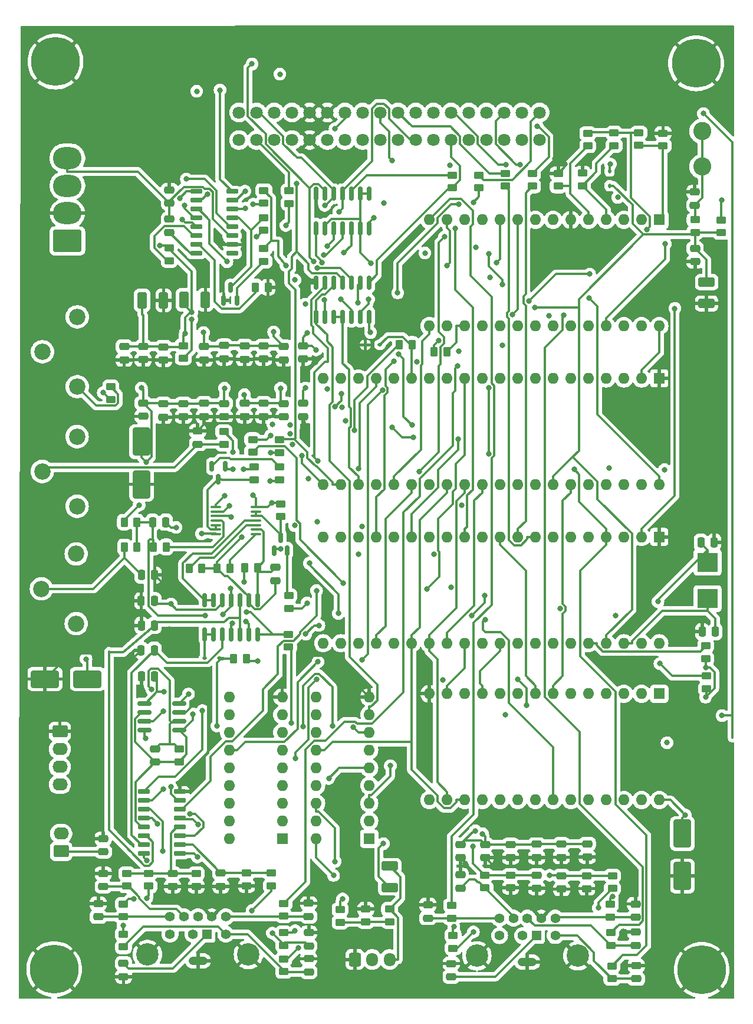
<source format=gbr>
%TF.GenerationSoftware,KiCad,Pcbnew,8.0.4*%
%TF.CreationDate,2024-08-19T15:21:18+02:00*%
%TF.ProjectId,LogicBoard 3GE,4c6f6769-6342-46f6-9172-64203347452e,rev?*%
%TF.SameCoordinates,Original*%
%TF.FileFunction,Copper,L1,Top*%
%TF.FilePolarity,Positive*%
%FSLAX46Y46*%
G04 Gerber Fmt 4.6, Leading zero omitted, Abs format (unit mm)*
G04 Created by KiCad (PCBNEW 8.0.4) date 2024-08-19 15:21:18*
%MOMM*%
%LPD*%
G01*
G04 APERTURE LIST*
G04 Aperture macros list*
%AMRoundRect*
0 Rectangle with rounded corners*
0 $1 Rounding radius*
0 $2 $3 $4 $5 $6 $7 $8 $9 X,Y pos of 4 corners*
0 Add a 4 corners polygon primitive as box body*
4,1,4,$2,$3,$4,$5,$6,$7,$8,$9,$2,$3,0*
0 Add four circle primitives for the rounded corners*
1,1,$1+$1,$2,$3*
1,1,$1+$1,$4,$5*
1,1,$1+$1,$6,$7*
1,1,$1+$1,$8,$9*
0 Add four rect primitives between the rounded corners*
20,1,$1+$1,$2,$3,$4,$5,0*
20,1,$1+$1,$4,$5,$6,$7,0*
20,1,$1+$1,$6,$7,$8,$9,0*
20,1,$1+$1,$8,$9,$2,$3,0*%
G04 Aperture macros list end*
%TA.AperFunction,ComponentPad*%
%ADD10C,7.000000*%
%TD*%
%TA.AperFunction,ComponentPad*%
%ADD11O,1.600000X1.600000*%
%TD*%
%TA.AperFunction,ComponentPad*%
%ADD12R,1.600000X1.600000*%
%TD*%
%TA.AperFunction,ComponentPad*%
%ADD13RoundRect,0.250000X1.800000X-1.330000X1.800000X1.330000X-1.800000X1.330000X-1.800000X-1.330000X0*%
%TD*%
%TA.AperFunction,ComponentPad*%
%ADD14O,4.100000X3.160000*%
%TD*%
%TA.AperFunction,SMDPad,CuDef*%
%ADD15RoundRect,0.250000X0.925000X-0.412500X0.925000X0.412500X-0.925000X0.412500X-0.925000X-0.412500X0*%
%TD*%
%TA.AperFunction,ComponentPad*%
%ADD16C,1.800000*%
%TD*%
%TA.AperFunction,ComponentPad*%
%ADD17RoundRect,0.250000X-0.600000X-0.725000X0.600000X-0.725000X0.600000X0.725000X-0.600000X0.725000X0*%
%TD*%
%TA.AperFunction,ComponentPad*%
%ADD18O,1.700000X1.950000*%
%TD*%
%TA.AperFunction,ComponentPad*%
%ADD19C,2.340000*%
%TD*%
%TA.AperFunction,ComponentPad*%
%ADD20C,3.216000*%
%TD*%
%TA.AperFunction,ComponentPad*%
%ADD21O,2.730000X1.230000*%
%TD*%
%TA.AperFunction,ComponentPad*%
%ADD22C,1.408000*%
%TD*%
%TA.AperFunction,ComponentPad*%
%ADD23R,1.408000X1.408000*%
%TD*%
%TA.AperFunction,ComponentPad*%
%ADD24RoundRect,0.250000X-0.845000X0.620000X-0.845000X-0.620000X0.845000X-0.620000X0.845000X0.620000X0*%
%TD*%
%TA.AperFunction,ComponentPad*%
%ADD25O,2.190000X1.740000*%
%TD*%
%TA.AperFunction,ComponentPad*%
%ADD26RoundRect,0.250000X0.845000X-0.620000X0.845000X0.620000X-0.845000X0.620000X-0.845000X-0.620000X0*%
%TD*%
%TA.AperFunction,ComponentPad*%
%ADD27C,2.600000*%
%TD*%
%TA.AperFunction,SMDPad,CuDef*%
%ADD28RoundRect,0.250000X-0.450000X0.262500X-0.450000X-0.262500X0.450000X-0.262500X0.450000X0.262500X0*%
%TD*%
%TA.AperFunction,SMDPad,CuDef*%
%ADD29RoundRect,0.250000X-0.475000X0.250000X-0.475000X-0.250000X0.475000X-0.250000X0.475000X0.250000X0*%
%TD*%
%TA.AperFunction,SMDPad,CuDef*%
%ADD30RoundRect,0.250000X-1.000000X1.750000X-1.000000X-1.750000X1.000000X-1.750000X1.000000X1.750000X0*%
%TD*%
%TA.AperFunction,SMDPad,CuDef*%
%ADD31RoundRect,0.250000X0.450000X-0.262500X0.450000X0.262500X-0.450000X0.262500X-0.450000X-0.262500X0*%
%TD*%
%TA.AperFunction,SMDPad,CuDef*%
%ADD32RoundRect,0.112500X0.187500X0.112500X-0.187500X0.112500X-0.187500X-0.112500X0.187500X-0.112500X0*%
%TD*%
%TA.AperFunction,SMDPad,CuDef*%
%ADD33RoundRect,0.250000X0.262500X0.450000X-0.262500X0.450000X-0.262500X-0.450000X0.262500X-0.450000X0*%
%TD*%
%TA.AperFunction,SMDPad,CuDef*%
%ADD34RoundRect,0.250000X-0.925000X0.412500X-0.925000X-0.412500X0.925000X-0.412500X0.925000X0.412500X0*%
%TD*%
%TA.AperFunction,SMDPad,CuDef*%
%ADD35RoundRect,0.112500X-0.187500X-0.112500X0.187500X-0.112500X0.187500X0.112500X-0.187500X0.112500X0*%
%TD*%
%TA.AperFunction,SMDPad,CuDef*%
%ADD36RoundRect,0.250000X0.475000X-0.250000X0.475000X0.250000X-0.475000X0.250000X-0.475000X-0.250000X0*%
%TD*%
%TA.AperFunction,SMDPad,CuDef*%
%ADD37RoundRect,0.112500X-0.112500X0.187500X-0.112500X-0.187500X0.112500X-0.187500X0.112500X0.187500X0*%
%TD*%
%TA.AperFunction,SMDPad,CuDef*%
%ADD38RoundRect,0.250000X-0.250000X-0.475000X0.250000X-0.475000X0.250000X0.475000X-0.250000X0.475000X0*%
%TD*%
%TA.AperFunction,SMDPad,CuDef*%
%ADD39RoundRect,0.150000X0.150000X-0.587500X0.150000X0.587500X-0.150000X0.587500X-0.150000X-0.587500X0*%
%TD*%
%TA.AperFunction,SMDPad,CuDef*%
%ADD40RoundRect,0.250000X0.250000X0.475000X-0.250000X0.475000X-0.250000X-0.475000X0.250000X-0.475000X0*%
%TD*%
%TA.AperFunction,SMDPad,CuDef*%
%ADD41RoundRect,0.250000X-0.262500X-0.450000X0.262500X-0.450000X0.262500X0.450000X-0.262500X0.450000X0*%
%TD*%
%TA.AperFunction,SMDPad,CuDef*%
%ADD42RoundRect,0.150000X-0.150000X0.825000X-0.150000X-0.825000X0.150000X-0.825000X0.150000X0.825000X0*%
%TD*%
%TA.AperFunction,SMDPad,CuDef*%
%ADD43RoundRect,0.250000X-0.412500X-0.925000X0.412500X-0.925000X0.412500X0.925000X-0.412500X0.925000X0*%
%TD*%
%TA.AperFunction,SMDPad,CuDef*%
%ADD44RoundRect,0.150000X0.725000X0.150000X-0.725000X0.150000X-0.725000X-0.150000X0.725000X-0.150000X0*%
%TD*%
%TA.AperFunction,SMDPad,CuDef*%
%ADD45RoundRect,0.150000X-0.150000X0.587500X-0.150000X-0.587500X0.150000X-0.587500X0.150000X0.587500X0*%
%TD*%
%TA.AperFunction,SMDPad,CuDef*%
%ADD46RoundRect,0.150000X0.825000X0.150000X-0.825000X0.150000X-0.825000X-0.150000X0.825000X-0.150000X0*%
%TD*%
%TA.AperFunction,SMDPad,CuDef*%
%ADD47RoundRect,0.250000X1.750000X1.000000X-1.750000X1.000000X-1.750000X-1.000000X1.750000X-1.000000X0*%
%TD*%
%TA.AperFunction,SMDPad,CuDef*%
%ADD48RoundRect,0.100000X0.637500X0.100000X-0.637500X0.100000X-0.637500X-0.100000X0.637500X-0.100000X0*%
%TD*%
%TA.AperFunction,SMDPad,CuDef*%
%ADD49R,3.000000X2.800000*%
%TD*%
%TA.AperFunction,ViaPad*%
%ADD50C,0.800000*%
%TD*%
%TA.AperFunction,Conductor*%
%ADD51C,0.300000*%
%TD*%
G04 APERTURE END LIST*
D10*
%TO.P,MNT2,1,1*%
%TO.N,GND*%
X146530000Y-162880000D03*
%TD*%
D11*
%TO.P,IC201,28,VCC*%
%TO.N,+5V*%
X140440000Y-138510000D03*
%TO.P,IC201,27,~{PGM}*%
X137900000Y-138510000D03*
%TO.P,IC201,26,NC*%
%TO.N,unconnected-(IC201-NC-Pad26)*%
X135360000Y-138510000D03*
%TO.P,IC201,25,A8*%
%TO.N,/A8*%
X132820000Y-138510000D03*
%TO.P,IC201,24,A9*%
%TO.N,/A9*%
X130280000Y-138510000D03*
%TO.P,IC201,23,A11*%
%TO.N,/A11*%
X127740000Y-138510000D03*
%TO.P,IC201,22,~{OE}*%
%TO.N,/~{ROMOE}*%
X125200000Y-138510000D03*
%TO.P,IC201,21,A10*%
%TO.N,/A10*%
X122660000Y-138510000D03*
%TO.P,IC201,20,~{CE}*%
%TO.N,/~{ROMS}*%
X120120000Y-138510000D03*
%TO.P,IC201,19,D7*%
%TO.N,/D7*%
X117580000Y-138510000D03*
%TO.P,IC201,18,D6*%
%TO.N,/D6*%
X115040000Y-138510000D03*
%TO.P,IC201,17,D5*%
%TO.N,/D5*%
X112500000Y-138510000D03*
%TO.P,IC201,16,D4*%
%TO.N,/D4*%
X109960000Y-138510000D03*
%TO.P,IC201,15,D3*%
%TO.N,/D3*%
X107420000Y-138510000D03*
%TO.P,IC201,14,GND*%
%TO.N,GND*%
X107420000Y-123270000D03*
%TO.P,IC201,13,D2*%
%TO.N,/D2*%
X109960000Y-123270000D03*
%TO.P,IC201,12,D1*%
%TO.N,/D1*%
X112500000Y-123270000D03*
%TO.P,IC201,11,D0*%
%TO.N,/D0*%
X115040000Y-123270000D03*
%TO.P,IC201,10,A0*%
%TO.N,/A0*%
X117580000Y-123270000D03*
%TO.P,IC201,9,A1*%
%TO.N,/A1*%
X120120000Y-123270000D03*
%TO.P,IC201,8,A2*%
%TO.N,/A2*%
X122660000Y-123270000D03*
%TO.P,IC201,7,A3*%
%TO.N,/A3*%
X125200000Y-123270000D03*
%TO.P,IC201,6,A4*%
%TO.N,/A4*%
X127740000Y-123270000D03*
%TO.P,IC201,5,A5*%
%TO.N,/A5*%
X130280000Y-123270000D03*
%TO.P,IC201,4,A6*%
%TO.N,/A6*%
X132820000Y-123270000D03*
%TO.P,IC201,3,A7*%
%TO.N,/A7*%
X135360000Y-123270000D03*
%TO.P,IC201,2,A12*%
%TO.N,/A12*%
X137900000Y-123270000D03*
D12*
%TO.P,IC201,1,VPP*%
%TO.N,+5V*%
X140440000Y-123270000D03*
%TD*%
D13*
%TO.P,J204,1,Pin_1*%
%TO.N,-5VA*%
X55455000Y-58310000D03*
D14*
%TO.P,J204,2,Pin_2*%
%TO.N,GND*%
X55455000Y-54350000D03*
%TO.P,J204,3,Pin_3*%
%TO.N,+5V*%
X55455000Y-50390000D03*
%TO.P,J204,4,Pin_4*%
%TO.N,-12VA*%
X55455000Y-46430000D03*
%TD*%
D15*
%TO.P,C323,1*%
%TO.N,/CH(A+B+C)*%
X101730000Y-151060000D03*
%TO.P,C323,2*%
%TO.N,/CH(A+B+C)+DIGITAL_AUDIO*%
X101730000Y-147985000D03*
%TD*%
D10*
%TO.P,MNT4,1,1*%
%TO.N,GND*%
X53550000Y-162790000D03*
%TD*%
D16*
%TO.P,J201,1,Pin_1*%
%TO.N,/~{HALT}*%
X123270000Y-39880000D03*
%TO.P,J201,2,Pin_2*%
%TO.N,+5V*%
X123270000Y-43840000D03*
%TO.P,J201,3,Pin_3*%
%TO.N,/A7*%
X120730000Y-39880000D03*
%TO.P,J201,4,Pin_4*%
%TO.N,+5V*%
X120730000Y-43840000D03*
%TO.P,J201,5,Pin_5*%
%TO.N,/A6*%
X118190000Y-39880000D03*
%TO.P,J201,6,Pin_6*%
%TO.N,/A8*%
X118190000Y-43840000D03*
%TO.P,J201,7,Pin_7*%
%TO.N,/A5*%
X115650000Y-39880000D03*
%TO.P,J201,8,Pin_8*%
%TO.N,/A9*%
X115650000Y-43840000D03*
%TO.P,J201,9,Pin_9*%
%TO.N,/A4*%
X113110000Y-39880000D03*
%TO.P,J201,10,Pin_10*%
%TO.N,/A11*%
X113110000Y-43840000D03*
%TO.P,J201,11,Pin_11*%
%TO.N,/A3*%
X110570000Y-39880000D03*
%TO.P,J201,12,Pin_12*%
%TO.N,/~{E}*%
X110570000Y-43840000D03*
%TO.P,J201,13,Pin_13*%
%TO.N,/A2*%
X108030000Y-39880000D03*
%TO.P,J201,14,Pin_14*%
%TO.N,/A10*%
X108030000Y-43840000D03*
%TO.P,J201,15,Pin_15*%
%TO.N,/A1*%
X105490000Y-39880000D03*
%TO.P,J201,16,Pin_16*%
%TO.N,/A15*%
X105490000Y-43840000D03*
%TO.P,J201,17,Pin_17*%
%TO.N,/A0*%
X102950000Y-39880000D03*
%TO.P,J201,18,Pin_18*%
%TO.N,/D7*%
X102950000Y-43840000D03*
%TO.P,J201,19,Pin_19*%
%TO.N,/D0*%
X100410000Y-39880000D03*
%TO.P,J201,20,Pin_20*%
%TO.N,/D6*%
X100410000Y-43840000D03*
%TO.P,J201,21,Pin_21*%
%TO.N,/D1*%
X97870000Y-39880000D03*
%TO.P,J201,22,Pin_22*%
%TO.N,/D5*%
X97870000Y-43840000D03*
%TO.P,J201,23,Pin_23*%
%TO.N,/D2*%
X95330000Y-39880000D03*
%TO.P,J201,24,Pin_24*%
%TO.N,/D4*%
X95330000Y-43840000D03*
%TO.P,J201,25,Pin_25*%
%TO.N,GND*%
X92790000Y-39880000D03*
%TO.P,J201,26,Pin_26*%
%TO.N,/D3*%
X92790000Y-43840000D03*
%TO.P,J201,27,Pin_27*%
%TO.N,GND*%
X90250000Y-39880000D03*
%TO.P,J201,28,Pin_28*%
X90250000Y-43840000D03*
%TO.P,J201,29,Pin_29*%
%TO.N,/A12*%
X87710000Y-39880000D03*
%TO.P,J201,30,Pin_30*%
%TO.N,/R~{W}*%
X87710000Y-43840000D03*
%TO.P,J201,31,Pin_31*%
%TO.N,/A13*%
X85170000Y-39880000D03*
%TO.P,J201,32,Pin_32*%
%TO.N,/~{CARTS}*%
X85170000Y-43840000D03*
%TO.P,J201,33,Pin_33*%
%TO.N,/A14*%
X82630000Y-39880000D03*
%TO.P,J201,34,Pin_34*%
%TO.N,/~{NMI}*%
X82630000Y-43840000D03*
%TO.P,J201,35,Pin_35*%
%TO.N,/PB6*%
X80090000Y-39880000D03*
%TO.P,J201,36,Pin_36*%
%TO.N,/~{IRQ}*%
X80090000Y-43840000D03*
%TD*%
D17*
%TO.P,J304,1,Pin_1*%
%TO.N,GND*%
X96720000Y-161390000D03*
D18*
%TO.P,J304,2,Pin_2*%
%TO.N,/AUDIO*%
X99220000Y-161390000D03*
%TO.P,J304,3,Pin_3*%
%TO.N,/CH(A+B+C)+DIGITAL_AUDIO*%
X101720000Y-161390000D03*
%TD*%
D19*
%TO.P,R335,1,1*%
%TO.N,-5VA*%
X56720000Y-113210000D03*
%TO.P,R335,2,2*%
%TO.N,/X_OFFSET*%
X51720000Y-108210000D03*
%TO.P,R335,3,3*%
%TO.N,+5V*%
X56720000Y-103210000D03*
%TD*%
D10*
%TO.P,MNT1,1,1*%
%TO.N,GND*%
X53750000Y-32590000D03*
%TD*%
D12*
%TO.P,IC208,1,CHC*%
%TO.N,/CHC*%
X140440000Y-55280000D03*
D11*
%TO.P,IC208,2,TEST1*%
%TO.N,unconnected-(IC208-TEST1-Pad2)*%
X137900000Y-55280000D03*
%TO.P,IC208,3,VCC*%
%TO.N,+5V*%
X135360000Y-55280000D03*
%TO.P,IC208,4,CHB*%
%TO.N,/CHB*%
X132820000Y-55280000D03*
%TO.P,IC208,5,CHA*%
%TO.N,/CHA*%
X130280000Y-55280000D03*
%TO.P,IC208,6,GND*%
%TO.N,GND*%
X127740000Y-55280000D03*
%TO.P,IC208,7,IOA7*%
%TO.N,/SW7*%
X125200000Y-55280000D03*
%TO.P,IC208,8,IOA6*%
%TO.N,/SW6*%
X122660000Y-55280000D03*
%TO.P,IC208,9,IOA5*%
%TO.N,/SW5*%
X120120000Y-55280000D03*
%TO.P,IC208,10,IOA4*%
%TO.N,/SW4*%
X117580000Y-55280000D03*
%TO.P,IC208,11,IOA3*%
%TO.N,/SW3*%
X115040000Y-55280000D03*
%TO.P,IC208,12,IOA2*%
%TO.N,/SW2*%
X112500000Y-55280000D03*
%TO.P,IC208,13,IOA1*%
%TO.N,/SW1*%
X109960000Y-55280000D03*
%TO.P,IC208,14,IOA0*%
%TO.N,/SW0*%
X107420000Y-55280000D03*
%TO.P,IC208,15,CLk*%
%TO.N,/E*%
X107420000Y-70520000D03*
%TO.P,IC208,16,~{RESET}*%
%TO.N,/~{RESET}*%
X109960000Y-70520000D03*
%TO.P,IC208,17,A8*%
%TO.N,/BC2*%
X112500000Y-70520000D03*
%TO.P,IC208,18,BDIR*%
%TO.N,/BDIR*%
X115040000Y-70520000D03*
%TO.P,IC208,19,BC2*%
%TO.N,/BC2*%
X117580000Y-70520000D03*
%TO.P,IC208,20,BC1*%
%TO.N,/BC1*%
X120120000Y-70520000D03*
%TO.P,IC208,21,DA7*%
%TO.N,/P7*%
X122660000Y-70520000D03*
%TO.P,IC208,22,DA6*%
%TO.N,/P6*%
X125200000Y-70520000D03*
%TO.P,IC208,23,DA5*%
%TO.N,/P5*%
X127740000Y-70520000D03*
%TO.P,IC208,24,DA4*%
%TO.N,/P4*%
X130280000Y-70520000D03*
%TO.P,IC208,25,DA3*%
%TO.N,/P3*%
X132820000Y-70520000D03*
%TO.P,IC208,26,DA2*%
%TO.N,/P2*%
X135360000Y-70520000D03*
%TO.P,IC208,27,DA1*%
%TO.N,/P1*%
X137900000Y-70520000D03*
%TO.P,IC208,28,DA0*%
%TO.N,/P0*%
X140440000Y-70520000D03*
%TD*%
D20*
%TO.P,J202,S3,SHIELD__2*%
%TO.N,GND*%
X81450000Y-160670000D03*
%TO.P,J202,S2,SHIELD__1*%
X66950000Y-160670000D03*
D21*
%TO.P,J202,S1,SHIELD*%
X74200000Y-161570000D03*
D22*
%TO.P,J202,9,9*%
%TO.N,/J202_B1*%
X70200000Y-155270000D03*
%TO.P,J202,8,8*%
%TO.N,/J202_Y*%
X72200000Y-155270000D03*
%TO.P,J202,7,7*%
%TO.N,/J202_B2*%
X78200000Y-155270000D03*
%TO.P,J202,6,6*%
%TO.N,+5V*%
X70200000Y-157770000D03*
%TO.P,J202,5,5*%
%TO.N,/J202_B3*%
X74200000Y-155270000D03*
%TO.P,J202,4,4*%
%TO.N,GND*%
X76200000Y-155270000D03*
%TO.P,J202,3,3*%
%TO.N,/J202_B4*%
X78200000Y-157770000D03*
%TO.P,J202,2,2*%
%TO.N,-5VA*%
X73500000Y-157770000D03*
D23*
%TO.P,J202,1,1*%
%TO.N,/J202_X*%
X75500000Y-157770000D03*
%TD*%
D10*
%TO.P,MNT3,1,1*%
%TO.N,GND*%
X145730000Y-32830000D03*
%TD*%
D19*
%TO.P,R333,1,1*%
%TO.N,-5VA*%
X56840000Y-96380000D03*
%TO.P,R333,2,2*%
%TO.N,/Y_OFFSET*%
X51840000Y-91380000D03*
%TO.P,R333,3,3*%
%TO.N,+5V*%
X56840000Y-86380000D03*
%TD*%
D24*
%TO.P,J301,1,Pin_1*%
%TO.N,GND*%
X54370000Y-128670000D03*
D25*
%TO.P,J301,2,Pin_2*%
%TO.N,/Y*%
X54370000Y-131210000D03*
%TO.P,J301,3,Pin_3*%
%TO.N,/X*%
X54370000Y-133750000D03*
%TO.P,J301,4,Pin_4*%
%TO.N,/Z*%
X54370000Y-136290000D03*
%TD*%
D19*
%TO.P,R302,1,1*%
%TO.N,Net-(R301-Pad1)*%
X56870000Y-79210000D03*
%TO.P,R302,2,2*%
%TO.N,/IOUT*%
X51870000Y-74210000D03*
%TO.P,R302,3,3*%
X56870000Y-69210000D03*
%TD*%
D26*
%TO.P,J302,1,Pin_1*%
%TO.N,/AUDIO*%
X54550000Y-145870000D03*
D25*
%TO.P,J302,2,Pin_2*%
%TO.N,unconnected-(J302-Pin_2-Pad2)*%
X54550000Y-143330000D03*
%TD*%
D23*
%TO.P,J203,1,1*%
%TO.N,/J203_X*%
X122800000Y-157960000D03*
D22*
%TO.P,J203,2,2*%
%TO.N,-5VA*%
X120800000Y-157960000D03*
%TO.P,J203,3,3*%
%TO.N,/J203_B4*%
X125500000Y-157960000D03*
%TO.P,J203,4,4*%
%TO.N,GND*%
X123500000Y-155460000D03*
%TO.P,J203,5,5*%
%TO.N,/J203_B3*%
X121500000Y-155460000D03*
%TO.P,J203,6,6*%
%TO.N,+5V*%
X117500000Y-157960000D03*
%TO.P,J203,7,7*%
%TO.N,/J203_B2*%
X125500000Y-155460000D03*
%TO.P,J203,8,8*%
%TO.N,/J203_Y*%
X119500000Y-155460000D03*
%TO.P,J203,9,9*%
%TO.N,/J203_B1*%
X117500000Y-155460000D03*
D21*
%TO.P,J203,S1,SHIELD*%
%TO.N,GND*%
X121500000Y-161760000D03*
D20*
%TO.P,J203,S2,SHIELD__1*%
X114250000Y-160860000D03*
%TO.P,J203,S3,SHIELD__2*%
X128750000Y-160860000D03*
%TD*%
D27*
%TO.P,SW201,1,1*%
%TO.N,/SWITCH_RESET*%
X146580000Y-47660000D03*
X146580000Y-42580000D03*
%TD*%
D28*
%TO.P,R327,1*%
%TO.N,/CH(A+B+C)+DIGITAL_AUDIO*%
X101720000Y-154165000D03*
%TO.P,R327,2*%
%TO.N,/DIGITAL_AUDIO*%
X101720000Y-155990000D03*
%TD*%
%TO.P,R313,1*%
%TO.N,/POT0*%
X130040000Y-149395000D03*
%TO.P,R313,2*%
%TO.N,GND*%
X130040000Y-151220000D03*
%TD*%
D29*
%TO.P,C232,1*%
%TO.N,GND*%
X110560000Y-161970000D03*
%TO.P,C232,2*%
%TO.N,/J203_X*%
X110560000Y-163870000D03*
%TD*%
%TO.P,C311,1*%
%TO.N,/POT0*%
X126410000Y-149400000D03*
%TO.P,C311,2*%
%TO.N,GND*%
X126410000Y-151300000D03*
%TD*%
%TO.P,C209,2*%
%TO.N,GND*%
X89300000Y-75260000D03*
%TO.P,C209,1*%
%TO.N,+5V*%
X89300000Y-73360000D03*
%TD*%
D28*
%TO.P,R346,1*%
%TO.N,/CH(A+B+C)*%
X137510000Y-42790000D03*
%TO.P,R346,2*%
%TO.N,/CHC*%
X137510000Y-44615000D03*
%TD*%
D29*
%TO.P,C302,1*%
%TO.N,GND*%
X70105000Y-50997500D03*
%TO.P,C302,2*%
%TO.N,-12VA*%
X70105000Y-52897500D03*
%TD*%
D30*
%TO.P,C211,1*%
%TO.N,+5V*%
X143750000Y-143330000D03*
%TO.P,C211,2*%
%TO.N,GND*%
X143750000Y-149430000D03*
%TD*%
D28*
%TO.P,R226,1*%
%TO.N,/IC202A_~{E}*%
X110750000Y-48865000D03*
%TO.P,R226,2*%
%TO.N,/~{E}*%
X110750000Y-50690000D03*
%TD*%
D31*
%TO.P,R312,2*%
%TO.N,/POT0*%
X133710000Y-149385000D03*
%TO.P,R312,1*%
%TO.N,/J203_X*%
X133710000Y-151210000D03*
%TD*%
%TO.P,R341,1*%
%TO.N,/CHC*%
X140980000Y-44675000D03*
%TO.P,R341,2*%
%TO.N,GND*%
X140980000Y-42850000D03*
%TD*%
D28*
%TO.P,R225,2*%
%TO.N,/J203_B4*%
X133630000Y-164150000D03*
%TO.P,R225,1*%
%TO.N,/SW3*%
X133630000Y-162325000D03*
%TD*%
D32*
%TO.P,D301,2,A*%
%TO.N,GND*%
X98230000Y-73210000D03*
%TO.P,D301,1,k*%
%TO.N,/COMPARE*%
X100330000Y-73210000D03*
%TD*%
D28*
%TO.P,R338,1*%
%TO.N,/P7*%
X83655000Y-51070000D03*
%TO.P,R338,2*%
%TO.N,+5V*%
X83655000Y-52895000D03*
%TD*%
D33*
%TO.P,R314,1*%
%TO.N,/COMPARE*%
X104920000Y-73170000D03*
%TO.P,R314,2*%
%TO.N,Net-(IC304-Pad7)*%
X103095000Y-73170000D03*
%TD*%
D29*
%TO.P,C303,1*%
%TO.N,-12VA*%
X70105000Y-55187500D03*
%TO.P,C303,2*%
%TO.N,/COMPEN*%
X70105000Y-57087500D03*
%TD*%
D28*
%TO.P,R224,1*%
%TO.N,/SW2*%
X133490000Y-157560000D03*
%TO.P,R224,2*%
%TO.N,/J203_B3*%
X133490000Y-159385000D03*
%TD*%
D29*
%TO.P,C230,2*%
%TO.N,GND*%
X63510000Y-163850000D03*
%TO.P,C230,1*%
%TO.N,/J202_X*%
X63510000Y-161950000D03*
%TD*%
D33*
%TO.P,R320,1*%
%TO.N,Net-(IC305-Pad11)*%
X69620000Y-102210000D03*
%TO.P,R320,2*%
%TO.N,/IC303D_FB*%
X67795000Y-102210000D03*
%TD*%
D29*
%TO.P,C234,2*%
%TO.N,GND*%
X80890000Y-83500000D03*
%TO.P,C234,1*%
%TO.N,+5V*%
X80890000Y-81600000D03*
%TD*%
D34*
%TO.P,C228,1*%
%TO.N,/~{RESET}*%
X147240000Y-64225000D03*
%TO.P,C228,2*%
%TO.N,GND*%
X147240000Y-67300000D03*
%TD*%
D35*
%TO.P,D302,1,k*%
%TO.N,/IC303C_FB*%
X75140000Y-118190000D03*
%TO.P,D302,2,A*%
%TO.N,/Z*%
X77240000Y-118190000D03*
%TD*%
D29*
%TO.P,C204,1*%
%TO.N,+5V*%
X75090000Y-73460000D03*
%TO.P,C204,2*%
%TO.N,GND*%
X75090000Y-75360000D03*
%TD*%
D31*
%TO.P,R343,1*%
%TO.N,/CHA*%
X125920000Y-50460000D03*
%TO.P,R343,2*%
%TO.N,GND*%
X125920000Y-48635000D03*
%TD*%
D28*
%TO.P,R322,1*%
%TO.N,/Q301_BASE*%
X87240000Y-109195000D03*
%TO.P,R322,2*%
%TO.N,/~{RAMP}*%
X87240000Y-111020000D03*
%TD*%
%TO.P,R216,2*%
%TO.N,/CPU_E*%
X82060000Y-88615000D03*
%TO.P,R216,1*%
%TO.N,/E*%
X82060000Y-86790000D03*
%TD*%
%TO.P,R339,1*%
%TO.N,/~{P7}*%
X83655000Y-54985000D03*
%TO.P,R339,2*%
%TO.N,+5V*%
X83655000Y-56810000D03*
%TD*%
D12*
%TO.P,IC207,1,GND*%
%TO.N,GND*%
X140440000Y-78030000D03*
D11*
%TO.P,IC207,2,PA0*%
%TO.N,/P0*%
X137900000Y-78030000D03*
%TO.P,IC207,3,PA1*%
%TO.N,/P1*%
X135360000Y-78030000D03*
%TO.P,IC207,4,PA2*%
%TO.N,/P2*%
X132820000Y-78030000D03*
%TO.P,IC207,5,PA3*%
%TO.N,/P3*%
X130280000Y-78030000D03*
%TO.P,IC207,6,PA4*%
%TO.N,/P4*%
X127740000Y-78030000D03*
%TO.P,IC207,7,PA5*%
%TO.N,/P5*%
X125200000Y-78030000D03*
%TO.P,IC207,8,PA6*%
%TO.N,/P6*%
X122660000Y-78030000D03*
%TO.P,IC207,9,PA7*%
%TO.N,/P7*%
X120120000Y-78030000D03*
%TO.P,IC207,10,PB0*%
%TO.N,/SH*%
X117580000Y-78030000D03*
%TO.P,IC207,11,PB1*%
%TO.N,/SEL0*%
X115040000Y-78030000D03*
%TO.P,IC207,12,PB2*%
%TO.N,/SEL1*%
X112500000Y-78030000D03*
%TO.P,IC207,13,PB3*%
%TO.N,/BC1*%
X109960000Y-78030000D03*
%TO.P,IC207,14,PB4*%
%TO.N,/BDIR*%
X107420000Y-78030000D03*
%TO.P,IC207,15,PB5*%
%TO.N,/COMPARE*%
X104880000Y-78030000D03*
%TO.P,IC207,16,PB6*%
%TO.N,/PB6*%
X102340000Y-78030000D03*
%TO.P,IC207,17,PB7*%
%TO.N,/~{RAMP}*%
X99800000Y-78030000D03*
%TO.P,IC207,18,CB1*%
%TO.N,unconnected-(IC207-CB1-Pad18)*%
X97260000Y-78030000D03*
%TO.P,IC207,19,CB2*%
%TO.N,/~{BLANK}*%
X94720000Y-78030000D03*
%TO.P,IC207,20,VDD*%
%TO.N,+5V*%
X92180000Y-78030000D03*
%TO.P,IC207,21,IRQB*%
%TO.N,/~{IRQ}*%
X92180000Y-93270000D03*
%TO.P,IC207,22,RWB*%
%TO.N,/R~{W}*%
X94720000Y-93270000D03*
%TO.P,IC207,23,CS2B*%
%TO.N,/~{IOS}*%
X97260000Y-93270000D03*
%TO.P,IC207,24,CS1*%
%TO.N,/A12*%
X99800000Y-93270000D03*
%TO.P,IC207,25,PHI2*%
%TO.N,/E*%
X102340000Y-93270000D03*
%TO.P,IC207,26,D7*%
%TO.N,/D7*%
X104880000Y-93270000D03*
%TO.P,IC207,27,D6*%
%TO.N,/D6*%
X107420000Y-93270000D03*
%TO.P,IC207,28,D5*%
%TO.N,/D5*%
X109960000Y-93270000D03*
%TO.P,IC207,29,D4*%
%TO.N,/D4*%
X112500000Y-93270000D03*
%TO.P,IC207,30,D3*%
%TO.N,/D3*%
X115040000Y-93270000D03*
%TO.P,IC207,31,D2*%
%TO.N,/D2*%
X117580000Y-93270000D03*
%TO.P,IC207,32,D1*%
%TO.N,/D1*%
X120120000Y-93270000D03*
%TO.P,IC207,33,D0*%
%TO.N,/D0*%
X122660000Y-93270000D03*
%TO.P,IC207,34,RESB*%
%TO.N,/~{RESET}*%
X125200000Y-93270000D03*
%TO.P,IC207,35,RS3*%
%TO.N,/A3*%
X127740000Y-93270000D03*
%TO.P,IC207,36,RS2*%
%TO.N,/A2*%
X130280000Y-93270000D03*
%TO.P,IC207,37,RS1*%
%TO.N,/A1*%
X132820000Y-93270000D03*
%TO.P,IC207,38,RS0*%
%TO.N,/A0*%
X135360000Y-93270000D03*
%TO.P,IC207,39,CA2*%
%TO.N,/~{ZERO}*%
X137900000Y-93270000D03*
%TO.P,IC207,40,CA1*%
%TO.N,/SW7*%
X140440000Y-93270000D03*
%TD*%
D36*
%TO.P,C219,2*%
%TO.N,GND*%
X90080000Y-153330000D03*
%TO.P,C219,1*%
%TO.N,/J202_B2*%
X90080000Y-155230000D03*
%TD*%
%TO.P,C328,2*%
%TO.N,-5VA*%
X130100000Y-144790000D03*
%TO.P,C328,1*%
%TO.N,GND*%
X130100000Y-146690000D03*
%TD*%
D37*
%TO.P,D201,1,k*%
%TO.N,+5V*%
X133300000Y-48290000D03*
%TO.P,D201,2,A*%
%TO.N,/~{RESET}*%
X133300000Y-50390000D03*
%TD*%
D36*
%TO.P,C314,2*%
%TO.N,+5V*%
X66330000Y-81580000D03*
%TO.P,C314,1*%
%TO.N,GND*%
X66330000Y-83480000D03*
%TD*%
D28*
%TO.P,R345,1*%
%TO.N,/CH(A+B+C)*%
X133950000Y-42825000D03*
%TO.P,R345,2*%
%TO.N,/CHB*%
X133950000Y-44650000D03*
%TD*%
D36*
%TO.P,C218,2*%
%TO.N,GND*%
X59880000Y-153380000D03*
%TO.P,C218,1*%
%TO.N,/J202_B1*%
X59880000Y-155280000D03*
%TD*%
%TO.P,C236,1*%
%TO.N,GND*%
X83610000Y-83500000D03*
%TO.P,C236,2*%
%TO.N,+5V*%
X83610000Y-81600000D03*
%TD*%
D28*
%TO.P,R210,1*%
%TO.N,Net-(IC206-~{DMA{slash}BREQ})*%
X147220000Y-120715000D03*
%TO.P,R210,2*%
%TO.N,+5V*%
X147220000Y-122540000D03*
%TD*%
%TO.P,R321,1*%
%TO.N,/IC303D_X*%
X87200000Y-114750000D03*
%TO.P,R321,2*%
%TO.N,/X*%
X87200000Y-116575000D03*
%TD*%
%TO.P,R218,2*%
%TO.N,/J202_B1*%
X63490000Y-155280000D03*
%TO.P,R218,1*%
%TO.N,/SW4*%
X63490000Y-153455000D03*
%TD*%
D29*
%TO.P,C312,1*%
%TO.N,/IC303A_Y*%
X85350000Y-105140000D03*
%TO.P,C312,2*%
%TO.N,/IC303A_FB*%
X85350000Y-107040000D03*
%TD*%
D36*
%TO.P,C229,1*%
%TO.N,/SWITCH_RESET*%
X145540000Y-53190000D03*
%TO.P,C229,2*%
%TO.N,GND*%
X145540000Y-51290000D03*
%TD*%
D29*
%TO.P,C308,1*%
%TO.N,/POT3*%
X70550000Y-149027500D03*
%TO.P,C308,2*%
%TO.N,GND*%
X70550000Y-150927500D03*
%TD*%
D28*
%TO.P,R220,2*%
%TO.N,/J202_B3*%
X86530000Y-159385000D03*
%TO.P,R220,1*%
%TO.N,/SW6*%
X86530000Y-157560000D03*
%TD*%
D38*
%TO.P,C210,1*%
%TO.N,/XTAL*%
X146410000Y-101540000D03*
%TO.P,C210,2*%
%TO.N,GND*%
X148310000Y-101540000D03*
%TD*%
D39*
%TO.P,Q301,3,C*%
%TO.N,/RAMP*%
X86080000Y-100855000D03*
%TO.P,Q301,2,B*%
%TO.N,/Q301_BASE*%
X87030000Y-102730000D03*
%TO.P,Q301,1,E*%
%TO.N,+5V*%
X85130000Y-102730000D03*
%TD*%
D40*
%TO.P,C304,1*%
%TO.N,/X0*%
X67950000Y-109940000D03*
%TO.P,C304,2*%
%TO.N,GND*%
X66050000Y-109940000D03*
%TD*%
D11*
%TO.P,IC204,18,VCC*%
%TO.N,+5V*%
X78670000Y-144070000D03*
%TO.P,IC204,17,A7*%
%TO.N,/A7*%
X78670000Y-141530000D03*
%TO.P,IC204,16,A8*%
%TO.N,/A8*%
X78670000Y-138990000D03*
%TO.P,IC204,15,A9*%
%TO.N,/A9*%
X78670000Y-136450000D03*
%TO.P,IC204,14,DA*%
%TO.N,/D0*%
X78670000Y-133910000D03*
%TO.P,IC204,13,DB*%
%TO.N,/D1*%
X78670000Y-131370000D03*
%TO.P,IC204,12,DC*%
%TO.N,/D2*%
X78670000Y-128830000D03*
%TO.P,IC204,11,DD*%
%TO.N,/D3*%
X78670000Y-126290000D03*
%TO.P,IC204,10,~{WE}*%
%TO.N,/RAM_R~{W}*%
X78670000Y-123750000D03*
%TO.P,IC204,9,GND*%
%TO.N,GND*%
X86290000Y-123750000D03*
%TO.P,IC204,8,~{CS}*%
%TO.N,/~{RAMS}*%
X86290000Y-126290000D03*
%TO.P,IC204,7,A2*%
%TO.N,/A2*%
X86290000Y-128830000D03*
%TO.P,IC204,6,A1*%
%TO.N,/A1*%
X86290000Y-131370000D03*
%TO.P,IC204,5,A0*%
%TO.N,/A0*%
X86290000Y-133910000D03*
%TO.P,IC204,4,A3*%
%TO.N,/A3*%
X86290000Y-136450000D03*
%TO.P,IC204,3,A4*%
%TO.N,/A4*%
X86290000Y-138990000D03*
%TO.P,IC204,2,A5*%
%TO.N,/A5*%
X86290000Y-141530000D03*
D12*
%TO.P,IC204,1,A6*%
%TO.N,/A6*%
X86290000Y-144070000D03*
%TD*%
D41*
%TO.P,R318,1*%
%TO.N,/Y*%
X80910000Y-105160000D03*
%TO.P,R318,2*%
%TO.N,/IC303A_Y*%
X82735000Y-105160000D03*
%TD*%
D42*
%TO.P,IC203,1*%
%TO.N,/~{E}*%
X98800000Y-64280000D03*
%TO.P,IC203,2*%
%TO.N,/A15*%
X97530000Y-64280000D03*
%TO.P,IC203,3*%
%TO.N,/~{CARTS}*%
X96260000Y-64280000D03*
%TO.P,IC203,4*%
%TO.N,/R~{W}*%
X94990000Y-64280000D03*
%TO.P,IC203,5*%
%TO.N,/~{RAMS}*%
X93720000Y-64280000D03*
%TO.P,IC203,6*%
%TO.N,/RAM_R~{W}*%
X92450000Y-64280000D03*
%TO.P,IC203,7,GND*%
%TO.N,GND*%
X91180000Y-64280000D03*
%TO.P,IC203,8*%
%TO.N,/~{RAMS}*%
X91180000Y-69230000D03*
%TO.P,IC203,9*%
%TO.N,/~{A11&E}*%
X92450000Y-69230000D03*
%TO.P,IC203,10*%
%TO.N,/~{IOS}*%
X93720000Y-69230000D03*
%TO.P,IC203,11*%
X94990000Y-69230000D03*
%TO.P,IC203,12*%
%TO.N,/~{ROMS}*%
X96260000Y-69230000D03*
%TO.P,IC203,13*%
%TO.N,/A13*%
X97530000Y-69230000D03*
%TO.P,IC203,14,VCC*%
%TO.N,+5V*%
X98800000Y-69230000D03*
%TD*%
D29*
%TO.P,C233,1*%
%TO.N,GND*%
X111880000Y-149250000D03*
%TO.P,C233,2*%
%TO.N,/J203_Y*%
X111880000Y-151150000D03*
%TD*%
D28*
%TO.P,R217,1*%
%TO.N,/R~{W}*%
X85940000Y-86825000D03*
%TO.P,R217,2*%
%TO.N,/CPU_R~{W}*%
X85940000Y-88650000D03*
%TD*%
%TO.P,R340,2*%
%TO.N,/Q303_BASE*%
X83655000Y-61230000D03*
%TO.P,R340,1*%
%TO.N,/P7*%
X83655000Y-59405000D03*
%TD*%
D41*
%TO.P,R315,1*%
%TO.N,/Z*%
X79305000Y-118220000D03*
%TO.P,R315,2*%
%TO.N,/~{BLANK}*%
X81130000Y-118220000D03*
%TD*%
D31*
%TO.P,R336,1*%
%TO.N,+5V*%
X67150000Y-150870000D03*
%TO.P,R336,2*%
%TO.N,/POT3*%
X67150000Y-149045000D03*
%TD*%
D33*
%TO.P,R207,1*%
%TO.N,/BC2*%
X109950000Y-74230000D03*
%TO.P,R207,2*%
%TO.N,+5V*%
X108125000Y-74230000D03*
%TD*%
D28*
%TO.P,R309,1*%
%TO.N,/POT2*%
X81180000Y-149015000D03*
%TO.P,R309,2*%
%TO.N,GND*%
X81180000Y-150840000D03*
%TD*%
D36*
%TO.P,C315,1*%
%TO.N,/VOUT*%
X68070000Y-133075000D03*
%TO.P,C315,2*%
%TO.N,/IOUT*%
X68070000Y-131175000D03*
%TD*%
D28*
%TO.P,R344,1*%
%TO.N,/CH(A+B+C)*%
X130170000Y-42875000D03*
%TO.P,R344,2*%
%TO.N,/CHA*%
X130170000Y-44700000D03*
%TD*%
D43*
%TO.P,C227,1*%
%TO.N,+5V*%
X72205000Y-66750000D03*
%TO.P,C227,2*%
%TO.N,GND*%
X75280000Y-66750000D03*
%TD*%
D36*
%TO.P,C320,1*%
%TO.N,GND*%
X63600000Y-75360000D03*
%TO.P,C320,2*%
%TO.N,+5V*%
X63600000Y-73460000D03*
%TD*%
D33*
%TO.P,R305,1*%
%TO.N,GND*%
X84260000Y-64950000D03*
%TO.P,R305,2*%
%TO.N,/VREF-*%
X82435000Y-64950000D03*
%TD*%
D28*
%TO.P,R201,2*%
%TO.N,/~{RESET}*%
X149340000Y-57130000D03*
%TO.P,R201,1*%
%TO.N,+5V*%
X149340000Y-55305000D03*
%TD*%
D44*
%TO.P,IC301,1,NC*%
%TO.N,unconnected-(IC301-NC-Pad1)*%
X79105000Y-60115000D03*
%TO.P,IC301,2,GND*%
%TO.N,GND*%
X79105000Y-58845000D03*
%TO.P,IC301,3,VEE*%
%TO.N,-12VA*%
X79105000Y-57575000D03*
%TO.P,IC301,4,I0*%
%TO.N,/IOUT*%
X79105000Y-56305000D03*
%TO.P,IC301,5,A8*%
%TO.N,/~{P7}*%
X79105000Y-55035000D03*
%TO.P,IC301,6,A7*%
%TO.N,/P6*%
X79105000Y-53765000D03*
%TO.P,IC301,7,A6*%
%TO.N,/P5*%
X79105000Y-52495000D03*
%TO.P,IC301,8,A5*%
%TO.N,/P4*%
X79105000Y-51225000D03*
%TO.P,IC301,9,A4*%
%TO.N,/P3*%
X73955000Y-51225000D03*
%TO.P,IC301,10,A3*%
%TO.N,/P2*%
X73955000Y-52495000D03*
%TO.P,IC301,11,A2*%
%TO.N,/P1*%
X73955000Y-53765000D03*
%TO.P,IC301,12,A1*%
%TO.N,/P0*%
X73955000Y-55035000D03*
%TO.P,IC301,13,VCC*%
%TO.N,+5V*%
X73955000Y-56305000D03*
%TO.P,IC301,14,VREF+*%
%TO.N,/VREF+*%
X73955000Y-57575000D03*
%TO.P,IC301,15,VREF-*%
%TO.N,/VREF-*%
X73955000Y-58845000D03*
%TO.P,IC301,16,COMPEN*%
%TO.N,/COMPEN*%
X73955000Y-60115000D03*
%TD*%
D29*
%TO.P,C226,1*%
%TO.N,+5V*%
X77970000Y-81630000D03*
%TO.P,C226,2*%
%TO.N,GND*%
X77970000Y-83530000D03*
%TD*%
D36*
%TO.P,C324,1*%
%TO.N,GND*%
X72120000Y-83540000D03*
%TO.P,C324,2*%
%TO.N,+5V*%
X72120000Y-81640000D03*
%TD*%
D31*
%TO.P,R208,1*%
%TO.N,/~{RESET}*%
X145570000Y-57085000D03*
%TO.P,R208,2*%
%TO.N,/SWITCH_RESET*%
X145570000Y-55260000D03*
%TD*%
D45*
%TO.P,Q302,1,E*%
%TO.N,+5V*%
X78080000Y-90622500D03*
%TO.P,Q302,2,B*%
%TO.N,/Q302_BASE*%
X76180000Y-90622500D03*
%TO.P,Q302,3,C*%
%TO.N,/ZERO*%
X77130000Y-92497500D03*
%TD*%
D28*
%TO.P,R311,2*%
%TO.N,GND*%
X119080000Y-151115000D03*
%TO.P,R311,1*%
%TO.N,/POT1*%
X119080000Y-149290000D03*
%TD*%
D29*
%TO.P,C310,2*%
%TO.N,GND*%
X122830000Y-151190000D03*
%TO.P,C310,1*%
%TO.N,/POT1*%
X122830000Y-149290000D03*
%TD*%
%TO.P,C203,1*%
%TO.N,-5VA*%
X115420000Y-144900000D03*
%TO.P,C203,2*%
%TO.N,GND*%
X115420000Y-146800000D03*
%TD*%
D33*
%TO.P,R319,1*%
%TO.N,/IC303D_FB*%
X65425000Y-98670000D03*
%TO.P,R319,2*%
%TO.N,Net-(IC305-Pad9)*%
X63600000Y-98670000D03*
%TD*%
D28*
%TO.P,R205,2*%
%TO.N,/J202_B4*%
X63490000Y-159595000D03*
%TO.P,R205,1*%
%TO.N,+5V*%
X63490000Y-157770000D03*
%TD*%
%TO.P,R219,2*%
%TO.N,/J202_B2*%
X86540000Y-155172500D03*
%TO.P,R219,1*%
%TO.N,/SW5*%
X86540000Y-153347500D03*
%TD*%
D29*
%TO.P,C215,1*%
%TO.N,GND*%
X137010000Y-153420000D03*
%TO.P,C215,2*%
%TO.N,/J203_B2*%
X137010000Y-155320000D03*
%TD*%
%TO.P,C216,1*%
%TO.N,GND*%
X137050000Y-157470000D03*
%TO.P,C216,2*%
%TO.N,/J203_B3*%
X137050000Y-159370000D03*
%TD*%
D28*
%TO.P,R332,1*%
%TO.N,/IC303A_FB*%
X77910000Y-85645000D03*
%TO.P,R332,2*%
%TO.N,/Y_OFFSET*%
X77910000Y-87470000D03*
%TD*%
D29*
%TO.P,C224,1*%
%TO.N,/~{RESET}*%
X145580000Y-59380000D03*
%TO.P,C224,2*%
%TO.N,GND*%
X145580000Y-61280000D03*
%TD*%
D28*
%TO.P,R222,1*%
%TO.N,/SW0*%
X110620000Y-153635000D03*
%TO.P,R222,2*%
%TO.N,/J203_B1*%
X110620000Y-155460000D03*
%TD*%
D36*
%TO.P,C220,2*%
%TO.N,GND*%
X90110000Y-157542500D03*
%TO.P,C220,1*%
%TO.N,/J202_B3*%
X90110000Y-159442500D03*
%TD*%
D40*
%TO.P,C222,1*%
%TO.N,/EXTAL*%
X148480000Y-114360000D03*
%TO.P,C222,2*%
%TO.N,GND*%
X146580000Y-114360000D03*
%TD*%
D29*
%TO.P,C206,1*%
%TO.N,+5V*%
X80890000Y-73380000D03*
%TO.P,C206,2*%
%TO.N,GND*%
X80890000Y-75280000D03*
%TD*%
%TO.P,C223,1*%
%TO.N,+5V*%
X69250000Y-81680000D03*
%TO.P,C223,2*%
%TO.N,GND*%
X69250000Y-83580000D03*
%TD*%
%TO.P,C225,1*%
%TO.N,+5V*%
X75090000Y-81600000D03*
%TO.P,C225,2*%
%TO.N,GND*%
X75090000Y-83500000D03*
%TD*%
D39*
%TO.P,Q303,1,E*%
%TO.N,GND*%
X77905000Y-66875000D03*
%TO.P,Q303,2,B*%
%TO.N,/Q303_BASE*%
X79805000Y-66875000D03*
%TO.P,Q303,3,C*%
%TO.N,/~{P7}*%
X78855000Y-65000000D03*
%TD*%
D36*
%TO.P,C208,1*%
%TO.N,GND*%
X86530000Y-75360000D03*
%TO.P,C208,2*%
%TO.N,+5V*%
X86530000Y-73460000D03*
%TD*%
%TO.P,C301,1*%
%TO.N,GND*%
X86530000Y-83550000D03*
%TO.P,C301,2*%
%TO.N,+5V*%
X86530000Y-81650000D03*
%TD*%
D29*
%TO.P,C214,1*%
%TO.N,GND*%
X107210000Y-153555000D03*
%TO.P,C214,2*%
%TO.N,/J203_B1*%
X107210000Y-155455000D03*
%TD*%
D11*
%TO.P,IC205,18,VCC*%
%TO.N,+5V*%
X91170000Y-144070000D03*
%TO.P,IC205,17,A7*%
%TO.N,/A7*%
X91170000Y-141530000D03*
%TO.P,IC205,16,A8*%
%TO.N,/A8*%
X91170000Y-138990000D03*
%TO.P,IC205,15,A9*%
%TO.N,/A9*%
X91170000Y-136450000D03*
%TO.P,IC205,14,DA*%
%TO.N,/D4*%
X91170000Y-133910000D03*
%TO.P,IC205,13,DB*%
%TO.N,/D5*%
X91170000Y-131370000D03*
%TO.P,IC205,12,DC*%
%TO.N,/D6*%
X91170000Y-128830000D03*
%TO.P,IC205,11,DD*%
%TO.N,/D7*%
X91170000Y-126290000D03*
%TO.P,IC205,10,~{WE}*%
%TO.N,/RAM_R~{W}*%
X91170000Y-123750000D03*
%TO.P,IC205,9,GND*%
%TO.N,GND*%
X98790000Y-123750000D03*
%TO.P,IC205,8,~{CS}*%
%TO.N,/~{RAMS}*%
X98790000Y-126290000D03*
%TO.P,IC205,7,A2*%
%TO.N,/A2*%
X98790000Y-128830000D03*
%TO.P,IC205,6,A1*%
%TO.N,/A1*%
X98790000Y-131370000D03*
%TO.P,IC205,5,A0*%
%TO.N,/A0*%
X98790000Y-133910000D03*
%TO.P,IC205,4,A3*%
%TO.N,/A3*%
X98790000Y-136450000D03*
%TO.P,IC205,3,A4*%
%TO.N,/A4*%
X98790000Y-138990000D03*
%TO.P,IC205,2,A5*%
%TO.N,/A5*%
X98790000Y-141530000D03*
D12*
%TO.P,IC205,1,A6*%
%TO.N,/A6*%
X98790000Y-144070000D03*
%TD*%
D31*
%TO.P,R304,1*%
%TO.N,/VREF+*%
X70075000Y-61172500D03*
%TO.P,R304,2*%
%TO.N,+5V*%
X70075000Y-59347500D03*
%TD*%
D28*
%TO.P,R221,2*%
%TO.N,/J202_B4*%
X86520000Y-163132500D03*
%TO.P,R221,1*%
%TO.N,/SW7*%
X86520000Y-161307500D03*
%TD*%
D29*
%TO.P,C325,1*%
%TO.N,GND*%
X60600000Y-144040000D03*
%TO.P,C325,2*%
%TO.N,/AUDIO*%
X60600000Y-145940000D03*
%TD*%
D36*
%TO.P,C221,2*%
%TO.N,GND*%
X90120000Y-161290000D03*
%TO.P,C221,1*%
%TO.N,/J202_B4*%
X90120000Y-163190000D03*
%TD*%
D43*
%TO.P,C238,2*%
%TO.N,GND*%
X69270000Y-66840000D03*
%TO.P,C238,1*%
%TO.N,+5V*%
X66195000Y-66840000D03*
%TD*%
D29*
%TO.P,C207,1*%
%TO.N,+5V*%
X83610000Y-73360000D03*
%TO.P,C207,2*%
%TO.N,GND*%
X83610000Y-75260000D03*
%TD*%
D36*
%TO.P,C317,1*%
%TO.N,GND*%
X111880000Y-146770000D03*
%TO.P,C317,2*%
%TO.N,-5VA*%
X111880000Y-144870000D03*
%TD*%
D31*
%TO.P,R203,2*%
%TO.N,+5V*%
X72090000Y-73330000D03*
%TO.P,R203,1*%
%TO.N,/~{IRQ}*%
X72090000Y-75155000D03*
%TD*%
%TO.P,R209,1*%
%TO.N,+5V*%
X147120000Y-118230000D03*
%TO.P,R209,2*%
%TO.N,Net-(IC206-MRDY)*%
X147120000Y-116405000D03*
%TD*%
%TO.P,R303,1*%
%TO.N,/VOUT*%
X71500000Y-133050000D03*
%TO.P,R303,2*%
%TO.N,/IOUT*%
X71500000Y-131225000D03*
%TD*%
D29*
%TO.P,C235,1*%
%TO.N,-5VA*%
X122830000Y-144860000D03*
%TO.P,C235,2*%
%TO.N,GND*%
X122830000Y-146760000D03*
%TD*%
D38*
%TO.P,C307,2*%
%TO.N,/POTX*%
X67970000Y-120770000D03*
%TO.P,C307,1*%
%TO.N,GND*%
X66070000Y-120770000D03*
%TD*%
D46*
%TO.P,IC304,1*%
%TO.N,/VOUT*%
X71510000Y-128475000D03*
%TO.P,IC304,2,-*%
%TO.N,/IOUT*%
X71510000Y-127205000D03*
%TO.P,IC304,3,+*%
%TO.N,GND*%
X71510000Y-125935000D03*
%TO.P,IC304,4,V-*%
%TO.N,-5VA*%
X71510000Y-124665000D03*
%TO.P,IC304,5,+*%
%TO.N,/POTX*%
X66560000Y-124665000D03*
%TO.P,IC304,6,-*%
%TO.N,/VOUT*%
X66560000Y-125935000D03*
%TO.P,IC304,7*%
%TO.N,Net-(IC304-Pad7)*%
X66560000Y-127205000D03*
%TO.P,IC304,8,V+*%
%TO.N,+5V*%
X66560000Y-128475000D03*
%TD*%
D36*
%TO.P,C321,1*%
%TO.N,GND*%
X119100000Y-146800000D03*
%TO.P,C321,2*%
%TO.N,-5VA*%
X119100000Y-144900000D03*
%TD*%
D28*
%TO.P,R214,2*%
%TO.N,/CPU_A0*%
X118320000Y-50460000D03*
%TO.P,R214,1*%
%TO.N,/A0*%
X118320000Y-48635000D03*
%TD*%
D31*
%TO.P,R325,1*%
%TO.N,/ZERO*%
X82240000Y-92565000D03*
%TO.P,R325,2*%
%TO.N,-5VA*%
X82240000Y-90740000D03*
%TD*%
%TO.P,R342,1*%
%TO.N,/CHB*%
X129410000Y-50410000D03*
%TO.P,R342,2*%
%TO.N,GND*%
X129410000Y-48585000D03*
%TD*%
D42*
%TO.P,IC202,1*%
%TO.N,/E*%
X98760000Y-51550000D03*
%TO.P,IC202,2*%
X97490000Y-51550000D03*
%TO.P,IC202,3*%
%TO.N,/IC202A_~{E}*%
X96220000Y-51550000D03*
%TO.P,IC202,4*%
%TO.N,/A15*%
X94950000Y-51550000D03*
%TO.P,IC202,5*%
%TO.N,/A14*%
X93680000Y-51550000D03*
%TO.P,IC202,6*%
%TO.N,/~{ROMS}*%
X92410000Y-51550000D03*
%TO.P,IC202,7,GND*%
%TO.N,GND*%
X91140000Y-51550000D03*
%TO.P,IC202,8*%
%TO.N,/~{ROMOE}*%
X91140000Y-56500000D03*
%TO.P,IC202,9*%
%TO.N,/E*%
X92410000Y-56500000D03*
%TO.P,IC202,10*%
%TO.N,/A13*%
X93680000Y-56500000D03*
%TO.P,IC202,11*%
%TO.N,/~{A11&E}*%
X94950000Y-56500000D03*
%TO.P,IC202,12*%
%TO.N,/A11*%
X96220000Y-56500000D03*
%TO.P,IC202,13*%
%TO.N,/E*%
X97490000Y-56500000D03*
%TO.P,IC202,14,VCC*%
%TO.N,+5V*%
X98760000Y-56500000D03*
%TD*%
D31*
%TO.P,R330,1*%
%TO.N,/DIGITAL_AUDIO*%
X98300000Y-155980000D03*
%TO.P,R330,2*%
%TO.N,GND*%
X98300000Y-154155000D03*
%TD*%
%TO.P,R323,1*%
%TO.N,/RAMP*%
X86100000Y-97875000D03*
%TO.P,R323,2*%
%TO.N,-5VA*%
X86100000Y-96050000D03*
%TD*%
D42*
%TO.P,IC303,1*%
%TO.N,/IC303A_Y*%
X82750000Y-109820000D03*
%TO.P,IC303,2,-*%
%TO.N,/IC303A_FB*%
X81480000Y-109820000D03*
%TO.P,IC303,3,+*%
%TO.N,/X1*%
X80210000Y-109820000D03*
%TO.P,IC303,4,V+*%
%TO.N,+5V*%
X78940000Y-109820000D03*
%TO.P,IC303,5,+*%
%TO.N,/X0*%
X77670000Y-109820000D03*
%TO.P,IC303,6,-*%
%TO.N,/IC303B_FB*%
X76400000Y-109820000D03*
%TO.P,IC303,7*%
X75130000Y-109820000D03*
%TO.P,IC303,8*%
%TO.N,/IC303C_FB*%
X75130000Y-114770000D03*
%TO.P,IC303,9,-*%
X76400000Y-114770000D03*
%TO.P,IC303,10,+*%
%TO.N,/X2*%
X77670000Y-114770000D03*
%TO.P,IC303,11,V-*%
%TO.N,-5VA*%
X78940000Y-114770000D03*
%TO.P,IC303,12,+*%
%TO.N,/X1*%
X80210000Y-114770000D03*
%TO.P,IC303,13,-*%
%TO.N,/IC303D_FB*%
X81480000Y-114770000D03*
%TO.P,IC303,14*%
%TO.N,/IC303D_X*%
X82750000Y-114770000D03*
%TD*%
D38*
%TO.P,C306,2*%
%TO.N,/X2*%
X67940000Y-117030000D03*
%TO.P,C306,1*%
%TO.N,GND*%
X66040000Y-117030000D03*
%TD*%
D36*
%TO.P,C316,2*%
%TO.N,+5V*%
X89300000Y-81590000D03*
%TO.P,C316,1*%
%TO.N,GND*%
X89300000Y-83490000D03*
%TD*%
D29*
%TO.P,C326,1*%
%TO.N,GND*%
X74150000Y-85570000D03*
%TO.P,C326,2*%
%TO.N,/Y_OFFSET*%
X74150000Y-87470000D03*
%TD*%
D38*
%TO.P,C305,1*%
%TO.N,GND*%
X66070000Y-113470000D03*
%TO.P,C305,2*%
%TO.N,/X1*%
X67970000Y-113470000D03*
%TD*%
D47*
%TO.P,C213,1*%
%TO.N,-5VA*%
X58320000Y-121160000D03*
%TO.P,C213,2*%
%TO.N,GND*%
X52220000Y-121160000D03*
%TD*%
D36*
%TO.P,C237,1*%
%TO.N,GND*%
X126380000Y-146730000D03*
%TO.P,C237,2*%
%TO.N,-5VA*%
X126380000Y-144830000D03*
%TD*%
D48*
%TO.P,IC305,1*%
%TO.N,Net-(IC305-Pad1)*%
X82490000Y-100370000D03*
%TO.P,IC305,2*%
%TO.N,/IC303A_Y*%
X82490000Y-99720000D03*
%TO.P,IC305,3*%
%TO.N,Net-(IC305-Pad3)*%
X82490000Y-99070000D03*
%TO.P,IC305,4*%
%TO.N,/IC303B_FB*%
X82490000Y-98420000D03*
%TO.P,IC305,5*%
%TO.N,/RAMP*%
X82490000Y-97770000D03*
%TO.P,IC305,6*%
X82490000Y-97120000D03*
%TO.P,IC305,7,VSS*%
%TO.N,-5VA*%
X82490000Y-96470000D03*
%TO.P,IC305,8*%
%TO.N,/VOUT*%
X76765000Y-96470000D03*
%TO.P,IC305,9*%
%TO.N,Net-(IC305-Pad9)*%
X76765000Y-97120000D03*
%TO.P,IC305,10*%
%TO.N,/IC303D_X*%
X76765000Y-97770000D03*
%TO.P,IC305,11*%
%TO.N,Net-(IC305-Pad11)*%
X76765000Y-98420000D03*
%TO.P,IC305,12*%
%TO.N,/ZERO*%
X76765000Y-99070000D03*
%TO.P,IC305,13*%
X76765000Y-99720000D03*
%TO.P,IC305,14,VDD*%
%TO.N,+5V*%
X76765000Y-100370000D03*
%TD*%
D40*
%TO.P,C327,1*%
%TO.N,GND*%
X68000000Y-106240000D03*
%TO.P,C327,2*%
%TO.N,/X_OFFSET*%
X66100000Y-106240000D03*
%TD*%
D44*
%TO.P,IC302,1,Y0*%
%TO.N,/POT0*%
X71610000Y-146210000D03*
%TO.P,IC302,2,Y2*%
%TO.N,/POT2*%
X71610000Y-144940000D03*
%TO.P,IC302,3,Y*%
%TO.N,/POTX*%
X71610000Y-143670000D03*
%TO.P,IC302,4,Y3*%
%TO.N,/POT3*%
X71610000Y-142400000D03*
%TO.P,IC302,5,Y1*%
%TO.N,/POT1*%
X71610000Y-141130000D03*
%TO.P,IC302,6,INH*%
%TO.N,/SH*%
X71610000Y-139860000D03*
%TO.P,IC302,7,VEE*%
%TO.N,-5VA*%
X71610000Y-138590000D03*
%TO.P,IC302,8,VSS*%
%TO.N,GND*%
X71610000Y-137320000D03*
%TO.P,IC302,9,B*%
%TO.N,/SEL1*%
X66460000Y-137320000D03*
%TO.P,IC302,10,A*%
%TO.N,/SEL0*%
X66460000Y-138590000D03*
%TO.P,IC302,11,X3*%
%TO.N,/X3*%
X66460000Y-139860000D03*
%TO.P,IC302,12,X0*%
%TO.N,/X0*%
X66460000Y-141130000D03*
%TO.P,IC302,13,X*%
%TO.N,/VOUT*%
X66460000Y-142400000D03*
%TO.P,IC302,14,X1*%
%TO.N,/X1*%
X66460000Y-143670000D03*
%TO.P,IC302,15,X2*%
%TO.N,/X2*%
X66460000Y-144940000D03*
%TO.P,IC302,16,VDD*%
%TO.N,+5V*%
X66460000Y-146210000D03*
%TD*%
D28*
%TO.P,R301,1*%
%TO.N,Net-(R301-Pad1)*%
X61680000Y-79235000D03*
%TO.P,R301,2*%
%TO.N,+5V*%
X61680000Y-81060000D03*
%TD*%
D31*
%TO.P,R329,1*%
%TO.N,/DIGITAL_AUDIO*%
X94610000Y-156050000D03*
%TO.P,R329,2*%
%TO.N,/X3*%
X94610000Y-154225000D03*
%TD*%
D28*
%TO.P,R324,1*%
%TO.N,/Q302_BASE*%
X85920000Y-90760000D03*
%TO.P,R324,2*%
%TO.N,/~{ZERO}*%
X85920000Y-92585000D03*
%TD*%
D33*
%TO.P,R316,1*%
%TO.N,/IC303A_FB*%
X74740000Y-105270000D03*
%TO.P,R316,2*%
%TO.N,Net-(IC305-Pad3)*%
X72915000Y-105270000D03*
%TD*%
D28*
%TO.P,R215,1*%
%TO.N,/A1*%
X122240000Y-48635000D03*
%TO.P,R215,2*%
%TO.N,/CPU_A1*%
X122240000Y-50460000D03*
%TD*%
D30*
%TO.P,C212,1*%
%TO.N,+5V*%
X66100000Y-87120000D03*
%TO.P,C212,2*%
%TO.N,GND*%
X66100000Y-93220000D03*
%TD*%
D41*
%TO.P,R334,1*%
%TO.N,/X_OFFSET*%
X63630000Y-102220000D03*
%TO.P,R334,2*%
%TO.N,/IC303D_FB*%
X65455000Y-102220000D03*
%TD*%
D28*
%TO.P,R202,1*%
%TO.N,/~{NMI}*%
X87290000Y-51100000D03*
%TO.P,R202,2*%
%TO.N,+5V*%
X87290000Y-52925000D03*
%TD*%
D40*
%TO.P,C313,1*%
%TO.N,/IC303D_X*%
X69580000Y-98670000D03*
%TO.P,C313,2*%
%TO.N,/IC303D_FB*%
X67680000Y-98670000D03*
%TD*%
D33*
%TO.P,R317,1*%
%TO.N,Net-(IC305-Pad1)*%
X78760000Y-105270000D03*
%TO.P,R317,2*%
%TO.N,/IC303A_FB*%
X76935000Y-105270000D03*
%TD*%
D28*
%TO.P,R206,1*%
%TO.N,/~{HALT}*%
X114550000Y-48855000D03*
%TO.P,R206,2*%
%TO.N,+5V*%
X114550000Y-50680000D03*
%TD*%
D29*
%TO.P,C201,2*%
%TO.N,GND*%
X66330000Y-75355000D03*
%TO.P,C201,1*%
%TO.N,+5V*%
X66330000Y-73455000D03*
%TD*%
%TO.P,C309,1*%
%TO.N,/POT2*%
X77470000Y-148997500D03*
%TO.P,C309,2*%
%TO.N,GND*%
X77470000Y-150897500D03*
%TD*%
D36*
%TO.P,C231,1*%
%TO.N,/J202_Y*%
X60600000Y-150927500D03*
%TO.P,C231,2*%
%TO.N,GND*%
X60600000Y-149027500D03*
%TD*%
D31*
%TO.P,R204,1*%
%TO.N,/J203_B4*%
X110820000Y-159770000D03*
%TO.P,R204,2*%
%TO.N,+5V*%
X110820000Y-157945000D03*
%TD*%
D29*
%TO.P,C205,1*%
%TO.N,+5V*%
X77970000Y-73310000D03*
%TO.P,C205,2*%
%TO.N,GND*%
X77970000Y-75210000D03*
%TD*%
D28*
%TO.P,R223,1*%
%TO.N,/SW1*%
X133410000Y-153477500D03*
%TO.P,R223,2*%
%TO.N,/J203_B2*%
X133410000Y-155302500D03*
%TD*%
D29*
%TO.P,C202,1*%
%TO.N,+5V*%
X69250000Y-73495000D03*
%TO.P,C202,2*%
%TO.N,GND*%
X69250000Y-75395000D03*
%TD*%
%TO.P,C217,1*%
%TO.N,GND*%
X137140000Y-162270000D03*
%TO.P,C217,2*%
%TO.N,/J203_B4*%
X137140000Y-164170000D03*
%TD*%
D28*
%TO.P,R306,1*%
%TO.N,/POT3*%
X63970000Y-149045000D03*
%TO.P,R306,2*%
%TO.N,/J202_Y*%
X63970000Y-150870000D03*
%TD*%
D12*
%TO.P,IC206,1,GND*%
%TO.N,GND*%
X140440000Y-100780000D03*
D11*
%TO.P,IC206,2,~{NMI}*%
%TO.N,/~{NMI}*%
X137900000Y-100780000D03*
%TO.P,IC206,3,~{IRQ}*%
%TO.N,/~{IRQ}*%
X135360000Y-100780000D03*
%TO.P,IC206,4,~{FIRQ}*%
%TO.N,/SW3*%
X132820000Y-100780000D03*
%TO.P,IC206,5,BS*%
%TO.N,unconnected-(IC206-BS-Pad5)*%
X130280000Y-100780000D03*
%TO.P,IC206,6,BA*%
%TO.N,unconnected-(IC206-BA-Pad6)*%
X127740000Y-100780000D03*
%TO.P,IC206,7,VCC*%
%TO.N,+5V*%
X125200000Y-100780000D03*
%TO.P,IC206,8,A0*%
%TO.N,/CPU_A0*%
X122660000Y-100780000D03*
%TO.P,IC206,9,A1*%
%TO.N,/CPU_A1*%
X120120000Y-100780000D03*
%TO.P,IC206,10,A2*%
%TO.N,/A2*%
X117580000Y-100780000D03*
%TO.P,IC206,11,A3*%
%TO.N,/A3*%
X115040000Y-100780000D03*
%TO.P,IC206,12,A4*%
%TO.N,/A4*%
X112500000Y-100780000D03*
%TO.P,IC206,13,A5*%
%TO.N,/A5*%
X109960000Y-100780000D03*
%TO.P,IC206,14,A6*%
%TO.N,/A6*%
X107420000Y-100780000D03*
%TO.P,IC206,15,A7*%
%TO.N,/A7*%
X104880000Y-100780000D03*
%TO.P,IC206,16,A8*%
%TO.N,/A8*%
X102340000Y-100780000D03*
%TO.P,IC206,17,A9*%
%TO.N,/A9*%
X99800000Y-100780000D03*
%TO.P,IC206,18,A10*%
%TO.N,/A10*%
X97260000Y-100780000D03*
%TO.P,IC206,19,A11*%
%TO.N,/A11*%
X94720000Y-100780000D03*
%TO.P,IC206,20,A12*%
%TO.N,/A12*%
X92180000Y-100780000D03*
%TO.P,IC206,21,A13*%
%TO.N,/A13*%
X92180000Y-116020000D03*
%TO.P,IC206,22,A14*%
%TO.N,/A14*%
X94720000Y-116020000D03*
%TO.P,IC206,23,A15*%
%TO.N,/A15*%
X97260000Y-116020000D03*
%TO.P,IC206,24,D7*%
%TO.N,/D7*%
X99800000Y-116020000D03*
%TO.P,IC206,25,D6*%
%TO.N,/D6*%
X102340000Y-116020000D03*
%TO.P,IC206,26,D5*%
%TO.N,/D5*%
X104880000Y-116020000D03*
%TO.P,IC206,27,D4*%
%TO.N,/D4*%
X107420000Y-116020000D03*
%TO.P,IC206,28,D3*%
%TO.N,/D3*%
X109960000Y-116020000D03*
%TO.P,IC206,29,D2*%
%TO.N,/D2*%
X112500000Y-116020000D03*
%TO.P,IC206,30,D1*%
%TO.N,/D1*%
X115040000Y-116020000D03*
%TO.P,IC206,31,D0*%
%TO.N,/D0*%
X117580000Y-116020000D03*
%TO.P,IC206,32,R/~{W}*%
%TO.N,/CPU_R~{W}*%
X120120000Y-116020000D03*
%TO.P,IC206,33,~{DMA/BREQ}*%
%TO.N,Net-(IC206-~{DMA{slash}BREQ})*%
X122660000Y-116020000D03*
%TO.P,IC206,34,E*%
%TO.N,/CPU_E*%
X125200000Y-116020000D03*
%TO.P,IC206,35,Q*%
%TO.N,unconnected-(IC206-Q-Pad35)*%
X127740000Y-116020000D03*
%TO.P,IC206,36,MRDY*%
%TO.N,Net-(IC206-MRDY)*%
X130280000Y-116020000D03*
%TO.P,IC206,37,~{RESET}*%
%TO.N,/~{RESET}*%
X132820000Y-116020000D03*
%TO.P,IC206,38,EXTAL*%
%TO.N,/EXTAL*%
X135360000Y-116020000D03*
%TO.P,IC206,39,XTAL*%
%TO.N,/XTAL*%
X137900000Y-116020000D03*
%TO.P,IC206,40,~{HALT}*%
%TO.N,/~{HALT}*%
X140440000Y-116020000D03*
%TD*%
D28*
%TO.P,R308,1*%
%TO.N,/POT2*%
X84730000Y-149015000D03*
%TO.P,R308,2*%
%TO.N,/J202_X*%
X84730000Y-150840000D03*
%TD*%
D31*
%TO.P,R310,1*%
%TO.N,/J203_Y*%
X115410000Y-151125000D03*
%TO.P,R310,2*%
%TO.N,/POT1*%
X115410000Y-149300000D03*
%TD*%
D49*
%TO.P,Y201,2,2*%
%TO.N,/XTAL*%
X147360000Y-104410000D03*
%TO.P,Y201,1,1*%
%TO.N,/EXTAL*%
X147360000Y-109610000D03*
%TD*%
D28*
%TO.P,R307,1*%
%TO.N,/POT3*%
X73960000Y-149085000D03*
%TO.P,R307,2*%
%TO.N,GND*%
X73960000Y-150910000D03*
%TD*%
D50*
%TO.N,GND*%
X134450000Y-46350000D03*
X139870000Y-114220000D03*
X136580000Y-114230000D03*
X135200000Y-114230000D03*
X135270000Y-158230000D03*
X135250000Y-157370000D03*
X83930000Y-67170000D03*
X89900000Y-63900000D03*
%TO.N,/SW4*%
X88130000Y-63910000D03*
%TO.N,/P7*%
X86800000Y-61810000D03*
%TO.N,GND*%
X126890000Y-47320000D03*
X75450000Y-62600000D03*
X74510000Y-62590000D03*
X75410000Y-61660000D03*
X74510000Y-61660000D03*
X67210000Y-41860000D03*
X65090000Y-41860000D03*
X68320000Y-41860000D03*
X66100000Y-41860000D03*
X68290000Y-40680000D03*
X67180000Y-40680000D03*
X66070000Y-40680000D03*
X65060000Y-40680000D03*
%TO.N,/X*%
X87583800Y-127466000D03*
%TO.N,/Y*%
X80855700Y-107205000D03*
%TO.N,Net-(IC305-Pad9)*%
X78726900Y-96272100D03*
X65756600Y-96210000D03*
%TO.N,Net-(IC304-Pad7)*%
X69217900Y-125801000D03*
X96677700Y-85458400D03*
%TO.N,/X3*%
X69126300Y-145880000D03*
X94962500Y-152717000D03*
%TO.N,/SW4*%
X64998500Y-152719000D03*
X117088000Y-61419100D03*
%TO.N,/SW1*%
X109952000Y-61858800D03*
X121709000Y-66961900D03*
X130434000Y-63070900D03*
X141194000Y-91115700D03*
X133718000Y-152344000D03*
%TO.N,/SW5*%
X111448000Y-76266200D03*
X119352000Y-68918400D03*
%TO.N,/SW6*%
X88150000Y-157270000D03*
%TO.N,/SW2*%
X126697000Y-68982800D03*
%TO.N,/P2*%
X75553600Y-51601800D03*
%TO.N,/~{BLANK}*%
X92773900Y-79539300D03*
X90030200Y-92415300D03*
X82797600Y-118617000D03*
%TO.N,/~{ZERO}*%
X133194000Y-90896200D03*
X105155000Y-86473100D03*
X102066000Y-85040700D03*
X94760700Y-80193000D03*
X93887200Y-82111000D03*
X84928400Y-84616700D03*
X84574800Y-92751100D03*
%TO.N,/~{RAMP}*%
X89871800Y-110252000D03*
X91356300Y-98589500D03*
X97235600Y-90942900D03*
%TO.N,/SW7*%
X141551000Y-130302000D03*
X88654000Y-159699000D03*
X130346000Y-66509100D03*
%TO.N,/PB6*%
X100890000Y-52851200D03*
%TO.N,/SEL0*%
X100690000Y-79713100D03*
X97793300Y-118369000D03*
X91248600Y-121193000D03*
X88153400Y-132522000D03*
X69227500Y-136945000D03*
%TO.N,/P4*%
X77361300Y-36663000D03*
X134475000Y-52062400D03*
%TO.N,/P1*%
X78350100Y-61282000D03*
%TO.N,/SH*%
X91221200Y-108469000D03*
X112057000Y-96259100D03*
%TO.N,/SEL1*%
X107102000Y-108210000D03*
X91561700Y-113463000D03*
X89660300Y-114710000D03*
X74845700Y-125685000D03*
%TO.N,/P5*%
X80958700Y-51181200D03*
%TO.N,/P0*%
X72261400Y-53173700D03*
X74020600Y-36834200D03*
%TO.N,/P6*%
X89607600Y-67377600D03*
X80985600Y-53621400D03*
%TO.N,/P3*%
X71561500Y-52222900D03*
X141300000Y-58754500D03*
%TO.N,Net-(IC206-~{DMA{slash}BREQ})*%
X140533000Y-118951000D03*
%TO.N,/SW3*%
X128199000Y-91098300D03*
%TO.N,/~{IRQ}*%
X73292600Y-69573100D03*
X89157700Y-89100600D03*
%TO.N,/CPU_E*%
X95044400Y-107387000D03*
X113517000Y-112059000D03*
X115409000Y-109204000D03*
%TO.N,/CPU_R~{W}*%
X110542000Y-108009000D03*
X97257500Y-103284000D03*
X84600000Y-88648700D03*
%TO.N,/~{NMI}*%
X142669000Y-67990200D03*
X85950000Y-34390000D03*
%TO.N,/RAM_R~{W}*%
X91433900Y-89872900D03*
%TO.N,/~{CARTS}*%
X91361500Y-62194100D03*
%TO.N,/R~{W}*%
X88342000Y-50045400D03*
%TO.N,/A14*%
X92400300Y-53205400D03*
%TO.N,/~{A11&E}*%
X92271100Y-60356300D03*
X92353500Y-66739900D03*
%TO.N,/A13*%
X92776200Y-59044500D03*
X98712700Y-66678700D03*
%TO.N,/E*%
X99026900Y-61514500D03*
X84595300Y-86245200D03*
%TO.N,/A15*%
X97187700Y-67149100D03*
X94438900Y-54130600D03*
%TO.N,/~{ROMS}*%
X149440000Y-126408000D03*
X90824200Y-61269600D03*
X94752400Y-66682000D03*
X146776000Y-40030700D03*
X81965400Y-32920600D03*
%TO.N,/A11*%
X97773300Y-99297300D03*
X126236000Y-111062000D03*
X95168100Y-60016900D03*
X102876000Y-65762400D03*
X111630000Y-53061900D03*
%TO.N,/A0*%
X118318000Y-126311000D03*
X92987500Y-135420000D03*
%TO.N,/D6*%
X109384000Y-121248000D03*
X106783000Y-60038000D03*
%TO.N,/A6*%
X120469000Y-47336700D03*
X134202000Y-112093000D03*
%TO.N,/D0*%
X115971000Y-88818700D03*
X115971000Y-79403900D03*
X117906000Y-73293400D03*
X117943000Y-64583800D03*
X115972000Y-60174700D03*
X102112000Y-46802200D03*
%TO.N,/D2*%
X93882600Y-42206400D03*
X87402500Y-85961200D03*
X94918600Y-82173800D03*
X95366800Y-84137300D03*
%TO.N,/A2*%
X96461200Y-128032000D03*
X93522200Y-127884000D03*
X89265900Y-127978000D03*
%TO.N,/A3*%
X118433000Y-47392500D03*
%TO.N,/A4*%
X101827000Y-133600000D03*
X111106000Y-56520700D03*
%TO.N,/A8*%
X93882600Y-147329000D03*
X105962000Y-91425100D03*
X109606000Y-57727700D03*
X110390000Y-47460200D03*
%TO.N,/A10*%
X120092000Y-121163000D03*
X121425000Y-124951000D03*
X108132000Y-103267000D03*
%TO.N,/D1*%
X91433900Y-118693000D03*
X114086000Y-59250900D03*
%TO.N,/A1*%
X122927000Y-41900300D03*
%TO.N,/D4*%
X111634000Y-74093800D03*
X105631000Y-75645400D03*
%TO.N,/D3*%
X104929000Y-84716600D03*
X102999000Y-74534900D03*
%TO.N,/A7*%
X124576000Y-69044500D03*
X111573000Y-86754200D03*
%TO.N,/A9*%
X102361000Y-75550500D03*
X116110000Y-63569700D03*
%TO.N,/~{ROMOE}*%
X92008800Y-61400200D03*
X87464500Y-84734100D03*
X87737500Y-87529300D03*
X88082100Y-99146200D03*
X90184900Y-104541000D03*
X94365500Y-111760000D03*
X115426000Y-112652000D03*
%TO.N,/Z*%
X76916500Y-127892000D03*
%TO.N,/CH(A+B+C)*%
X138644000Y-56644700D03*
X100828000Y-144768000D03*
%TO.N,/IOUT*%
X72541700Y-49439700D03*
X67573600Y-122653000D03*
%TO.N,/VOUT*%
X73477600Y-126174000D03*
X78059000Y-94853100D03*
%TO.N,/IC303D_X*%
X81179000Y-111540000D03*
X71057700Y-99417200D03*
X78973400Y-97956800D03*
%TO.N,/IC303D_FB*%
X75213500Y-112067000D03*
X81104500Y-112870000D03*
%TO.N,/IC303A_FB*%
X80506600Y-100815000D03*
X79239900Y-88600900D03*
%TO.N,/POT0*%
X74100500Y-146680000D03*
X124680000Y-149313000D03*
%TO.N,/POT1*%
X74244600Y-142050000D03*
X113704000Y-145166000D03*
%TO.N,/POTX*%
X72997300Y-140509000D03*
X69292200Y-122964000D03*
%TO.N,/X0*%
X70333400Y-110400000D03*
X68404900Y-141945000D03*
%TO.N,/J203_X*%
X131707000Y-153986000D03*
%TO.N,/J202_X*%
X81965400Y-154368000D03*
%TO.N,/~{RESET}*%
X122543000Y-67883800D03*
%TO.N,/J202_B3*%
X84890300Y-157597000D03*
%TO.N,/J203_B4*%
X113745000Y-157434000D03*
%TO.N,/XTAL*%
X140255000Y-110047000D03*
%TO.N,-5VA*%
X70300000Y-136616000D03*
X82090700Y-94787000D03*
X58131000Y-118290000D03*
X80760700Y-91100100D03*
X84791400Y-95893600D03*
X114015000Y-142926000D03*
X115073000Y-143347000D03*
X79117400Y-113160000D03*
X72843700Y-123304000D03*
%TO.N,+5V*%
X91160000Y-73970000D03*
X78920000Y-108140000D03*
X85070000Y-71370000D03*
X93670000Y-149330000D03*
X66867300Y-147169000D03*
X77784800Y-111851000D03*
X99416200Y-54973400D03*
X89653600Y-79407700D03*
X72370500Y-71566100D03*
X79179900Y-91066300D03*
X98980600Y-71439300D03*
X86080000Y-102531000D03*
X86079800Y-79437700D03*
X149440000Y-52412200D03*
X75001000Y-71448200D03*
X133424000Y-47280000D03*
X73325500Y-68571300D03*
X80861800Y-80367900D03*
X66075800Y-79402700D03*
X110939000Y-156702000D03*
X68718000Y-58983900D03*
X63439300Y-156525000D03*
X66736400Y-90034000D03*
X144196000Y-140684000D03*
X113745000Y-52776500D03*
X147088000Y-123757000D03*
X89908200Y-71531900D03*
X147086000Y-119472000D03*
X108801000Y-72614300D03*
X66836400Y-152587000D03*
X66700800Y-129654000D03*
X71898000Y-55207700D03*
X77993000Y-79427700D03*
X82589600Y-57733500D03*
X82131200Y-53049000D03*
X60604900Y-80092300D03*
X86823100Y-56083200D03*
X74704000Y-100330000D03*
%TO.N,GND*%
X88910000Y-119180000D03*
X107230000Y-128500000D03*
X96970000Y-76060000D03*
X89610000Y-84830000D03*
X112580000Y-147630000D03*
X117060000Y-148080000D03*
X70040000Y-114020000D03*
X71430000Y-120270000D03*
X82990000Y-128580000D03*
X74830000Y-122970000D03*
X91100000Y-75770000D03*
X80000000Y-85030000D03*
X70570000Y-108050000D03*
X63640000Y-113770000D03*
X65980000Y-122480000D03*
X63590000Y-118650000D03*
X65610000Y-62600000D03*
X77200000Y-57870000D03*
X91630000Y-54280000D03*
X128160000Y-44760000D03*
X125420000Y-46510000D03*
X130280000Y-46590000D03*
%TD*%
D51*
%TO.N,/CH(A+B+C)*%
X136710000Y-42825000D02*
X137475000Y-42825000D01*
X136710000Y-42825000D02*
X133950000Y-42825000D01*
X136405000Y-42825000D02*
X136710000Y-42825000D01*
X130170000Y-42875000D02*
X130305000Y-42740000D01*
X133865000Y-42740000D02*
X133950000Y-42825000D01*
X130305000Y-42740000D02*
X133865000Y-42740000D01*
%TO.N,GND*%
X126890000Y-47320000D02*
X126890000Y-47665000D01*
X126890000Y-47665000D02*
X125920000Y-48635000D01*
X89900000Y-63900000D02*
X89900000Y-63920000D01*
X90820000Y-63920000D02*
X89900000Y-63900000D01*
X91180000Y-64280000D02*
X90820000Y-63920000D01*
%TO.N,/R~{W}*%
X87280000Y-64356500D02*
X87280000Y-62670000D01*
X87280000Y-62670000D02*
X87650000Y-62300000D01*
X87650000Y-62300000D02*
X87650000Y-60540700D01*
X88216200Y-65292700D02*
X87280000Y-64356500D01*
X87650000Y-60540700D02*
X88343600Y-59847100D01*
%TO.N,/P7*%
X86800000Y-61810000D02*
X86890000Y-61730000D01*
X84730600Y-58329400D02*
X85762700Y-58329400D01*
X85762700Y-58329400D02*
X85762700Y-60462700D01*
X85762700Y-60462700D02*
X86800000Y-61810000D01*
%TO.N,+5V*%
X147086000Y-119472000D02*
X147686378Y-119472000D01*
X148370000Y-120155622D02*
X148370000Y-122475000D01*
X147686378Y-119472000D02*
X148370000Y-120155622D01*
X148370000Y-122475000D02*
X147088000Y-123757000D01*
%TO.N,/CHA*%
X127665000Y-50460000D02*
X127665000Y-47205000D01*
X127665000Y-47205000D02*
X130170000Y-44700000D01*
%TO.N,/DIGITAL_AUDIO*%
X98300000Y-155990000D02*
X101720000Y-155990000D01*
X98240000Y-156050000D02*
X98300000Y-155990000D01*
X94610000Y-156050000D02*
X98240000Y-156050000D01*
X98300000Y-155990000D02*
X98300000Y-155980000D01*
%TO.N,Net-(R301-Pad1)*%
X59617900Y-81957900D02*
X56870000Y-79210000D01*
X62382800Y-81957900D02*
X59617900Y-81957900D01*
X62747300Y-81593400D02*
X62382800Y-81957900D01*
X62747300Y-80302300D02*
X62747300Y-81593400D01*
X61680000Y-79235000D02*
X62747300Y-80302300D01*
%TO.N,/Q303_BASE*%
X79805000Y-65080000D02*
X83655000Y-61230000D01*
X79805000Y-66875000D02*
X79805000Y-65080000D01*
%TO.N,/Q302_BASE*%
X84795200Y-89635200D02*
X85920000Y-90760000D01*
X78887300Y-89635200D02*
X84795200Y-89635200D01*
X78730800Y-89478700D02*
X78887300Y-89635200D01*
X77323800Y-89478700D02*
X78730800Y-89478700D01*
X76180000Y-90622500D02*
X77323800Y-89478700D01*
%TO.N,/Q301_BASE*%
X87030000Y-108985000D02*
X87240000Y-109195000D01*
X87030000Y-102730000D02*
X87030000Y-108985000D01*
%TO.N,/X*%
X87583800Y-116959000D02*
X87583800Y-127466000D01*
X87200000Y-116575000D02*
X87583800Y-116959000D01*
%TO.N,/Y*%
X80855700Y-105214000D02*
X80855700Y-107205000D01*
X80910000Y-105160000D02*
X80855700Y-105214000D01*
%TO.N,Net-(IC305-Pad1)*%
X78760000Y-104100000D02*
X82490000Y-100370000D01*
X78760000Y-105270000D02*
X78760000Y-104100000D01*
%TO.N,Net-(IC305-Pad11)*%
X76336700Y-102210000D02*
X69620000Y-102210000D01*
X77874000Y-100673000D02*
X76336700Y-102210000D01*
X77874000Y-98712900D02*
X77874000Y-100673000D01*
X77581100Y-98420000D02*
X77874000Y-98712900D01*
X76765000Y-98420000D02*
X77581100Y-98420000D01*
%TO.N,Net-(IC305-Pad3)*%
X74438200Y-103747000D02*
X72915000Y-105270000D01*
X76511500Y-103747000D02*
X74438200Y-103747000D01*
X81188300Y-99070000D02*
X76511500Y-103747000D01*
X82490000Y-99070000D02*
X81188300Y-99070000D01*
%TO.N,Net-(IC305-Pad9)*%
X77879000Y-97120000D02*
X78726900Y-96272100D01*
X76765000Y-97120000D02*
X77879000Y-97120000D01*
X63600000Y-98366600D02*
X63600000Y-98670000D01*
X65756600Y-96210000D02*
X63600000Y-98366600D01*
%TO.N,/ZERO*%
X77570000Y-92565000D02*
X82240000Y-92565000D01*
X77502500Y-92497500D02*
X77570000Y-92565000D01*
X77130000Y-92497500D02*
X77502500Y-92497500D01*
X75577500Y-94050000D02*
X77130000Y-92497500D01*
X75577500Y-99270000D02*
X75577500Y-94050000D01*
X76027500Y-99720000D02*
X75577500Y-99270000D01*
X76765000Y-99720000D02*
X76027500Y-99720000D01*
X76765000Y-99070000D02*
X76765000Y-99720000D01*
%TO.N,/RAMP*%
X82490000Y-97120000D02*
X82490000Y-97770000D01*
X86080000Y-100492000D02*
X86080000Y-100674000D01*
X83358100Y-97770000D02*
X86080000Y-100492000D01*
X82490000Y-97770000D02*
X83358100Y-97770000D01*
X86080000Y-100674000D02*
X86080000Y-100855000D01*
X86100000Y-100654000D02*
X86100000Y-97875000D01*
X86080000Y-100674000D02*
X86100000Y-100654000D01*
%TO.N,Net-(IC304-Pad7)*%
X67814000Y-127205000D02*
X69217900Y-125801000D01*
X66560000Y-127205000D02*
X67814000Y-127205000D01*
X103001000Y-73170000D02*
X103095000Y-73170000D01*
X98530000Y-77641300D02*
X103001000Y-73170000D01*
X98530000Y-79315600D02*
X98530000Y-77641300D01*
X96677700Y-81167900D02*
X98530000Y-79315600D01*
X96677700Y-85458400D02*
X96677700Y-81167900D01*
%TO.N,/IC303B_FB*%
X76400000Y-109820000D02*
X75130000Y-109820000D01*
X80884000Y-98420000D02*
X82490000Y-98420000D01*
X76148700Y-103155000D02*
X80884000Y-98420000D01*
X73419200Y-103155000D02*
X76148700Y-103155000D01*
X72042500Y-104532000D02*
X73419200Y-103155000D01*
X72042500Y-106732000D02*
X72042500Y-104532000D01*
X75130000Y-109820000D02*
X72042500Y-106732000D01*
%TO.N,/X3*%
X94610000Y-153069000D02*
X94610000Y-154225000D01*
X94962500Y-152717000D02*
X94610000Y-153069000D01*
X67383300Y-139860000D02*
X66460000Y-139860000D01*
X69156600Y-141633000D02*
X67383300Y-139860000D01*
X69156600Y-145850000D02*
X69156600Y-141633000D01*
X69126300Y-145880000D02*
X69156600Y-145850000D01*
%TO.N,/VREF-*%
X82435000Y-65707000D02*
X82435000Y-64950000D01*
X80129300Y-68012700D02*
X82435000Y-65707000D01*
X77590300Y-68012700D02*
X80129300Y-68012700D01*
X76610100Y-67032500D02*
X77590300Y-68012700D01*
X76610100Y-61107300D02*
X76610100Y-67032500D01*
X74347800Y-58845000D02*
X76610100Y-61107300D01*
X73955000Y-58845000D02*
X74347800Y-58845000D01*
%TO.N,/VREF+*%
X69826300Y-61172500D02*
X70075000Y-61172500D01*
X67948300Y-59294500D02*
X69826300Y-61172500D01*
X67948300Y-57651900D02*
X67948300Y-59294500D01*
X69394200Y-56206000D02*
X67948300Y-57651900D01*
X72203000Y-56206000D02*
X69394200Y-56206000D01*
X73572000Y-57575000D02*
X72203000Y-56206000D01*
X73955000Y-57575000D02*
X73572000Y-57575000D01*
%TO.N,/~{P7}*%
X80070800Y-55035000D02*
X81837900Y-56802100D01*
X79105000Y-55035000D02*
X80070800Y-55035000D01*
X81837900Y-62017100D02*
X78855000Y-65000000D01*
X81837900Y-56802100D02*
X81837900Y-62017100D01*
X81837900Y-56802100D02*
X83655000Y-54985000D01*
%TO.N,/CHA*%
X127665000Y-50460000D02*
X125920000Y-50460000D01*
X130280000Y-54128300D02*
X130280000Y-55280000D01*
X127665000Y-51513300D02*
X130280000Y-54128300D01*
X127665000Y-50460000D02*
X127665000Y-51513300D01*
%TO.N,/SW4*%
X64226200Y-152719000D02*
X64998500Y-152719000D01*
X63490000Y-153455000D02*
X64226200Y-152719000D01*
X117580000Y-60926600D02*
X117088000Y-61419100D01*
X117580000Y-55280000D02*
X117580000Y-60926600D01*
%TO.N,/SW1*%
X110358000Y-61452300D02*
X109952000Y-61858800D01*
X110358000Y-56835600D02*
X110358000Y-61452300D01*
X109960000Y-56437600D02*
X110358000Y-56835600D01*
X109960000Y-55280000D02*
X109960000Y-56437600D01*
X125600000Y-63070900D02*
X130434000Y-63070900D01*
X121709000Y-66961900D02*
X125600000Y-63070900D01*
X133410000Y-152652000D02*
X133410000Y-153477500D01*
X133718000Y-152344000D02*
X133410000Y-152652000D01*
X133410000Y-153477500D02*
X133410000Y-153478000D01*
%TO.N,/CHB*%
X132820000Y-53820000D02*
X132820000Y-55280000D01*
X129410000Y-50410000D02*
X132820000Y-53820000D01*
X131404000Y-48416300D02*
X129410000Y-50410000D01*
X131404000Y-47196300D02*
X131404000Y-48416300D01*
X133950000Y-44650000D02*
X131404000Y-47196300D01*
%TO.N,/CHC*%
X140980000Y-54740000D02*
X140440000Y-55280000D01*
X140980000Y-44675000D02*
X140980000Y-54740000D01*
X137570000Y-44675000D02*
X137510000Y-44615000D01*
X140980000Y-44675000D02*
X137570000Y-44675000D01*
%TO.N,/BC2*%
X111348000Y-72831700D02*
X109950000Y-74230000D01*
X111348000Y-70520000D02*
X111348000Y-72831700D01*
X112500000Y-70520000D02*
X111348000Y-70520000D01*
%TO.N,/SW5*%
X120120000Y-68150000D02*
X120120000Y-55280000D01*
X119352000Y-68918400D02*
X120120000Y-68150000D01*
X86540200Y-153348000D02*
X86540100Y-153348000D01*
X89645600Y-150242000D02*
X86540400Y-153348000D01*
X89645600Y-131242000D02*
X89645600Y-150242000D01*
X90906300Y-129982000D02*
X89645600Y-131242000D01*
X92487200Y-129982000D02*
X90906300Y-129982000D01*
X95188100Y-127281000D02*
X92487200Y-129982000D01*
X96772500Y-127281000D02*
X95188100Y-127281000D01*
X97051700Y-127560000D02*
X96772500Y-127281000D01*
X99218700Y-127560000D02*
X97051700Y-127560000D01*
X103728000Y-123050000D02*
X99218700Y-127560000D01*
X103728000Y-97219600D02*
X103728000Y-123050000D01*
X106032000Y-94916200D02*
X103728000Y-97219600D01*
X106032000Y-92418100D02*
X106032000Y-94916200D01*
X110758000Y-87691400D02*
X106032000Y-92418100D01*
X110758000Y-80177200D02*
X110758000Y-87691400D01*
X111112000Y-79823900D02*
X110758000Y-80177200D01*
X111112000Y-76602900D02*
X111112000Y-79823900D01*
X111448000Y-76266200D02*
X111112000Y-76602900D01*
X86540000Y-153347800D02*
X86540200Y-153348000D01*
X86540000Y-153347500D02*
X86540000Y-153347800D01*
X86540200Y-153348000D02*
X86540400Y-153348000D01*
%TO.N,/SW0*%
X110393000Y-52307100D02*
X107420000Y-55280000D01*
X111991000Y-52307100D02*
X110393000Y-52307100D01*
X113682000Y-53997900D02*
X111991000Y-52307100D01*
X113682000Y-55898200D02*
X113682000Y-53997900D01*
X113311000Y-56269000D02*
X113682000Y-55898200D01*
X113311000Y-63302900D02*
X113311000Y-56269000D01*
X116362000Y-66354300D02*
X113311000Y-63302900D01*
X116362000Y-78731700D02*
X116362000Y-66354300D01*
X116723000Y-79092600D02*
X116362000Y-78731700D01*
X116723000Y-89130000D02*
X116723000Y-79092600D01*
X116362000Y-89490900D02*
X116723000Y-89130000D01*
X116362000Y-110520000D02*
X116362000Y-89490900D01*
X113770000Y-113112000D02*
X116362000Y-110520000D01*
X113770000Y-140586000D02*
X113770000Y-113112000D01*
X110620000Y-143736000D02*
X113770000Y-140586000D01*
X110620000Y-153635000D02*
X110620000Y-143736000D01*
%TO.N,/SW6*%
X87860000Y-157560000D02*
X88150000Y-157270000D01*
X86530000Y-157560000D02*
X87860000Y-157560000D01*
%TO.N,/SW2*%
X134662000Y-156388000D02*
X133490000Y-157560000D01*
X137533000Y-156388000D02*
X134662000Y-156388000D01*
X138094000Y-155827000D02*
X137533000Y-156388000D01*
X138094000Y-148126000D02*
X138094000Y-155827000D01*
X129010000Y-139042000D02*
X138094000Y-148126000D01*
X129010000Y-128709000D02*
X129010000Y-139042000D01*
X124048000Y-123747000D02*
X129010000Y-128709000D01*
X124048000Y-73591500D02*
X124048000Y-123747000D01*
X126588000Y-71051500D02*
X124048000Y-73591500D01*
X126588000Y-69091900D02*
X126588000Y-71051500D01*
X126697000Y-68982800D02*
X126588000Y-69091900D01*
%TO.N,/P2*%
X74660400Y-52495000D02*
X75553600Y-51601800D01*
X73955000Y-52495000D02*
X74660400Y-52495000D01*
%TO.N,/~{BLANK}*%
X81527100Y-118617000D02*
X82797600Y-118617000D01*
X81130000Y-118220000D02*
X81527100Y-118617000D01*
%TO.N,/~{ZERO}*%
X103498000Y-86473100D02*
X102066000Y-85040700D01*
X105155000Y-86473100D02*
X103498000Y-86473100D01*
X94760700Y-81237500D02*
X93887200Y-82111000D01*
X94760700Y-80193000D02*
X94760700Y-81237500D01*
X85753900Y-92751100D02*
X85920000Y-92585000D01*
X84574800Y-92751100D02*
X85753900Y-92751100D01*
%TO.N,/~{RAMP}*%
X89103300Y-111020000D02*
X89871800Y-110252000D01*
X87240000Y-111020000D02*
X89103300Y-111020000D01*
X97429400Y-90749100D02*
X97235600Y-90942900D01*
X97429400Y-81552300D02*
X97429400Y-90749100D01*
X99800000Y-79181700D02*
X97429400Y-81552300D01*
X99800000Y-78030000D02*
X99800000Y-79181700D01*
%TO.N,/SW7*%
X131550000Y-67712800D02*
X130346000Y-66509100D01*
X131550000Y-83228300D02*
X131550000Y-67712800D01*
X140440000Y-92118300D02*
X131550000Y-83228300D01*
X140440000Y-93270000D02*
X140440000Y-92118300D01*
X87045900Y-161308000D02*
X86520500Y-161308000D01*
X88654000Y-159699000D02*
X87045900Y-161308000D01*
X86520500Y-161308000D02*
X86520000Y-161307500D01*
%TO.N,/SEL0*%
X67582200Y-138590000D02*
X66460000Y-138590000D01*
X69227500Y-136945000D02*
X67582200Y-138590000D01*
X98590000Y-81812600D02*
X100690000Y-79713100D01*
X98590000Y-117572000D02*
X98590000Y-81812600D01*
X97793300Y-118369000D02*
X98590000Y-117572000D01*
X90017600Y-122424000D02*
X91248600Y-121193000D01*
X90017600Y-129796000D02*
X90017600Y-122424000D01*
X88153400Y-131660000D02*
X90017600Y-129796000D01*
X88153400Y-132522000D02*
X88153400Y-131660000D01*
%TO.N,/P4*%
X77361300Y-49481300D02*
X77361300Y-36663000D01*
X79105000Y-51225000D02*
X77361300Y-49481300D01*
%TO.N,/P1*%
X74270400Y-53765000D02*
X73955000Y-53765000D01*
X75803500Y-55298100D02*
X74270400Y-53765000D01*
X75803500Y-58735400D02*
X75803500Y-55298100D01*
X78350100Y-61282000D02*
X75803500Y-58735400D01*
%TO.N,/P7*%
X84730600Y-52145600D02*
X84730600Y-58329400D01*
X83655000Y-51070000D02*
X84730600Y-52145600D01*
X84730600Y-58329400D02*
X83655000Y-59405000D01*
%TO.N,/SH*%
X71925600Y-139860000D02*
X71610000Y-139860000D01*
X76024100Y-135762000D02*
X71925600Y-139860000D01*
X76024100Y-132314000D02*
X76024100Y-135762000D01*
X78237800Y-130100000D02*
X76024100Y-132314000D01*
X79099600Y-130100000D02*
X78237800Y-130100000D01*
X83547800Y-125652000D02*
X79099600Y-130100000D01*
X83547800Y-122600000D02*
X83547800Y-125652000D01*
X85693700Y-120454000D02*
X83547800Y-122600000D01*
X85693700Y-116496000D02*
X85693700Y-120454000D01*
X86527300Y-115662000D02*
X85693700Y-116496000D01*
X87906300Y-115662000D02*
X86527300Y-115662000D01*
X88908600Y-114660000D02*
X87906300Y-115662000D01*
X88908600Y-114398000D02*
X88908600Y-114660000D01*
X91221100Y-112086000D02*
X88908600Y-114398000D01*
X91221100Y-108469000D02*
X91221100Y-112086000D01*
X91221200Y-108469000D02*
X91221100Y-108469000D01*
%TO.N,/SEL1*%
X90906600Y-113463000D02*
X89660300Y-114710000D01*
X91561700Y-113463000D02*
X90906600Y-113463000D01*
X68577900Y-135202000D02*
X66460000Y-137320000D01*
X70933700Y-135202000D02*
X68577900Y-135202000D01*
X74845700Y-131290000D02*
X70933700Y-135202000D01*
X74845700Y-125685000D02*
X74845700Y-131290000D01*
X112500000Y-89016900D02*
X112500000Y-78030000D01*
X111230000Y-90286800D02*
X112500000Y-89016900D01*
X111230000Y-93859000D02*
X111230000Y-90286800D01*
X110804000Y-94285300D02*
X111230000Y-93859000D01*
X110804000Y-96047200D02*
X110804000Y-94285300D01*
X108690000Y-98161000D02*
X110804000Y-96047200D01*
X108690000Y-102761000D02*
X108690000Y-98161000D01*
X108884000Y-102955000D02*
X108690000Y-102761000D01*
X108884000Y-106428000D02*
X108884000Y-102955000D01*
X107102000Y-108210000D02*
X108884000Y-106428000D01*
%TO.N,/P5*%
X79644900Y-52495000D02*
X79105000Y-52495000D01*
X80958700Y-51181200D02*
X79644900Y-52495000D01*
%TO.N,/P0*%
X140440000Y-74338300D02*
X140440000Y-70520000D01*
X137900000Y-76878300D02*
X140440000Y-74338300D01*
X137900000Y-78030000D02*
X137900000Y-76878300D01*
X72261400Y-53665500D02*
X72261400Y-53173700D01*
X73630900Y-55035000D02*
X72261400Y-53665500D01*
X73955000Y-55035000D02*
X73630900Y-55035000D01*
%TO.N,/P6*%
X80842000Y-53765000D02*
X79105000Y-53765000D01*
X80985600Y-53621400D02*
X80842000Y-53765000D01*
%TO.N,/P3*%
X72559400Y-51225000D02*
X71561500Y-52222900D01*
X73955000Y-51225000D02*
X72559400Y-51225000D01*
X141300000Y-60888600D02*
X141300000Y-58754500D01*
X132820000Y-69368300D02*
X141300000Y-60888600D01*
X132820000Y-70520000D02*
X132820000Y-69368300D01*
%TO.N,Net-(IC206-~{DMA{slash}BREQ})*%
X142297000Y-120715000D02*
X147220000Y-120715000D01*
X140533000Y-118951000D02*
X142297000Y-120715000D01*
%TO.N,/SW3*%
X132820000Y-101932000D02*
X132820000Y-100780000D01*
X129097000Y-105655000D02*
X132820000Y-101932000D01*
X129097000Y-117884000D02*
X129097000Y-105655000D01*
X134197000Y-122984000D02*
X129097000Y-117884000D01*
X134197000Y-139147000D02*
X134197000Y-122984000D01*
X138599000Y-143549000D02*
X134197000Y-139147000D01*
X138599000Y-159422000D02*
X138599000Y-143549000D01*
X137246000Y-160775000D02*
X138599000Y-159422000D01*
X135180000Y-160775000D02*
X137246000Y-160775000D01*
X133630000Y-162325000D02*
X135180000Y-160775000D01*
X128892000Y-91791200D02*
X128199000Y-91098300D01*
X128892000Y-95700000D02*
X128892000Y-91791200D01*
X132820000Y-99628300D02*
X128892000Y-95700000D01*
X132820000Y-100780000D02*
X132820000Y-99628300D01*
%TO.N,/~{HALT}*%
X122000000Y-41150000D02*
X123270000Y-39880000D01*
X122000000Y-46869100D02*
X122000000Y-41150000D01*
X119322000Y-49547500D02*
X122000000Y-46869100D01*
X115242000Y-49547500D02*
X119322000Y-49547500D01*
X114550000Y-48855000D02*
X115242000Y-49547500D01*
%TO.N,/CPU_A1*%
X120120000Y-99628300D02*
X120120000Y-100780000D01*
X121272000Y-98476600D02*
X120120000Y-99628300D01*
X121272000Y-67587600D02*
X121272000Y-98476600D01*
X120957000Y-67273100D02*
X121272000Y-67587600D01*
X120957000Y-66236700D02*
X120957000Y-67273100D01*
X121272000Y-65922200D02*
X120957000Y-66236700D01*
X121272000Y-51428300D02*
X121272000Y-65922200D01*
X122240000Y-50460000D02*
X121272000Y-51428300D01*
%TO.N,/CPU_A0*%
X121508000Y-100780000D02*
X122660000Y-100780000D01*
X121508000Y-101068000D02*
X121508000Y-100780000D01*
X120619000Y-101957000D02*
X121508000Y-101068000D01*
X119609000Y-101957000D02*
X120619000Y-101957000D01*
X118850000Y-101198000D02*
X119609000Y-101957000D01*
X118850000Y-69479700D02*
X118850000Y-101198000D01*
X118600000Y-69229600D02*
X118850000Y-69479700D01*
X118600000Y-68607200D02*
X118600000Y-69229600D01*
X118850000Y-68357100D02*
X118600000Y-68607200D01*
X118850000Y-50990000D02*
X118850000Y-68357100D01*
X118320000Y-50460000D02*
X118850000Y-50990000D01*
%TO.N,/~{IRQ}*%
X73292600Y-73952400D02*
X73292600Y-69573100D01*
X72090000Y-75155000D02*
X73292600Y-73952400D01*
X89157700Y-90247700D02*
X89157700Y-89100600D01*
X92180000Y-93270000D02*
X89157700Y-90247700D01*
%TO.N,/CPU_E*%
X82937500Y-87737500D02*
X82060000Y-88615000D01*
X86636000Y-87737500D02*
X82937500Y-87737500D01*
X88390200Y-89491700D02*
X86636000Y-87737500D01*
X88390200Y-98391400D02*
X88390200Y-89491700D01*
X88390300Y-98391400D02*
X88390200Y-98391400D01*
X88833800Y-98834900D02*
X88390300Y-98391400D01*
X88833800Y-101176000D02*
X88833800Y-98834900D01*
X95044400Y-107387000D02*
X88833800Y-101176000D01*
X115409000Y-110167000D02*
X113517000Y-112059000D01*
X115409000Y-109204000D02*
X115409000Y-110167000D01*
%TO.N,Net-(IC206-MRDY)*%
X146339000Y-117186000D02*
X147120000Y-116405000D01*
X132310000Y-117186000D02*
X146339000Y-117186000D01*
X131432000Y-116308000D02*
X132310000Y-117186000D01*
X131432000Y-116020000D02*
X131432000Y-116308000D01*
X130280000Y-116020000D02*
X131432000Y-116020000D01*
%TO.N,/CPU_R~{W}*%
X85938700Y-88648700D02*
X85940000Y-88650000D01*
X84600000Y-88648700D02*
X85938700Y-88648700D01*
%TO.N,/~{NMI}*%
X87290000Y-48500000D02*
X87290000Y-51100000D01*
X82630000Y-43840000D02*
X87290000Y-48500000D01*
X142669000Y-94859400D02*
X142669000Y-67990200D01*
X137900000Y-99628300D02*
X142669000Y-94859400D01*
X137900000Y-100780000D02*
X137900000Y-99628300D01*
%TO.N,/RAM_R~{W}*%
X90930000Y-77150000D02*
X90930000Y-89369000D01*
X92400000Y-75680000D02*
X90930000Y-77150000D01*
X92810000Y-75680000D02*
X92400000Y-75680000D01*
X92880000Y-75610000D02*
X92810000Y-75680000D01*
X92880000Y-73720000D02*
X92880000Y-75610000D01*
X90758200Y-71598200D02*
X92880000Y-73720000D01*
X90758200Y-70653600D02*
X90758200Y-71598200D01*
X90486600Y-70382000D02*
X90758200Y-70653600D01*
X90486600Y-66797600D02*
X90486600Y-70382000D01*
X92450000Y-64834200D02*
X90486600Y-66797600D01*
X92450000Y-64280000D02*
X92450000Y-64834200D01*
X90930000Y-89369000D02*
X91433900Y-89872900D01*
X90669900Y-89108900D02*
X90930000Y-89369000D01*
X90930000Y-89369000D02*
X91433900Y-89872900D01*
%TO.N,/~{E}*%
X111829000Y-49611200D02*
X110750000Y-50690000D01*
X111829000Y-47558100D02*
X111829000Y-49611200D01*
X110570000Y-46299300D02*
X111829000Y-47558100D01*
X110570000Y-43840000D02*
X110570000Y-46299300D01*
X99919500Y-63160500D02*
X98800000Y-64280000D01*
X99919500Y-61053100D02*
X99919500Y-63160500D01*
X110283000Y-50690000D02*
X99919500Y-61053100D01*
X110750000Y-50690000D02*
X110283000Y-50690000D01*
%TO.N,/~{CARTS}*%
X94632000Y-62194100D02*
X91361500Y-62194100D01*
X96260000Y-63822100D02*
X94632000Y-62194100D01*
X96260000Y-64280000D02*
X96260000Y-63822100D01*
%TO.N,/~{RAMS}*%
X98790000Y-125138000D02*
X98790000Y-126290000D01*
X99058500Y-125138000D02*
X98790000Y-125138000D01*
X99952500Y-124244000D02*
X99058500Y-125138000D01*
X99952500Y-121982000D02*
X99952500Y-124244000D01*
X95990000Y-118019000D02*
X99952500Y-121982000D01*
X95990000Y-92740000D02*
X95990000Y-118019000D01*
X93135500Y-89885500D02*
X95990000Y-92740000D01*
X93135500Y-81799800D02*
X93135500Y-89885500D01*
X93525600Y-81409700D02*
X93135500Y-81799800D01*
X93525600Y-73505600D02*
X93525600Y-81409700D01*
X92730000Y-72710000D02*
X93525600Y-73505600D01*
X92730000Y-71776900D02*
X92730000Y-72710000D01*
X91180000Y-70226900D02*
X92730000Y-71776900D01*
X91180000Y-69230000D02*
X91180000Y-70226900D01*
X91180000Y-66850500D02*
X91180000Y-69230000D01*
X92042300Y-65988200D02*
X91180000Y-66850500D01*
X92452800Y-65988200D02*
X92042300Y-65988200D01*
X93720000Y-64721000D02*
X92452800Y-65988200D01*
X93720000Y-64280000D02*
X93720000Y-64721000D01*
%TO.N,/~{IOS}*%
X94990000Y-69230000D02*
X93720000Y-69230000D01*
X97260000Y-92118300D02*
X97260000Y-93270000D01*
X95926000Y-90784300D02*
X97260000Y-92118300D01*
X95926000Y-85147200D02*
X95926000Y-90784300D01*
X96118500Y-84954700D02*
X95926000Y-85147200D01*
X96118500Y-82331000D02*
X96118500Y-84954700D01*
X95888100Y-82100600D02*
X96118500Y-82331000D01*
X95888100Y-76783900D02*
X95888100Y-82100600D01*
X94990000Y-75885800D02*
X95888100Y-76783900D01*
X94990000Y-69230000D02*
X94990000Y-75885800D01*
%TO.N,/R~{W}*%
X94157100Y-62948600D02*
X90560300Y-62948600D01*
X94990000Y-63781500D02*
X94157100Y-62948600D01*
X94990000Y-64280000D02*
X94990000Y-63781500D01*
X90072500Y-62460800D02*
X90560300Y-62948600D01*
X90072500Y-61576000D02*
X90072500Y-62460800D01*
X88343600Y-59847100D02*
X90072500Y-61576000D01*
X88343600Y-50047000D02*
X88343600Y-59847100D01*
X88342000Y-50045400D02*
X88343600Y-50047000D01*
X88216200Y-85045400D02*
X88216200Y-65292700D01*
X88152600Y-85109000D02*
X88216200Y-85045400D01*
X88152600Y-85648300D02*
X88152600Y-85109000D01*
X88154200Y-85649900D02*
X88152600Y-85648300D01*
X88154200Y-86672200D02*
X88154200Y-85649900D01*
X88048800Y-86777600D02*
X88154200Y-86672200D01*
X89911000Y-88639800D02*
X88048800Y-86777600D01*
X89911000Y-89414500D02*
X89911000Y-88639800D01*
X91121100Y-90624600D02*
X89911000Y-89414500D01*
X91257900Y-90624600D02*
X91121100Y-90624600D01*
X93568300Y-92935000D02*
X91257900Y-90624600D01*
X93568300Y-93270000D02*
X93568300Y-92935000D01*
X94720000Y-93270000D02*
X93568300Y-93270000D01*
X85987400Y-86777600D02*
X85940000Y-86825000D01*
X88048800Y-86777600D02*
X85987400Y-86777600D01*
%TO.N,/A14*%
X83038200Y-39880000D02*
X82630000Y-39880000D01*
X86440000Y-43281800D02*
X83038200Y-39880000D01*
X86440000Y-44373400D02*
X86440000Y-43281800D01*
X88461800Y-46395200D02*
X86440000Y-44373400D01*
X89028000Y-46395200D02*
X88461800Y-46395200D01*
X93680000Y-51047200D02*
X89028000Y-46395200D01*
X93680000Y-51550000D02*
X93680000Y-51047200D01*
X92400300Y-53205300D02*
X92400300Y-53205400D01*
X92514800Y-53205300D02*
X92400300Y-53205300D01*
X93680000Y-52040100D02*
X92514800Y-53205300D01*
X93680000Y-51550000D02*
X93680000Y-52040100D01*
%TO.N,/~{A11&E}*%
X92450000Y-66836400D02*
X92450000Y-69230000D01*
X92353500Y-66739900D02*
X92450000Y-66836400D01*
X92591900Y-60356300D02*
X92271100Y-60356300D01*
X94950000Y-57998200D02*
X92591900Y-60356300D01*
X94950000Y-56500000D02*
X94950000Y-57998200D01*
%TO.N,/A13*%
X97530000Y-68518100D02*
X97530000Y-69230000D01*
X98712700Y-67335400D02*
X97530000Y-68518100D01*
X98712700Y-66678700D02*
X98712700Y-67335400D01*
X93680000Y-58140700D02*
X92776200Y-59044500D01*
X93680000Y-56500000D02*
X93680000Y-58140700D01*
%TO.N,/E*%
X93337100Y-55155500D02*
X97490000Y-55155500D01*
X92410000Y-56082600D02*
X93337100Y-55155500D01*
X92410000Y-56500000D02*
X92410000Y-56082600D01*
X97490000Y-55155500D02*
X97490000Y-56500000D01*
X84050500Y-86790000D02*
X84595300Y-86245200D01*
X82060000Y-86790000D02*
X84050500Y-86790000D01*
X97490000Y-59977600D02*
X99026900Y-61514500D01*
X97490000Y-56500000D02*
X97490000Y-59977600D01*
X102340000Y-92118300D02*
X102340000Y-93270000D01*
X106217000Y-88241100D02*
X102340000Y-92118300D01*
X106217000Y-76123800D02*
X106217000Y-88241100D01*
X106383000Y-75958300D02*
X106217000Y-76123800D01*
X106383000Y-72709000D02*
X106383000Y-75958300D01*
X107420000Y-71671700D02*
X106383000Y-72709000D01*
X107420000Y-70520000D02*
X107420000Y-71671700D01*
X97490000Y-55155500D02*
X97490000Y-51550000D01*
X97490000Y-51550000D02*
X98760000Y-51550000D01*
%TO.N,/IC202A_~{E}*%
X98411600Y-48865000D02*
X110750000Y-48865000D01*
X96220000Y-51056600D02*
X98411600Y-48865000D01*
X96220000Y-51550000D02*
X96220000Y-51056600D01*
%TO.N,/A15*%
X94950000Y-53619500D02*
X94438900Y-54130600D01*
X94950000Y-51550000D02*
X94950000Y-53619500D01*
X97187700Y-64622300D02*
X97187700Y-67149100D01*
X97530000Y-64280000D02*
X97187700Y-64622300D01*
X94950000Y-51095300D02*
X94950000Y-51550000D01*
X99158300Y-46887000D02*
X94950000Y-51095300D01*
X99158300Y-39361600D02*
X99158300Y-46887000D01*
X99891600Y-38628300D02*
X99158300Y-39361600D01*
X100928000Y-38628300D02*
X99891600Y-38628300D01*
X101662000Y-39361500D02*
X100928000Y-38628300D01*
X101662000Y-40781600D02*
X101662000Y-39361500D01*
X104720000Y-43840000D02*
X101662000Y-40781600D01*
X105490000Y-43840000D02*
X104720000Y-43840000D01*
%TO.N,/~{ROMS}*%
X150930000Y-126363000D02*
X150930000Y-129572000D01*
X149485000Y-126363000D02*
X149440000Y-126408000D01*
X150930000Y-126363000D02*
X149485000Y-126363000D01*
X96260000Y-68189600D02*
X96260000Y-69230000D01*
X94752400Y-66682000D02*
X96260000Y-68189600D01*
X150930000Y-44184900D02*
X146776000Y-40030700D01*
X150930000Y-126363000D02*
X150930000Y-44184900D01*
X83918300Y-44395800D02*
X90247100Y-50724600D01*
X83918300Y-43005300D02*
X83918300Y-44395800D01*
X81360000Y-40447000D02*
X83918300Y-43005300D01*
X81360000Y-33526000D02*
X81360000Y-40447000D01*
X81965400Y-32920600D02*
X81360000Y-33526000D01*
X90788500Y-50183200D02*
X90247100Y-50724600D01*
X91503100Y-50183200D02*
X90788500Y-50183200D01*
X92410000Y-51090100D02*
X91503100Y-50183200D01*
X92410000Y-51550000D02*
X92410000Y-51090100D01*
X90247100Y-60692500D02*
X90824200Y-61269600D01*
X90247100Y-50724600D02*
X90247100Y-60692500D01*
%TO.N,/A11*%
X96220000Y-58965000D02*
X95168100Y-60016900D01*
X96220000Y-56500000D02*
X96220000Y-58965000D01*
X110541000Y-53061900D02*
X111630000Y-53061900D01*
X108627000Y-54975500D02*
X110541000Y-53061900D01*
X108627000Y-55746900D02*
X108627000Y-54975500D01*
X102877000Y-61497400D02*
X108627000Y-55746900D01*
X102877000Y-65762400D02*
X102877000Y-61497400D01*
X102876000Y-65762400D02*
X102877000Y-65762400D01*
%TO.N,/A0*%
X116066000Y-48635000D02*
X118320000Y-48635000D01*
X111840000Y-44408600D02*
X116066000Y-48635000D01*
X111840000Y-43270800D02*
X111840000Y-44408600D01*
X110429000Y-41860000D02*
X111840000Y-43270800D01*
X104930000Y-41860000D02*
X110429000Y-41860000D01*
X102950000Y-39880000D02*
X104930000Y-41860000D01*
X94497100Y-133910000D02*
X92987500Y-135420000D01*
X98790000Y-133910000D02*
X94497100Y-133910000D01*
%TO.N,/A6*%
X119894000Y-47336700D02*
X120469000Y-47336700D01*
X116938000Y-44381200D02*
X119894000Y-47336700D01*
X116938000Y-41131700D02*
X116938000Y-44381200D01*
X118190000Y-39880000D02*
X116938000Y-41131700D01*
%TO.N,/D0*%
X115040000Y-122118000D02*
X115040000Y-123270000D01*
X114707000Y-121785000D02*
X115040000Y-122118000D01*
X114707000Y-120045000D02*
X114707000Y-121785000D01*
X117580000Y-117172000D02*
X114707000Y-120045000D01*
X117580000Y-116020000D02*
X117580000Y-117172000D01*
X100410000Y-41319800D02*
X100410000Y-39880000D01*
X101680000Y-42589800D02*
X100410000Y-41319800D01*
X101680000Y-46370700D02*
X101680000Y-42589800D01*
X102112000Y-46802200D02*
X101680000Y-46370700D01*
X115971000Y-88818700D02*
X115971000Y-79403900D01*
X115972000Y-61916600D02*
X115972000Y-60174700D01*
X117943000Y-63887200D02*
X115972000Y-61916600D01*
X117943000Y-64583800D02*
X117943000Y-63887200D01*
%TO.N,/D2*%
X109960000Y-122118000D02*
X109960000Y-123270000D01*
X112500000Y-119578000D02*
X109960000Y-122118000D01*
X112500000Y-116020000D02*
X112500000Y-119578000D01*
X95330000Y-40759000D02*
X93882600Y-42206400D01*
X95330000Y-39880000D02*
X95330000Y-40759000D01*
%TO.N,/D7*%
X104880000Y-94421700D02*
X104880000Y-93270000D01*
X101128000Y-98174100D02*
X104880000Y-94421700D01*
X101128000Y-113541000D02*
X101128000Y-98174100D01*
X99800000Y-114868000D02*
X101128000Y-113541000D01*
X99800000Y-116020000D02*
X99800000Y-114868000D01*
%TO.N,/A2*%
X117580000Y-101932000D02*
X117580000Y-100780000D01*
X121272000Y-105623000D02*
X117580000Y-101932000D01*
X121272000Y-120730000D02*
X121272000Y-105623000D01*
X122660000Y-122118000D02*
X121272000Y-120730000D01*
X122660000Y-123270000D02*
X122660000Y-122118000D01*
X97258700Y-128830000D02*
X96461200Y-128032000D01*
X98790000Y-128830000D02*
X97258700Y-128830000D01*
X89265900Y-122105000D02*
X89265900Y-127978000D01*
X90959400Y-120412000D02*
X89265900Y-122105000D01*
X91601000Y-120412000D02*
X90959400Y-120412000D01*
X93522200Y-122333000D02*
X91601000Y-120412000D01*
X93522200Y-127884000D02*
X93522200Y-122333000D01*
%TO.N,/A3*%
X127740000Y-94421700D02*
X127740000Y-93270000D01*
X126588000Y-95573400D02*
X127740000Y-94421700D01*
X126588000Y-110352000D02*
X126588000Y-95573400D01*
X126987000Y-110751000D02*
X126588000Y-110352000D01*
X126987000Y-111374000D02*
X126987000Y-110751000D01*
X126588000Y-111773000D02*
X126987000Y-111374000D01*
X126588000Y-120730000D02*
X126588000Y-111773000D01*
X125200000Y-122118000D02*
X126588000Y-120730000D01*
X125200000Y-123270000D02*
X125200000Y-122118000D01*
X117343000Y-47392500D02*
X118433000Y-47392500D01*
X114380000Y-44429200D02*
X117343000Y-47392500D01*
X114380000Y-43327500D02*
X114380000Y-44429200D01*
X110932000Y-39880000D02*
X114380000Y-43327500D01*
X110570000Y-39880000D02*
X110932000Y-39880000D01*
%TO.N,/A4*%
X101827000Y-135089000D02*
X101827000Y-133600000D01*
X99077900Y-137838000D02*
X101827000Y-135089000D01*
X98790000Y-137838000D02*
X99077900Y-137838000D01*
X98790000Y-138990000D02*
X98790000Y-137838000D01*
X111106000Y-65327900D02*
X111106000Y-56520700D01*
X113654000Y-67875400D02*
X111106000Y-65327900D01*
X113654000Y-93983400D02*
X113654000Y-67875400D01*
X112809000Y-94828200D02*
X113654000Y-93983400D01*
X112809000Y-99319300D02*
X112809000Y-94828200D01*
X112500000Y-99628300D02*
X112809000Y-99319300D01*
X112500000Y-100780000D02*
X112500000Y-99628300D01*
%TO.N,/A8*%
X93882600Y-142566000D02*
X93882600Y-147329000D01*
X91457900Y-140142000D02*
X93882600Y-142566000D01*
X91170000Y-140142000D02*
X91457900Y-140142000D01*
X91170000Y-138990000D02*
X91170000Y-140142000D01*
X108798000Y-58536000D02*
X109606000Y-57727700D01*
X108798000Y-71339000D02*
X108798000Y-58536000D01*
X109553000Y-72094200D02*
X108798000Y-71339000D01*
X109553000Y-72994800D02*
X109553000Y-72094200D01*
X109037000Y-73510500D02*
X109553000Y-72994800D01*
X109037000Y-75997500D02*
X109037000Y-73510500D01*
X108808000Y-76226600D02*
X109037000Y-75997500D01*
X108808000Y-88578500D02*
X108808000Y-76226600D01*
X105962000Y-91425100D02*
X108808000Y-88578500D01*
%TO.N,/D5*%
X92321700Y-131370000D02*
X91170000Y-131370000D01*
X93513800Y-130178000D02*
X92321700Y-131370000D01*
X104880000Y-130178000D02*
X93513800Y-130178000D01*
X104880000Y-116020000D02*
X104880000Y-130178000D01*
X111348000Y-138510000D02*
X112500000Y-138510000D01*
X111348000Y-138778000D02*
X111348000Y-138510000D01*
X110454000Y-139672000D02*
X111348000Y-138778000D01*
X109490000Y-139672000D02*
X110454000Y-139672000D01*
X108572000Y-138755000D02*
X109490000Y-139672000D01*
X108572000Y-137860000D02*
X108572000Y-138755000D01*
X104880000Y-134168000D02*
X108572000Y-137860000D01*
X104880000Y-130178000D02*
X104880000Y-134168000D01*
X104880000Y-114868000D02*
X104880000Y-116020000D01*
X106032000Y-113717000D02*
X104880000Y-114868000D01*
X106032000Y-98350000D02*
X106032000Y-113717000D01*
X109960000Y-94421700D02*
X106032000Y-98350000D01*
X109960000Y-93270000D02*
X109960000Y-94421700D01*
%TO.N,/A10*%
X121425000Y-122497000D02*
X120092000Y-121163000D01*
X121425000Y-124951000D02*
X121425000Y-122497000D01*
%TO.N,/D1*%
X79821700Y-131370000D02*
X78670000Y-131370000D01*
X80973400Y-130218000D02*
X79821700Y-131370000D01*
X86572300Y-130218000D02*
X80973400Y-130218000D01*
X88514200Y-128276000D02*
X86572300Y-130218000D01*
X88514200Y-121613000D02*
X88514200Y-128276000D01*
X91433900Y-118693000D02*
X88514200Y-121613000D01*
%TO.N,/A1*%
X123104000Y-41900300D02*
X122927000Y-41900300D01*
X124575000Y-43370500D02*
X123104000Y-41900300D01*
X124575000Y-46300400D02*
X124575000Y-43370500D01*
X122240000Y-48635000D02*
X124575000Y-46300400D01*
%TO.N,/D4*%
X107420000Y-117172000D02*
X107420000Y-116020000D01*
X108572000Y-118323000D02*
X107420000Y-117172000D01*
X108572000Y-135970000D02*
X108572000Y-118323000D01*
X109960000Y-137358000D02*
X108572000Y-135970000D01*
X109960000Y-138510000D02*
X109960000Y-137358000D01*
X112500000Y-94421700D02*
X112500000Y-93270000D01*
X111306000Y-95616200D02*
X112500000Y-94421700D01*
X111306000Y-110983000D02*
X111306000Y-95616200D01*
X107420000Y-114868000D02*
X111306000Y-110983000D01*
X107420000Y-116020000D02*
X107420000Y-114868000D01*
%TO.N,/D3*%
X103728000Y-83515500D02*
X104929000Y-84716600D01*
X103728000Y-75264600D02*
X103728000Y-83515500D01*
X102999000Y-74534900D02*
X103728000Y-75264600D01*
X109960000Y-114553000D02*
X109960000Y-116020000D01*
X113888000Y-110625000D02*
X109960000Y-114553000D01*
X113888000Y-95573400D02*
X113888000Y-110625000D01*
X115040000Y-94421700D02*
X113888000Y-95573400D01*
X115040000Y-93270000D02*
X115040000Y-94421700D01*
%TO.N,/A7*%
X111573000Y-88250600D02*
X111573000Y-86754200D01*
X108690000Y-91133900D02*
X111573000Y-88250600D01*
X108690000Y-93724600D02*
X108690000Y-91133900D01*
X104880000Y-97534600D02*
X108690000Y-93724600D01*
X104880000Y-100780000D02*
X104880000Y-97534600D01*
%TO.N,/A9*%
X101154000Y-76757600D02*
X102361000Y-75550500D01*
X101154000Y-79114600D02*
X101154000Y-76757600D01*
X101441000Y-79401800D02*
X101154000Y-79114600D01*
X101441000Y-80024400D02*
X101441000Y-79401800D01*
X100955000Y-80510300D02*
X101441000Y-80024400D01*
X100955000Y-93917700D02*
X100955000Y-80510300D01*
X99800000Y-95073000D02*
X100955000Y-93917700D01*
X99800000Y-100780000D02*
X99800000Y-95073000D01*
%TO.N,/~{ROMOE}*%
X92008800Y-61289100D02*
X92008800Y-61400200D01*
X91140000Y-60420300D02*
X92008800Y-61289100D01*
X91140000Y-56500000D02*
X91140000Y-60420300D01*
X94365500Y-108974000D02*
X94365500Y-111760000D01*
X90184900Y-104793000D02*
X94365500Y-108974000D01*
X90184900Y-104541000D02*
X90184900Y-104793000D01*
X125200000Y-130938000D02*
X125200000Y-138510000D01*
X118850000Y-124588000D02*
X125200000Y-130938000D01*
X118850000Y-115604000D02*
X118850000Y-124588000D01*
X117662000Y-114415000D02*
X118850000Y-115604000D01*
X115491000Y-114415000D02*
X117662000Y-114415000D01*
X115137000Y-114062000D02*
X115491000Y-114415000D01*
X115137000Y-112941000D02*
X115137000Y-114062000D01*
X115426000Y-112652000D02*
X115137000Y-112941000D01*
%TO.N,/Z*%
X77896900Y-118220000D02*
X79305000Y-118220000D01*
X77866900Y-118190000D02*
X77896900Y-118220000D01*
X77240000Y-118190000D02*
X77866900Y-118190000D01*
X76916600Y-127892000D02*
X76916500Y-127892000D01*
X76916600Y-118835000D02*
X76916600Y-127892000D01*
X77414800Y-118337000D02*
X76916600Y-118835000D01*
X77809200Y-118337000D02*
X77414800Y-118337000D01*
X77896900Y-118250000D02*
X77809200Y-118337000D01*
X77896900Y-118220000D02*
X77896900Y-118250000D01*
%TO.N,/IC303C_FB*%
X75140000Y-118190000D02*
X75140000Y-114770000D01*
X76400000Y-114770000D02*
X75140000Y-114770000D01*
X75140000Y-114770000D02*
X75130000Y-114770000D01*
%TO.N,/COMPARE*%
X104880000Y-73210000D02*
X104920000Y-73170000D01*
X104880000Y-73333500D02*
X104880000Y-73210000D01*
X101476000Y-72063800D02*
X100330000Y-73210000D01*
X103610000Y-72063800D02*
X101476000Y-72063800D01*
X104880000Y-73333500D02*
X103610000Y-72063800D01*
X104880000Y-73716300D02*
X104880000Y-73333500D01*
X104880000Y-76878300D02*
X104880000Y-78030000D01*
X104879000Y-76877400D02*
X104880000Y-76878300D01*
X104879000Y-73717200D02*
X104879000Y-76877400D01*
X104880000Y-73716300D02*
X104879000Y-73717200D01*
X104880000Y-73716300D02*
X104880000Y-73333500D01*
%TO.N,/X_OFFSET*%
X59190000Y-108210000D02*
X51720000Y-108210000D01*
X63630000Y-103770000D02*
X59190000Y-108210000D01*
X63630000Y-102220000D02*
X63630000Y-103770000D01*
X63630000Y-103770000D02*
X66100000Y-106240000D01*
%TO.N,/Y_OFFSET*%
X74150000Y-87470000D02*
X77910000Y-87470000D01*
X52412000Y-90808000D02*
X51840000Y-91380000D01*
X70812000Y-90808000D02*
X52412000Y-90808000D01*
X74150000Y-87470000D02*
X70812000Y-90808000D01*
%TO.N,/AUDIO*%
X54620000Y-145940000D02*
X54550000Y-145870000D01*
X60600000Y-145940000D02*
X54620000Y-145940000D01*
%TO.N,/CH(A+B+C)*%
X100167000Y-149497000D02*
X101730000Y-151060000D01*
X100167000Y-145429000D02*
X100167000Y-149497000D01*
X100828000Y-144768000D02*
X100167000Y-145429000D01*
X137475000Y-42825000D02*
X137510000Y-42790000D01*
X139052000Y-56237000D02*
X138644000Y-56644700D01*
X139052000Y-54802900D02*
X139052000Y-56237000D01*
X136405000Y-52156200D02*
X139052000Y-54802900D01*
X136405000Y-42825000D02*
X136405000Y-52156200D01*
%TO.N,/CH(A+B+C)+DIGITAL_AUDIO*%
X102922000Y-155367000D02*
X101720000Y-154165000D01*
X102922000Y-161390000D02*
X102922000Y-155367000D01*
X101720000Y-161390000D02*
X102922000Y-161390000D01*
X103302000Y-149557000D02*
X101730000Y-147985000D01*
X103302000Y-152583000D02*
X103302000Y-149557000D01*
X101720000Y-154165000D02*
X103302000Y-152583000D01*
%TO.N,/IOUT*%
X70823400Y-130548000D02*
X70146800Y-130548000D01*
X71500000Y-131225000D02*
X70823400Y-130548000D01*
X68696600Y-130548000D02*
X68070000Y-131175000D01*
X70146800Y-130548000D02*
X68696600Y-130548000D01*
X71359600Y-127355000D02*
X71510000Y-127205000D01*
X70448900Y-127355000D02*
X71359600Y-127355000D01*
X70146800Y-127658000D02*
X70448900Y-127355000D01*
X70146800Y-130548000D02*
X70146800Y-127658000D01*
X67117300Y-122197000D02*
X67573600Y-122653000D01*
X67117300Y-120026000D02*
X67117300Y-122197000D01*
X67468400Y-119674000D02*
X67117300Y-120026000D01*
X68451700Y-119674000D02*
X67468400Y-119674000D01*
X70182700Y-121406000D02*
X68451700Y-119674000D01*
X70182700Y-127089000D02*
X70182700Y-121406000D01*
X70448900Y-127355000D02*
X70182700Y-127089000D01*
X75163900Y-49439700D02*
X72541700Y-49439700D01*
X76807000Y-51082800D02*
X75163900Y-49439700D01*
X76807000Y-54322400D02*
X76807000Y-51082800D01*
X78789600Y-56305000D02*
X76807000Y-54322400D01*
X79105000Y-56305000D02*
X78789600Y-56305000D01*
%TO.N,/VOUT*%
X68070000Y-133050000D02*
X71500000Y-133050000D01*
X68070000Y-133050000D02*
X68070000Y-133075000D01*
X66112200Y-125935000D02*
X66560000Y-125935000D01*
X65190200Y-126857000D02*
X66112200Y-125935000D01*
X65190200Y-130170000D02*
X65190200Y-126857000D01*
X68070000Y-133050000D02*
X65190200Y-130170000D01*
X76765000Y-96147100D02*
X76765000Y-96470000D01*
X78059000Y-94853100D02*
X76765000Y-96147100D01*
X71510000Y-128475000D02*
X71785800Y-128751000D01*
X66092200Y-142400000D02*
X66460000Y-142400000D01*
X65217600Y-141525000D02*
X66092200Y-142400000D01*
X65217600Y-135927000D02*
X65217600Y-141525000D01*
X68070000Y-133075000D02*
X65217600Y-135927000D01*
X73477600Y-127059000D02*
X73477600Y-126174000D01*
X71785800Y-128751000D02*
X73477600Y-127059000D01*
X72561500Y-131988000D02*
X71500000Y-133050000D01*
X72561500Y-129526000D02*
X72561500Y-131988000D01*
X71785800Y-128751000D02*
X72561500Y-129526000D01*
%TO.N,/IC303D_X*%
X82750000Y-114770000D02*
X84994700Y-114770000D01*
X87180000Y-114770000D02*
X87200000Y-114750000D01*
X84994700Y-114770000D02*
X87180000Y-114770000D01*
X81764800Y-111540000D02*
X81179000Y-111540000D01*
X84994700Y-114770000D02*
X81764800Y-111540000D01*
X70327200Y-99417200D02*
X69580000Y-98670000D01*
X71057700Y-99417200D02*
X70327200Y-99417200D01*
X78786600Y-97770000D02*
X76765000Y-97770000D01*
X78973400Y-97956800D02*
X78786600Y-97770000D01*
%TO.N,/IC303D_FB*%
X65425000Y-102190000D02*
X65425000Y-98670000D01*
X65455000Y-102220000D02*
X65425000Y-102190000D01*
X65425000Y-98670000D02*
X67680000Y-98670000D01*
X81480000Y-113245000D02*
X81480000Y-114770000D01*
X81104500Y-112870000D02*
X81480000Y-113245000D01*
X67680000Y-101144000D02*
X67680000Y-98670000D01*
X67795000Y-101259000D02*
X67680000Y-101144000D01*
X67795000Y-102210000D02*
X67795000Y-101259000D01*
X68482300Y-112067000D02*
X75213500Y-112067000D01*
X67091200Y-110676000D02*
X68482300Y-112067000D01*
X67091200Y-105572000D02*
X67091200Y-110676000D01*
X67148800Y-105514000D02*
X67091200Y-105572000D01*
X67148800Y-101276000D02*
X67148800Y-105514000D01*
X67281600Y-101144000D02*
X67148800Y-101276000D01*
X67680000Y-101144000D02*
X67281600Y-101144000D01*
%TO.N,/IC303A_Y*%
X82750000Y-109820000D02*
X82750000Y-105807000D01*
X82750000Y-105175000D02*
X82735000Y-105160000D01*
X82750000Y-105807000D02*
X82750000Y-105175000D01*
X84683000Y-105807000D02*
X85350000Y-105140000D01*
X82750000Y-105807000D02*
X84683000Y-105807000D01*
X83624900Y-104270000D02*
X82735000Y-105160000D01*
X83624900Y-100061000D02*
X83624900Y-104270000D01*
X83283700Y-99720000D02*
X83624900Y-100061000D01*
X82490000Y-99720000D02*
X83283700Y-99720000D01*
%TO.N,/IC303A_FB*%
X81480000Y-110254000D02*
X81480000Y-109820000D01*
X82393600Y-111168000D02*
X81480000Y-110254000D01*
X83148800Y-111168000D02*
X82393600Y-111168000D01*
X85350000Y-108967000D02*
X83148800Y-111168000D01*
X85350000Y-107040000D02*
X85350000Y-108967000D01*
X78036400Y-106371000D02*
X76935000Y-105270000D01*
X78486000Y-106371000D02*
X78036400Y-106371000D01*
X81480000Y-109365000D02*
X78486000Y-106371000D01*
X81480000Y-109820000D02*
X81480000Y-109365000D01*
X79239900Y-86974900D02*
X77910000Y-85645000D01*
X79239900Y-88600900D02*
X79239900Y-86974900D01*
X74740000Y-105270000D02*
X76935000Y-105270000D01*
X76935000Y-104386000D02*
X80506600Y-100815000D01*
X76935000Y-105270000D02*
X76935000Y-104386000D01*
%TO.N,/POT0*%
X73630800Y-146210000D02*
X74100500Y-146680000D01*
X71610000Y-146210000D02*
X73630800Y-146210000D01*
X130050000Y-149385000D02*
X130040000Y-149395000D01*
X133710000Y-149385000D02*
X130050000Y-149385000D01*
X126323000Y-149313000D02*
X126410000Y-149400000D01*
X124680000Y-149313000D02*
X126323000Y-149313000D01*
X130035000Y-149400000D02*
X130040000Y-149395000D01*
X126410000Y-149400000D02*
X130035000Y-149400000D01*
%TO.N,/POT1*%
X122830000Y-149290000D02*
X119080000Y-149290000D01*
X115420000Y-149290000D02*
X115410000Y-149300000D01*
X119080000Y-149290000D02*
X115420000Y-149290000D01*
X73455500Y-141261000D02*
X74244600Y-142050000D01*
X71740900Y-141261000D02*
X73455500Y-141261000D01*
X71610000Y-141130000D02*
X71740900Y-141261000D01*
X113704000Y-147594000D02*
X113704000Y-145166000D01*
X115410000Y-149300000D02*
X113704000Y-147594000D01*
%TO.N,/POT2*%
X84730000Y-149015000D02*
X81180000Y-149015000D01*
X77470000Y-148986000D02*
X77470000Y-148997500D01*
X73423800Y-144940000D02*
X77470000Y-148986000D01*
X71610000Y-144940000D02*
X73423800Y-144940000D01*
X81162500Y-148998000D02*
X81180000Y-149015000D01*
X77470000Y-148998000D02*
X81162500Y-148998000D01*
X77470000Y-148997500D02*
X77470000Y-148998000D01*
%TO.N,/POT3*%
X63970000Y-149045000D02*
X67150000Y-149045000D01*
X71216400Y-142400000D02*
X71610000Y-142400000D01*
X70340600Y-143276000D02*
X71216400Y-142400000D01*
X70340600Y-149028000D02*
X70340600Y-143276000D01*
X67167500Y-149028000D02*
X67150000Y-149045000D01*
X70340600Y-149028000D02*
X67167500Y-149028000D01*
X73902500Y-149028000D02*
X70550500Y-149028000D01*
X73960000Y-149085000D02*
X73902500Y-149028000D01*
X70550500Y-149028000D02*
X70550000Y-149028000D01*
X70550500Y-149028000D02*
X70550000Y-149028000D01*
X70549900Y-149028000D02*
X70550000Y-149028000D01*
X70550000Y-149028000D02*
X70550000Y-149027500D01*
X70549500Y-149028000D02*
X70340600Y-149028000D01*
X70549500Y-149028000D02*
X70549900Y-149028000D01*
%TO.N,/POTX*%
X73810400Y-140509000D02*
X72997300Y-140509000D01*
X74996400Y-141695000D02*
X73810400Y-140509000D01*
X74996400Y-142422000D02*
X74996400Y-141695000D01*
X73748100Y-143670000D02*
X74996400Y-142422000D01*
X71610000Y-143670000D02*
X73748100Y-143670000D01*
X68325300Y-122988000D02*
X68325300Y-122964000D01*
X66648100Y-124665000D02*
X68325300Y-122988000D01*
X66560000Y-124665000D02*
X66648100Y-124665000D01*
X68325300Y-121125000D02*
X67970000Y-120770000D01*
X68325300Y-122964000D02*
X68325300Y-121125000D01*
X69292200Y-122964000D02*
X68325300Y-122964000D01*
%TO.N,/X2*%
X77670000Y-116704000D02*
X77670000Y-114770000D01*
X75577100Y-118797000D02*
X77670000Y-116704000D01*
X69706900Y-118797000D02*
X75577100Y-118797000D01*
X67940000Y-117030000D02*
X69706900Y-118797000D01*
X66076800Y-144940000D02*
X66460000Y-144940000D01*
X64683900Y-143547000D02*
X66076800Y-144940000D01*
X64683900Y-120286000D02*
X64683900Y-143547000D01*
X67940000Y-117030000D02*
X64683900Y-120286000D01*
%TO.N,/X1*%
X64166000Y-145548000D02*
X64583900Y-145966000D01*
X61420000Y-142802000D02*
X64583900Y-145966000D01*
X61420000Y-117220000D02*
X61420000Y-142802000D01*
X61530000Y-117330000D02*
X61420000Y-117220000D01*
X63480000Y-117330000D02*
X61530000Y-117330000D01*
X67970000Y-113470000D02*
X63480000Y-117330000D01*
X68456700Y-112983000D02*
X67970000Y-113470000D01*
X77973500Y-112983000D02*
X68456700Y-112983000D01*
X78585100Y-112372000D02*
X77973500Y-112983000D01*
X80210000Y-112372000D02*
X78585100Y-112372000D01*
X66862700Y-143670000D02*
X66460000Y-143670000D01*
X67735500Y-144543000D02*
X66862700Y-143670000D01*
X67735500Y-147367000D02*
X67735500Y-144543000D01*
X67177300Y-147926000D02*
X67735500Y-147367000D01*
X66543200Y-147926000D02*
X67177300Y-147926000D01*
X64583900Y-145966000D02*
X66543200Y-147926000D01*
X80210000Y-114770000D02*
X80210000Y-112372000D01*
X80210000Y-112372000D02*
X80210000Y-109820000D01*
%TO.N,/X0*%
X67590300Y-141130000D02*
X66460000Y-141130000D01*
X68404900Y-141945000D02*
X67590300Y-141130000D01*
X71131700Y-111198000D02*
X70333400Y-110400000D01*
X76746900Y-111198000D02*
X71131700Y-111198000D01*
X77670000Y-110275000D02*
X76746900Y-111198000D01*
X77670000Y-109820000D02*
X77670000Y-110275000D01*
X68409700Y-110400000D02*
X67950000Y-109940000D01*
X70333400Y-110400000D02*
X68409700Y-110400000D01*
%TO.N,/COMPEN*%
X73132500Y-60115000D02*
X73955000Y-60115000D01*
X70105000Y-57087500D02*
X73132500Y-60115000D01*
%TO.N,-12VA*%
X70105000Y-52897500D02*
X70105000Y-55187500D01*
X55455000Y-48361700D02*
X55455000Y-46430000D01*
X65569200Y-48361700D02*
X55455000Y-48361700D01*
X70105000Y-52897500D02*
X65569200Y-48361700D01*
X70105000Y-52616500D02*
X70105000Y-52897500D01*
X72157600Y-50563900D02*
X70105000Y-52616500D01*
X74908100Y-50563900D02*
X72157600Y-50563900D01*
X75194300Y-50850100D02*
X74908100Y-50563900D01*
X75864900Y-50850100D02*
X75194300Y-50850100D01*
X76305300Y-51290500D02*
X75864900Y-50850100D01*
X76305300Y-55141400D02*
X76305300Y-51290500D01*
X78738900Y-57575000D02*
X76305300Y-55141400D01*
X79105000Y-57575000D02*
X78738900Y-57575000D01*
%TO.N,/J203_Y*%
X119500000Y-155215000D02*
X119500000Y-155460000D01*
X115410000Y-151125000D02*
X119500000Y-155215000D01*
X113153000Y-149877000D02*
X111880000Y-151150000D01*
X113969000Y-149877000D02*
X113153000Y-149877000D01*
X114409000Y-150317000D02*
X113969000Y-149877000D01*
X114602000Y-150317000D02*
X114409000Y-150317000D01*
X115410000Y-151125000D02*
X114602000Y-150317000D01*
%TO.N,/J203_X*%
X131707000Y-153213000D02*
X131707000Y-153986000D01*
X133710000Y-151210000D02*
X131707000Y-153213000D01*
X116890000Y-163870000D02*
X122800000Y-157960000D01*
X110560000Y-163870000D02*
X116890000Y-163870000D01*
%TO.N,/J202_Y*%
X64212700Y-150870000D02*
X63970000Y-150870000D01*
X65750200Y-152408000D02*
X64212700Y-150870000D01*
X65750200Y-152650000D02*
X65750200Y-152408000D01*
X67278500Y-154178000D02*
X65750200Y-152650000D01*
X71108500Y-154178000D02*
X67278500Y-154178000D01*
X72200000Y-155270000D02*
X71108500Y-154178000D01*
X63912500Y-150928000D02*
X60600500Y-150928000D01*
X63970000Y-150870000D02*
X63912500Y-150928000D01*
X60600500Y-150928000D02*
X60600000Y-150927500D01*
%TO.N,/J202_X*%
X70621700Y-162648000D02*
X75500000Y-157770000D01*
X64208300Y-162648000D02*
X70621700Y-162648000D01*
X63510000Y-161950000D02*
X64208300Y-162648000D01*
X84730000Y-151604000D02*
X84730000Y-150840000D01*
X81965400Y-154368000D02*
X84730000Y-151604000D01*
%TO.N,/SWITCH_RESET*%
X145570000Y-53220000D02*
X145570000Y-55260000D01*
X145540000Y-53190000D02*
X145570000Y-53220000D01*
X146637000Y-47716700D02*
X146580000Y-47660000D01*
X146637000Y-52093300D02*
X146637000Y-47716700D01*
X145540000Y-53190000D02*
X146637000Y-52093300D01*
X146580000Y-42580000D02*
X146580000Y-47660000D01*
%TO.N,/~{RESET}*%
X145570000Y-59370000D02*
X145570000Y-57085000D01*
X145580000Y-59380000D02*
X145570000Y-59370000D01*
X145615000Y-57130000D02*
X145570000Y-57085000D01*
X149340000Y-57130000D02*
X145615000Y-57130000D01*
X147240000Y-61040000D02*
X145580000Y-59380000D01*
X147240000Y-64225000D02*
X147240000Y-61040000D01*
X132820000Y-114868000D02*
X132820000Y-116020000D01*
X136512000Y-111177000D02*
X132820000Y-114868000D01*
X136512000Y-100303000D02*
X136512000Y-111177000D01*
X131550000Y-95341200D02*
X136512000Y-100303000D01*
X131550000Y-92870000D02*
X131550000Y-95341200D01*
X127999000Y-89319100D02*
X131550000Y-92870000D01*
X136630000Y-55860300D02*
X138166000Y-57396400D01*
X136630000Y-53154800D02*
X136630000Y-55860300D01*
X133865000Y-50390000D02*
X136630000Y-53154800D01*
X133300000Y-50390000D02*
X133865000Y-50390000D01*
X145259000Y-57396400D02*
X145570000Y-57085000D01*
X138166000Y-57396400D02*
X145259000Y-57396400D01*
X125200000Y-92118300D02*
X125200000Y-93270000D01*
X127999000Y-89319100D02*
X125200000Y-92118300D01*
X128892000Y-67883800D02*
X122543000Y-67883800D01*
X128892000Y-66670600D02*
X128892000Y-67883800D01*
X138166000Y-57396400D02*
X128892000Y-66670600D01*
X128892000Y-88426400D02*
X127999000Y-89319100D01*
X128892000Y-67883800D02*
X128892000Y-88426400D01*
%TO.N,/EXTAL*%
X148480000Y-112482000D02*
X148480000Y-114360000D01*
X147360000Y-111362000D02*
X148480000Y-112482000D01*
X147360000Y-109610000D02*
X147360000Y-111362000D01*
X140882000Y-111362000D02*
X147360000Y-111362000D01*
X136512000Y-115732000D02*
X140882000Y-111362000D01*
X136512000Y-116020000D02*
X136512000Y-115732000D01*
X135360000Y-116020000D02*
X136512000Y-116020000D01*
%TO.N,/J202_B4*%
X77144300Y-156714000D02*
X78200000Y-157770000D01*
X66370700Y-156714000D02*
X77144300Y-156714000D01*
X63490000Y-159595000D02*
X66370700Y-156714000D01*
X86520000Y-162951000D02*
X86520000Y-163042000D01*
X81338700Y-157770000D02*
X86520000Y-162951000D01*
X78200000Y-157770000D02*
X81338700Y-157770000D01*
X86520000Y-163042000D02*
X86520000Y-163132000D01*
X86520000Y-163042000D02*
X86520000Y-163132000D01*
X86520100Y-163132000D02*
X86520000Y-163132000D01*
X86520000Y-163132000D02*
X86520100Y-163132000D01*
X86520100Y-163132000D02*
X86520200Y-163132000D01*
X86520000Y-163132000D02*
X86520100Y-163132000D01*
X86520100Y-163132000D02*
X86520200Y-163132000D01*
X86577500Y-163190000D02*
X90120000Y-163190000D01*
X86520200Y-163132000D02*
X86577500Y-163190000D01*
X86520000Y-163132500D02*
X86520000Y-163132000D01*
%TO.N,/J202_B3*%
X86530000Y-159074000D02*
X86530000Y-159385000D01*
X86366900Y-159074000D02*
X84890300Y-157597000D01*
X86530000Y-159074000D02*
X86366900Y-159074000D01*
X89615200Y-158948000D02*
X89738900Y-159072000D01*
X86655800Y-158948000D02*
X89615200Y-158948000D01*
X86530000Y-159074000D02*
X86655800Y-158948000D01*
X89738900Y-159072000D02*
X89862600Y-159195000D01*
X89924500Y-159257000D02*
X90110000Y-159442500D01*
X89739000Y-159072000D02*
X89924500Y-159257000D01*
X89738900Y-159072000D02*
X89739000Y-159072000D01*
%TO.N,/J202_B2*%
X86597500Y-155230000D02*
X90080000Y-155230000D01*
X86540200Y-155172000D02*
X86597500Y-155230000D01*
X86540100Y-155172000D02*
X86540000Y-155172000D01*
X86540000Y-155172000D02*
X86540100Y-155172000D01*
X86540100Y-155172000D02*
X86540200Y-155172000D01*
X86540000Y-155172000D02*
X86540100Y-155172000D01*
X86540100Y-155172000D02*
X86540200Y-155172000D01*
X86442500Y-155270000D02*
X86540000Y-155172000D01*
X78200000Y-155270000D02*
X86442500Y-155270000D01*
X86540000Y-155172500D02*
X86540000Y-155172000D01*
%TO.N,/J202_B1*%
X59880000Y-155280000D02*
X63490000Y-155280000D01*
X63500000Y-155270000D02*
X70200000Y-155270000D01*
X63490000Y-155280000D02*
X63500000Y-155270000D01*
%TO.N,/J203_B4*%
X133650000Y-164170000D02*
X133630000Y-164150000D01*
X137140000Y-164170000D02*
X133650000Y-164170000D01*
X131073000Y-161593000D02*
X133630000Y-164150000D01*
X131073000Y-160362000D02*
X131073000Y-161593000D01*
X128671000Y-157960000D02*
X131073000Y-160362000D01*
X125500000Y-157960000D02*
X128671000Y-157960000D01*
X111409000Y-159770000D02*
X110820000Y-159770000D01*
X113745000Y-157434000D02*
X111409000Y-159770000D01*
%TO.N,/J203_B3*%
X133505000Y-159370000D02*
X133490000Y-159385000D01*
X137050000Y-159370000D02*
X133505000Y-159370000D01*
X130648000Y-156543000D02*
X133490000Y-159385000D01*
X122583000Y-156543000D02*
X130648000Y-156543000D01*
X121500000Y-155460000D02*
X122583000Y-156543000D01*
%TO.N,/J203_B2*%
X125658000Y-155302000D02*
X133409500Y-155302000D01*
X125500000Y-155460000D02*
X125658000Y-155302000D01*
X133428000Y-155320000D02*
X137010000Y-155320000D01*
X133410000Y-155302000D02*
X133428000Y-155320000D01*
X133409500Y-155302000D02*
X133410000Y-155302000D01*
X133409500Y-155302000D02*
X133410000Y-155302500D01*
%TO.N,/J203_B1*%
X110615000Y-155455000D02*
X110620000Y-155460000D01*
X107210000Y-155455000D02*
X110615000Y-155455000D01*
X110620000Y-155460000D02*
X117500000Y-155460000D01*
%TO.N,/XTAL*%
X147360000Y-104410000D02*
X147360000Y-102658000D01*
X146410000Y-101708000D02*
X146410000Y-101540000D01*
X147360000Y-102658000D02*
X146410000Y-101708000D01*
X140255000Y-109764000D02*
X147360000Y-102658000D01*
X140255000Y-110047000D02*
X140255000Y-109764000D01*
%TO.N,-5VA*%
X84215000Y-96470000D02*
X84791400Y-95893600D01*
X82490000Y-96470000D02*
X84215000Y-96470000D01*
X126520000Y-144790000D02*
X130100000Y-144790000D01*
X126480000Y-144830000D02*
X126520000Y-144790000D01*
X126380000Y-144830000D02*
X126480000Y-144830000D01*
X123000000Y-144830000D02*
X126380000Y-144830000D01*
X122970000Y-144860000D02*
X123000000Y-144830000D01*
X122830000Y-144860000D02*
X122970000Y-144860000D01*
X122790000Y-144900000D02*
X122830000Y-144860000D01*
X119100000Y-144900000D02*
X122790000Y-144900000D01*
X115420000Y-144900000D02*
X119100000Y-144900000D01*
X58320000Y-118479000D02*
X58320000Y-121160000D01*
X58131000Y-118290000D02*
X58320000Y-118479000D01*
X84791400Y-95893700D02*
X84791400Y-95893600D01*
X85943700Y-95893700D02*
X84791400Y-95893700D01*
X86100000Y-96050000D02*
X85943700Y-95893700D01*
X115420000Y-143694000D02*
X115420000Y-144900000D01*
X115073000Y-143347000D02*
X115420000Y-143694000D01*
X71294500Y-138590000D02*
X71610000Y-138590000D01*
X70300000Y-137596000D02*
X71294500Y-138590000D01*
X70300000Y-136616000D02*
X70300000Y-137596000D01*
X82490000Y-95186300D02*
X82090700Y-94787000D01*
X82490000Y-96470000D02*
X82490000Y-95186300D01*
X81879900Y-91100100D02*
X82240000Y-90740000D01*
X80760700Y-91100100D02*
X81879900Y-91100100D01*
X71510000Y-124638000D02*
X71510000Y-124665000D01*
X72843700Y-123304000D02*
X71510000Y-124638000D01*
X78940000Y-113337000D02*
X79117400Y-113160000D01*
X78940000Y-114770000D02*
X78940000Y-113337000D01*
X111880000Y-144870000D02*
X112434000Y-144316000D01*
X114836000Y-144316000D02*
X115420000Y-144900000D01*
X112434000Y-144316000D02*
X114836000Y-144316000D01*
X113824000Y-142926000D02*
X112434000Y-144316000D01*
X114015000Y-142926000D02*
X113824000Y-142926000D01*
X112434000Y-144316000D02*
X111880000Y-144870000D01*
%TO.N,+5V*%
X91160000Y-73970000D02*
X91180000Y-73970000D01*
X91160000Y-73950000D02*
X91160000Y-73970000D01*
X90570000Y-73360000D02*
X91160000Y-73950000D01*
X89300000Y-73360000D02*
X90570000Y-73360000D01*
X67505000Y-89265400D02*
X66736400Y-90034000D01*
X67505000Y-82755000D02*
X67505000Y-89265400D01*
X66330000Y-81580000D02*
X67505000Y-82755000D01*
X86480000Y-81600000D02*
X86530000Y-81650000D01*
X83610000Y-81600000D02*
X86480000Y-81600000D01*
X80890000Y-81600000D02*
X83610000Y-81600000D01*
X77940000Y-81600000D02*
X77970000Y-81630000D01*
X75090000Y-81600000D02*
X77940000Y-81600000D01*
X75050000Y-81640000D02*
X75090000Y-81600000D01*
X72120000Y-81640000D02*
X75050000Y-81640000D01*
X72080000Y-81680000D02*
X72120000Y-81640000D01*
X69250000Y-81680000D02*
X72080000Y-81680000D01*
X69150000Y-81580000D02*
X69250000Y-81680000D01*
X66330000Y-81580000D02*
X69150000Y-81580000D01*
X78940000Y-108160000D02*
X78920000Y-108140000D01*
X78940000Y-109820000D02*
X78940000Y-108160000D01*
X85070000Y-71370000D02*
X85100000Y-71450000D01*
X85100000Y-72030000D02*
X85070000Y-71370000D01*
X86530000Y-73460000D02*
X85100000Y-72030000D01*
X72370500Y-69293100D02*
X72370500Y-71566100D01*
X73092300Y-68571300D02*
X72370500Y-69293100D01*
X73325500Y-68571300D02*
X73092300Y-68571300D01*
X86430000Y-73360000D02*
X86530000Y-73460000D01*
X83610000Y-73360000D02*
X86430000Y-73360000D01*
X83590000Y-73380000D02*
X83610000Y-73360000D01*
X80890000Y-73380000D02*
X83590000Y-73380000D01*
X80820000Y-73310000D02*
X80890000Y-73380000D01*
X77970000Y-73310000D02*
X80820000Y-73310000D01*
X77820000Y-73460000D02*
X77970000Y-73310000D01*
X75090000Y-73460000D02*
X77820000Y-73460000D01*
X71925000Y-73495000D02*
X72090000Y-73330000D01*
X69250000Y-73495000D02*
X71925000Y-73495000D01*
X69210000Y-73455000D02*
X69250000Y-73495000D01*
X66330000Y-73455000D02*
X69210000Y-73455000D01*
X66325000Y-73460000D02*
X66330000Y-73455000D01*
X63600000Y-73460000D02*
X66325000Y-73460000D01*
X93670000Y-149290000D02*
X93670000Y-149330000D01*
X91170000Y-146790000D02*
X93630000Y-149250000D01*
X91170000Y-144070000D02*
X91170000Y-146790000D01*
X142022000Y-138510000D02*
X140440000Y-138510000D01*
X144196000Y-140684000D02*
X142022000Y-138510000D01*
X73325500Y-62713600D02*
X73325500Y-68571300D01*
X70075000Y-59463100D02*
X73325500Y-62713600D01*
X70075000Y-59347500D02*
X70075000Y-59463100D01*
X66460000Y-146762000D02*
X66460000Y-146210000D01*
X66867300Y-147169000D02*
X66460000Y-146762000D01*
X66195000Y-68857500D02*
X66195000Y-66840000D01*
X66330000Y-68992500D02*
X66195000Y-68857500D01*
X66330000Y-73455000D02*
X66330000Y-68992500D01*
X78523800Y-91066300D02*
X78080000Y-90622500D01*
X79179900Y-91066300D02*
X78523800Y-91066300D01*
X85329400Y-102531000D02*
X85130000Y-102730000D01*
X86080000Y-102531000D02*
X85329400Y-102531000D01*
X149340000Y-52512200D02*
X149340000Y-55305000D01*
X149440000Y-52412200D02*
X149340000Y-52512200D01*
X66330000Y-79656900D02*
X66330000Y-81580000D01*
X66075800Y-79402700D02*
X66330000Y-79656900D01*
X110820000Y-156821000D02*
X110820000Y-157945000D01*
X110939000Y-156702000D02*
X110820000Y-156821000D01*
X69711400Y-58983900D02*
X70075000Y-59347500D01*
X68718000Y-58983900D02*
X69711400Y-58983900D01*
X63490000Y-156576000D02*
X63490000Y-157770000D01*
X63439300Y-156525000D02*
X63490000Y-156576000D01*
X66100000Y-89397600D02*
X66100000Y-87120000D01*
X66736400Y-90034000D02*
X66100000Y-89397600D01*
X143750000Y-141130000D02*
X143750000Y-143330000D01*
X144196000Y-140684000D02*
X143750000Y-141130000D01*
X114550000Y-51971100D02*
X114550000Y-50680000D01*
X113745000Y-52776500D02*
X114550000Y-51971100D01*
X147220000Y-123625000D02*
X147220000Y-122540000D01*
X147088000Y-123757000D02*
X147220000Y-123625000D01*
X67150000Y-152273000D02*
X67150000Y-150870000D01*
X66836400Y-152587000D02*
X67150000Y-152273000D01*
X66560000Y-129513000D02*
X66560000Y-128475000D01*
X66700800Y-129654000D02*
X66560000Y-129513000D01*
X89300000Y-72140100D02*
X89908200Y-71531900D01*
X89300000Y-73360000D02*
X89300000Y-72140100D01*
X77970000Y-79450700D02*
X77970000Y-81630000D01*
X77993000Y-79427700D02*
X77970000Y-79450700D01*
X89300000Y-79761300D02*
X89653600Y-79407700D01*
X89300000Y-81590000D02*
X89300000Y-79761300D01*
X75090000Y-71537200D02*
X75001000Y-71448200D01*
X75090000Y-73460000D02*
X75090000Y-71537200D01*
X72090000Y-71846600D02*
X72370500Y-71566100D01*
X72090000Y-73330000D02*
X72090000Y-71846600D01*
X72205000Y-67450800D02*
X72205000Y-66750000D01*
X73325500Y-68571300D02*
X72205000Y-67450800D01*
X83501000Y-53049000D02*
X83655000Y-52895000D01*
X82131200Y-53049000D02*
X83501000Y-53049000D01*
X78940000Y-110696000D02*
X77784800Y-111851000D01*
X78940000Y-109820000D02*
X78940000Y-110696000D01*
X82731500Y-57733500D02*
X82589600Y-57733500D01*
X83655000Y-56810000D02*
X82731500Y-57733500D01*
X147120000Y-119439000D02*
X147086000Y-119472000D01*
X147120000Y-118230000D02*
X147120000Y-119439000D01*
X61572600Y-81060000D02*
X60604900Y-80092300D01*
X61680000Y-81060000D02*
X61572600Y-81060000D01*
X133300000Y-47403700D02*
X133424000Y-47280000D01*
X133300000Y-48290000D02*
X133300000Y-47403700D01*
X80890000Y-80396100D02*
X80861800Y-80367900D01*
X80890000Y-81600000D02*
X80890000Y-80396100D01*
X108125000Y-73290600D02*
X108801000Y-72614300D01*
X108125000Y-74230000D02*
X108125000Y-73290600D01*
X86079800Y-81199800D02*
X86079800Y-79437700D01*
X86530000Y-81650000D02*
X86079800Y-81199800D01*
X87290000Y-55616300D02*
X87290000Y-52925000D01*
X86823100Y-56083200D02*
X87290000Y-55616300D01*
X73343300Y-55693300D02*
X73955000Y-56305000D01*
X72383600Y-55693300D02*
X73343300Y-55693300D01*
X71898000Y-55207700D02*
X72383600Y-55693300D01*
X98760000Y-55629600D02*
X99416200Y-54973400D01*
X98760000Y-56500000D02*
X98760000Y-55629600D01*
X98800000Y-71258700D02*
X98800000Y-69230000D01*
X98980600Y-71439300D02*
X98800000Y-71258700D01*
X76725300Y-100330000D02*
X76765000Y-100370000D01*
X74704000Y-100330000D02*
X76725300Y-100330000D01*
X93710000Y-149330000D02*
X93670000Y-149290000D01*
X93670000Y-149330000D02*
X93710000Y-149330000D01*
X93670000Y-149290000D02*
X93630000Y-149250000D01*
X93630000Y-149250000D02*
X93670000Y-149290000D01*
%TO.N,GND*%
X88910000Y-119320000D02*
X89040000Y-119190000D01*
X88910000Y-119180000D02*
X88910000Y-119320000D01*
X89050000Y-119180000D02*
X88910000Y-119180000D01*
X90387000Y-117843000D02*
X89050000Y-119180000D01*
X92883000Y-117843000D02*
X90387000Y-117843000D01*
X98790000Y-123750000D02*
X92883000Y-117843000D01*
X107420000Y-128310000D02*
X107420000Y-123270000D01*
X107230000Y-128500000D02*
X107420000Y-128310000D01*
X97090000Y-76060000D02*
X96970000Y-76060000D01*
X98230000Y-74920000D02*
X97120000Y-76030000D01*
X98230000Y-73210000D02*
X98230000Y-74920000D01*
X89300000Y-83490000D02*
X89610000Y-84830000D01*
X112520000Y-147690000D02*
X112520000Y-147700000D01*
X112580000Y-147630000D02*
X112520000Y-147690000D01*
X112520000Y-147570000D02*
X112580000Y-147630000D01*
X112520000Y-147410000D02*
X112520000Y-147570000D01*
X111880000Y-146770000D02*
X112520000Y-147410000D01*
X117060000Y-148080000D02*
X117130000Y-148080000D01*
X116700000Y-148080000D02*
X117060000Y-148080000D01*
X115420000Y-146800000D02*
X116700000Y-148080000D01*
X71430000Y-120270000D02*
X71520000Y-120440000D01*
X74050000Y-122970000D02*
X71430000Y-120270000D01*
X74830000Y-122970000D02*
X74050000Y-122970000D01*
X71610000Y-135880000D02*
X71610000Y-137320000D01*
X75695700Y-131794000D02*
X71610000Y-135880000D01*
X75695700Y-123836000D02*
X75695700Y-131794000D01*
X74830000Y-122970000D02*
X75695700Y-123836000D01*
X61390000Y-116020000D02*
X63640000Y-113770000D01*
X60730000Y-116020000D02*
X61390000Y-116020000D01*
X59310000Y-117440000D02*
X60730000Y-116020000D01*
X55940000Y-117440000D02*
X59310000Y-117440000D01*
X52220000Y-121160000D02*
X55940000Y-117440000D01*
X74830000Y-122970000D02*
X74760000Y-123090000D01*
X74760000Y-123660000D02*
X74830000Y-122970000D01*
X72485000Y-125935000D02*
X74760000Y-123660000D01*
X71510000Y-125935000D02*
X72485000Y-125935000D01*
X90590000Y-75260000D02*
X91100000Y-75770000D01*
X89300000Y-75260000D02*
X90590000Y-75260000D01*
X75230000Y-84490000D02*
X74150000Y-85570000D01*
X79360000Y-84490000D02*
X75230000Y-84490000D01*
X79900000Y-85030000D02*
X80000000Y-85030000D01*
X79360000Y-83500000D02*
X79360000Y-84490000D01*
X80890000Y-83500000D02*
X79360000Y-83500000D01*
X72160000Y-83500000D02*
X72120000Y-83540000D01*
X75090000Y-83500000D02*
X72160000Y-83500000D01*
X75120000Y-83530000D02*
X75090000Y-83500000D01*
X77970000Y-83530000D02*
X75120000Y-83530000D01*
X78000000Y-83500000D02*
X77970000Y-83530000D01*
X79360000Y-83500000D02*
X78000000Y-83500000D01*
X83610000Y-83500000D02*
X80890000Y-83500000D01*
X83660000Y-83550000D02*
X83610000Y-83500000D01*
X86530000Y-83550000D02*
X83660000Y-83550000D01*
X70540000Y-108080000D02*
X70510000Y-108080000D01*
X70570000Y-108050000D02*
X70540000Y-108080000D01*
X70480000Y-108080000D02*
X70570000Y-108050000D01*
X69840000Y-108080000D02*
X70480000Y-108080000D01*
X68000000Y-106240000D02*
X69840000Y-108080000D01*
X63940000Y-113470000D02*
X63640000Y-113770000D01*
X66070000Y-113470000D02*
X63940000Y-113470000D01*
X66050000Y-113450000D02*
X66070000Y-113470000D01*
X66050000Y-109940000D02*
X66050000Y-113450000D01*
X65980000Y-122540000D02*
X66000000Y-122520000D01*
X65980000Y-122480000D02*
X65980000Y-122540000D01*
X66040000Y-122480000D02*
X65980000Y-122480000D01*
X66070000Y-122450000D02*
X66040000Y-122480000D01*
X66070000Y-120770000D02*
X66070000Y-122450000D01*
X63590000Y-118650000D02*
X63640000Y-118650000D01*
X77210000Y-57870000D02*
X77200000Y-57870000D01*
X78185000Y-58845000D02*
X77260000Y-57920000D01*
X79105000Y-58845000D02*
X78185000Y-58845000D01*
X119100000Y-146800000D02*
X115420000Y-146800000D01*
X119140000Y-146760000D02*
X119100000Y-146800000D01*
X122830000Y-146760000D02*
X119140000Y-146760000D01*
X122860000Y-146730000D02*
X122830000Y-146760000D01*
X126380000Y-146730000D02*
X122860000Y-146730000D01*
X126420000Y-146690000D02*
X126380000Y-146730000D01*
X130100000Y-146690000D02*
X126420000Y-146690000D01*
X91670000Y-54280000D02*
X91640000Y-54250000D01*
X91630000Y-54280000D02*
X91670000Y-54280000D01*
X91630000Y-54240000D02*
X91630000Y-54280000D01*
X91140000Y-53750000D02*
X91630000Y-54240000D01*
X91140000Y-51550000D02*
X91140000Y-53750000D01*
X96970000Y-76180000D02*
X97090000Y-76060000D01*
X96970000Y-76060000D02*
X96970000Y-76180000D01*
X97090000Y-76060000D02*
X97120000Y-76030000D01*
X80000000Y-85130000D02*
X79900000Y-85030000D01*
X80000000Y-85030000D02*
X80000000Y-85130000D01*
X79900000Y-85030000D02*
X79880000Y-85010000D01*
X64420000Y-118650000D02*
X63640000Y-118650000D01*
X66040000Y-117030000D02*
X64420000Y-118650000D01*
X63640000Y-118650000D02*
X63590000Y-118650000D01*
X77200000Y-57860000D02*
X77210000Y-57870000D01*
X77200000Y-57870000D02*
X77200000Y-57860000D01*
X77210000Y-57870000D02*
X77260000Y-57920000D01*
X77260000Y-57920000D02*
X77210000Y-57870000D01*
X79360000Y-84490000D02*
X79880000Y-85010000D01*
X79880000Y-85010000D02*
X79900000Y-85030000D01*
X97120000Y-76030000D02*
X97090000Y-76060000D01*
%TD*%
%TA.AperFunction,Conductor*%
%TO.N,GND*%
G36*
X151122539Y-27420185D02*
G01*
X151168294Y-27472989D01*
X151179500Y-27524500D01*
X151179500Y-43203757D01*
X151159815Y-43270796D01*
X151107011Y-43316551D01*
X151037853Y-43326495D01*
X150974297Y-43297470D01*
X150967817Y-43291436D01*
X147718469Y-40041931D01*
X147684985Y-39980607D01*
X147682831Y-39967214D01*
X147680694Y-39946880D01*
X147669542Y-39840772D01*
X147610527Y-39659144D01*
X147515040Y-39493756D01*
X147387253Y-39351834D01*
X147232752Y-39239582D01*
X147058288Y-39161906D01*
X147058286Y-39161905D01*
X146871487Y-39122200D01*
X146680513Y-39122200D01*
X146493714Y-39161905D01*
X146319246Y-39239583D01*
X146164745Y-39351835D01*
X146036959Y-39493757D01*
X145941473Y-39659143D01*
X145941470Y-39659150D01*
X145882459Y-39840768D01*
X145882458Y-39840772D01*
X145862496Y-40030700D01*
X145882458Y-40220628D01*
X145882459Y-40220631D01*
X145941470Y-40402249D01*
X145941473Y-40402256D01*
X146028313Y-40552668D01*
X146036960Y-40567644D01*
X146109519Y-40648229D01*
X146139748Y-40711221D01*
X146131122Y-40780556D01*
X146086381Y-40834222D01*
X146053918Y-40849692D01*
X145917427Y-40891794D01*
X145673219Y-41009398D01*
X145449256Y-41162093D01*
X145250560Y-41346456D01*
X145250558Y-41346458D01*
X145081557Y-41558379D01*
X144946029Y-41793120D01*
X144847003Y-42045435D01*
X144846997Y-42045454D01*
X144786684Y-42309705D01*
X144786683Y-42309710D01*
X144766429Y-42579995D01*
X144766429Y-42580004D01*
X144786683Y-42850289D01*
X144786684Y-42850294D01*
X144846997Y-43114545D01*
X144846999Y-43114554D01*
X144847001Y-43114559D01*
X144946029Y-43366879D01*
X145081557Y-43601621D01*
X145250558Y-43813542D01*
X145449257Y-43997907D01*
X145673215Y-44150599D01*
X145673220Y-44150601D01*
X145673221Y-44150602D01*
X145673222Y-44150603D01*
X145748635Y-44186919D01*
X145851303Y-44236361D01*
X145903161Y-44283182D01*
X145921500Y-44348080D01*
X145921500Y-45891919D01*
X145901815Y-45958958D01*
X145851302Y-46003638D01*
X145835848Y-46011081D01*
X145673219Y-46089398D01*
X145449256Y-46242093D01*
X145250560Y-46426456D01*
X145250558Y-46426458D01*
X145081557Y-46638379D01*
X144946029Y-46873120D01*
X144847003Y-47125435D01*
X144846997Y-47125454D01*
X144786684Y-47389705D01*
X144786683Y-47389710D01*
X144766429Y-47659995D01*
X144766429Y-47660004D01*
X144786683Y-47930289D01*
X144786684Y-47930294D01*
X144786684Y-47930298D01*
X144786685Y-47930299D01*
X144790021Y-47944914D01*
X144846997Y-48194545D01*
X144846999Y-48194554D01*
X144847001Y-48194559D01*
X144946029Y-48446879D01*
X145081557Y-48681621D01*
X145250558Y-48893542D01*
X145449257Y-49077907D01*
X145673215Y-49230599D01*
X145673220Y-49230601D01*
X145673221Y-49230602D01*
X145673222Y-49230603D01*
X145759031Y-49271926D01*
X145908302Y-49343811D01*
X145960161Y-49390632D01*
X145978500Y-49455530D01*
X145978500Y-50166000D01*
X145958815Y-50233039D01*
X145906011Y-50278794D01*
X145854500Y-50290000D01*
X145790000Y-50290000D01*
X145790000Y-51416000D01*
X145770315Y-51483039D01*
X145717511Y-51528794D01*
X145666000Y-51540000D01*
X144315001Y-51540000D01*
X144315001Y-51589986D01*
X144325494Y-51692697D01*
X144380641Y-51859119D01*
X144380643Y-51859124D01*
X144472684Y-52008345D01*
X144596655Y-52132316D01*
X144602323Y-52136798D01*
X144600592Y-52138986D01*
X144638749Y-52181390D01*
X144649987Y-52250350D01*
X144622158Y-52314438D01*
X144596894Y-52336336D01*
X144597015Y-52336489D01*
X144593627Y-52339167D01*
X144592043Y-52340541D01*
X144591350Y-52340968D01*
X144591347Y-52340970D01*
X144465971Y-52466346D01*
X144372886Y-52617259D01*
X144372884Y-52617264D01*
X144317113Y-52785572D01*
X144306500Y-52889447D01*
X144306500Y-53490537D01*
X144306501Y-53490553D01*
X144317113Y-53594427D01*
X144372884Y-53762735D01*
X144372886Y-53762740D01*
X144392493Y-53794528D01*
X144464197Y-53910778D01*
X144465971Y-53913653D01*
X144591347Y-54039029D01*
X144591351Y-54039032D01*
X144739114Y-54130174D01*
X144785839Y-54182122D01*
X144797060Y-54251084D01*
X144769217Y-54315166D01*
X144739115Y-54341250D01*
X144646348Y-54398469D01*
X144520971Y-54523846D01*
X144427886Y-54674759D01*
X144427884Y-54674764D01*
X144372113Y-54843072D01*
X144361500Y-54946947D01*
X144361500Y-55573037D01*
X144361501Y-55573053D01*
X144372113Y-55676927D01*
X144427884Y-55845235D01*
X144427886Y-55845240D01*
X144455641Y-55890238D01*
X144481698Y-55932483D01*
X144520971Y-55996153D01*
X144609637Y-56084819D01*
X144643122Y-56146142D01*
X144638138Y-56215834D01*
X144609637Y-56260181D01*
X144520971Y-56348846D01*
X144427886Y-56499759D01*
X144427883Y-56499766D01*
X144377140Y-56652903D01*
X144337368Y-56710348D01*
X144272852Y-56737172D01*
X144259434Y-56737900D01*
X141582230Y-56737900D01*
X141515191Y-56718215D01*
X141469436Y-56665411D01*
X141459492Y-56596253D01*
X141488517Y-56532697D01*
X141507919Y-56514633D01*
X141508384Y-56514285D01*
X141603261Y-56443261D01*
X141690889Y-56326204D01*
X141741989Y-56189201D01*
X141746618Y-56146142D01*
X141748499Y-56128654D01*
X141748500Y-56128637D01*
X141748500Y-54431362D01*
X141748499Y-54431345D01*
X141744964Y-54398469D01*
X141741989Y-54370799D01*
X141735727Y-54354011D01*
X141715681Y-54300266D01*
X141690889Y-54233796D01*
X141663232Y-54196851D01*
X141638816Y-54131387D01*
X141638500Y-54122541D01*
X141638500Y-50990013D01*
X144315000Y-50990013D01*
X144315000Y-51040000D01*
X145290000Y-51040000D01*
X145290000Y-50290000D01*
X145015029Y-50290000D01*
X145015012Y-50290001D01*
X144912302Y-50300494D01*
X144745880Y-50355641D01*
X144745875Y-50355643D01*
X144596654Y-50447684D01*
X144472684Y-50571654D01*
X144380643Y-50720875D01*
X144380641Y-50720880D01*
X144325494Y-50887302D01*
X144325493Y-50887309D01*
X144315000Y-50990013D01*
X141638500Y-50990013D01*
X141638500Y-45757010D01*
X141658185Y-45689971D01*
X141710989Y-45644216D01*
X141723492Y-45639305D01*
X141752738Y-45629615D01*
X141903652Y-45536530D01*
X142029030Y-45411152D01*
X142122115Y-45260238D01*
X142177887Y-45091926D01*
X142188500Y-44988045D01*
X142188499Y-44361956D01*
X142177887Y-44258074D01*
X142122115Y-44089762D01*
X142029030Y-43938848D01*
X141934352Y-43844170D01*
X141900867Y-43782847D01*
X141905851Y-43713155D01*
X141934352Y-43668807D01*
X142022317Y-43580842D01*
X142114356Y-43431624D01*
X142114358Y-43431619D01*
X142169505Y-43265197D01*
X142169506Y-43265190D01*
X142179999Y-43162486D01*
X142180000Y-43162473D01*
X142180000Y-43100000D01*
X139780001Y-43100000D01*
X139780001Y-43162486D01*
X139790494Y-43265197D01*
X139845641Y-43431619D01*
X139845643Y-43431624D01*
X139937684Y-43580845D01*
X140025647Y-43668808D01*
X140059132Y-43730131D01*
X140054148Y-43799823D01*
X140025648Y-43844170D01*
X139930969Y-43938849D01*
X139919406Y-43957597D01*
X139867458Y-44004321D01*
X139813867Y-44016500D01*
X138713141Y-44016500D01*
X138646102Y-43996815D01*
X138607604Y-43957600D01*
X138559030Y-43878848D01*
X138470363Y-43790181D01*
X138436878Y-43728858D01*
X138441862Y-43659166D01*
X138470363Y-43614819D01*
X138504340Y-43580842D01*
X138559030Y-43526152D01*
X138652115Y-43375238D01*
X138707887Y-43206926D01*
X138718500Y-43103045D01*
X138718499Y-42537513D01*
X139780000Y-42537513D01*
X139780000Y-42600000D01*
X140730000Y-42600000D01*
X141230000Y-42600000D01*
X142179999Y-42600000D01*
X142179999Y-42537528D01*
X142179998Y-42537513D01*
X142169505Y-42434802D01*
X142114358Y-42268380D01*
X142114356Y-42268375D01*
X142022315Y-42119154D01*
X141898345Y-41995184D01*
X141749124Y-41903143D01*
X141749119Y-41903141D01*
X141582697Y-41847994D01*
X141582690Y-41847993D01*
X141479986Y-41837500D01*
X141230000Y-41837500D01*
X141230000Y-42600000D01*
X140730000Y-42600000D01*
X140730000Y-41837500D01*
X140480029Y-41837500D01*
X140480012Y-41837501D01*
X140377302Y-41847994D01*
X140210880Y-41903141D01*
X140210875Y-41903143D01*
X140061654Y-41995184D01*
X139937684Y-42119154D01*
X139845643Y-42268375D01*
X139845641Y-42268380D01*
X139790494Y-42434802D01*
X139790493Y-42434809D01*
X139780000Y-42537513D01*
X138718499Y-42537513D01*
X138718499Y-42476956D01*
X138707887Y-42373074D01*
X138652115Y-42204762D01*
X138559030Y-42053848D01*
X138433652Y-41928470D01*
X138312918Y-41854000D01*
X138282740Y-41835386D01*
X138282735Y-41835384D01*
X138114427Y-41779613D01*
X138010546Y-41769000D01*
X137009462Y-41769000D01*
X137009446Y-41769001D01*
X136905572Y-41779613D01*
X136737264Y-41835384D01*
X136737259Y-41835386D01*
X136586346Y-41928471D01*
X136460971Y-42053846D01*
X136460970Y-42053848D01*
X136427815Y-42107598D01*
X136375870Y-42154321D01*
X136322279Y-42166500D01*
X135116133Y-42166500D01*
X135049094Y-42146815D01*
X135010594Y-42107597D01*
X134999030Y-42088848D01*
X134873652Y-41963470D01*
X134775844Y-41903141D01*
X134722740Y-41870386D01*
X134722735Y-41870384D01*
X134554427Y-41814613D01*
X134450546Y-41804000D01*
X133449462Y-41804000D01*
X133449446Y-41804001D01*
X133345572Y-41814613D01*
X133177264Y-41870384D01*
X133177259Y-41870386D01*
X133026346Y-41963471D01*
X132944637Y-42045181D01*
X132883314Y-42078666D01*
X132856956Y-42081500D01*
X131213044Y-42081500D01*
X131146005Y-42061815D01*
X131125363Y-42045181D01*
X131093653Y-42013471D01*
X131093652Y-42013470D01*
X130999898Y-41955642D01*
X130942740Y-41920386D01*
X130942735Y-41920384D01*
X130774427Y-41864613D01*
X130670546Y-41854000D01*
X129669462Y-41854000D01*
X129669446Y-41854001D01*
X129565572Y-41864613D01*
X129397264Y-41920384D01*
X129397259Y-41920386D01*
X129246346Y-42013471D01*
X129120971Y-42138846D01*
X129027886Y-42289759D01*
X129027884Y-42289764D01*
X128972113Y-42458072D01*
X128961500Y-42561947D01*
X128961500Y-43188037D01*
X128961501Y-43188053D01*
X128972113Y-43291927D01*
X128983568Y-43326495D01*
X129027885Y-43460238D01*
X129118717Y-43607500D01*
X129120971Y-43611153D01*
X129209637Y-43699819D01*
X129243122Y-43761142D01*
X129238138Y-43830834D01*
X129209637Y-43875181D01*
X129120971Y-43963846D01*
X129027886Y-44114759D01*
X129027884Y-44114764D01*
X128972113Y-44283072D01*
X128961500Y-44386947D01*
X128961500Y-44925877D01*
X128941815Y-44992916D01*
X128925181Y-45013558D01*
X127153511Y-46785227D01*
X127153508Y-46785230D01*
X127088279Y-46882853D01*
X127088280Y-46882854D01*
X127081446Y-46893081D01*
X127081443Y-46893086D01*
X127031806Y-47012922D01*
X127031804Y-47012928D01*
X127006500Y-47140140D01*
X127006500Y-47661727D01*
X126986815Y-47728766D01*
X126934011Y-47774521D01*
X126864853Y-47784465D01*
X126817404Y-47767266D01*
X126689128Y-47688145D01*
X126689119Y-47688141D01*
X126522697Y-47632994D01*
X126522690Y-47632993D01*
X126419986Y-47622500D01*
X126170000Y-47622500D01*
X126170000Y-48761000D01*
X126150315Y-48828039D01*
X126097511Y-48873794D01*
X126046000Y-48885000D01*
X124720001Y-48885000D01*
X124720001Y-48947486D01*
X124730494Y-49050197D01*
X124785641Y-49216619D01*
X124785643Y-49216624D01*
X124877684Y-49365845D01*
X124965647Y-49453808D01*
X124999132Y-49515131D01*
X124994148Y-49584823D01*
X124965648Y-49629170D01*
X124870969Y-49723849D01*
X124777886Y-49874759D01*
X124777884Y-49874764D01*
X124722113Y-50043072D01*
X124711500Y-50146947D01*
X124711500Y-50773037D01*
X124711501Y-50773053D01*
X124722113Y-50876927D01*
X124770305Y-51022364D01*
X124777885Y-51045238D01*
X124870970Y-51196152D01*
X124996348Y-51321530D01*
X125147262Y-51414615D01*
X125315574Y-51470387D01*
X125419455Y-51481000D01*
X126420544Y-51480999D01*
X126524426Y-51470387D01*
X126692738Y-51414615D01*
X126743908Y-51383053D01*
X126817403Y-51337721D01*
X126884795Y-51319280D01*
X126951459Y-51340202D01*
X126996229Y-51393844D01*
X127006500Y-51443259D01*
X127006500Y-51448443D01*
X127006500Y-51578157D01*
X127006500Y-51578159D01*
X127006499Y-51578159D01*
X127031804Y-51705371D01*
X127031806Y-51705377D01*
X127081443Y-51825213D01*
X127081447Y-51825220D01*
X127153510Y-51933071D01*
X127153511Y-51933072D01*
X129377290Y-54156849D01*
X129410775Y-54218172D01*
X129405791Y-54287864D01*
X129377291Y-54332211D01*
X129273802Y-54435700D01*
X129268361Y-54443471D01*
X129142476Y-54623252D01*
X129142474Y-54623256D01*
X129117691Y-54676402D01*
X129071518Y-54728841D01*
X129004324Y-54747992D01*
X128937444Y-54727775D01*
X128892927Y-54676399D01*
X128870133Y-54627517D01*
X128739657Y-54441179D01*
X128578820Y-54280342D01*
X128392482Y-54149865D01*
X128186328Y-54053734D01*
X127990000Y-54001127D01*
X127990000Y-54964314D01*
X127985606Y-54959920D01*
X127894394Y-54907259D01*
X127792661Y-54880000D01*
X127687339Y-54880000D01*
X127585606Y-54907259D01*
X127494394Y-54959920D01*
X127490000Y-54964314D01*
X127490000Y-54001127D01*
X127293671Y-54053734D01*
X127087517Y-54149865D01*
X126901179Y-54280342D01*
X126740342Y-54441179D01*
X126609865Y-54627517D01*
X126587071Y-54676401D01*
X126540898Y-54728840D01*
X126473705Y-54747992D01*
X126406824Y-54727776D01*
X126362307Y-54676401D01*
X126337523Y-54623251D01*
X126322538Y-54601850D01*
X126206198Y-54435700D01*
X126044300Y-54273802D01*
X125856749Y-54142477D01*
X125851081Y-54139834D01*
X125649249Y-54045718D01*
X125649238Y-54045714D01*
X125428089Y-53986457D01*
X125428081Y-53986456D01*
X125200002Y-53966502D01*
X125199998Y-53966502D01*
X124971918Y-53986456D01*
X124971910Y-53986457D01*
X124750761Y-54045714D01*
X124750750Y-54045718D01*
X124543254Y-54142475D01*
X124543252Y-54142476D01*
X124506355Y-54168312D01*
X124355700Y-54273802D01*
X124355698Y-54273803D01*
X124355695Y-54273806D01*
X124193806Y-54435695D01*
X124193803Y-54435698D01*
X124193802Y-54435700D01*
X124177529Y-54458940D01*
X124062476Y-54623251D01*
X124042382Y-54666345D01*
X123996209Y-54718784D01*
X123929016Y-54737936D01*
X123862135Y-54717720D01*
X123817618Y-54666345D01*
X123797523Y-54623251D01*
X123782538Y-54601850D01*
X123666198Y-54435700D01*
X123504300Y-54273802D01*
X123316749Y-54142477D01*
X123311081Y-54139834D01*
X123109249Y-54045718D01*
X123109238Y-54045714D01*
X122888089Y-53986457D01*
X122888081Y-53986456D01*
X122660002Y-53966502D01*
X122659998Y-53966502D01*
X122431918Y-53986456D01*
X122431910Y-53986457D01*
X122210761Y-54045714D01*
X122210759Y-54045715D01*
X122106904Y-54094143D01*
X122037826Y-54104634D01*
X121974042Y-54076113D01*
X121935803Y-54017637D01*
X121930500Y-53981760D01*
X121930500Y-51752350D01*
X121950185Y-51685311D01*
X121966798Y-51664690D01*
X122114113Y-51517329D01*
X122175428Y-51483837D01*
X122201805Y-51480999D01*
X122740537Y-51480999D01*
X122740544Y-51480999D01*
X122844426Y-51470387D01*
X123012738Y-51414615D01*
X123163652Y-51321530D01*
X123289030Y-51196152D01*
X123382115Y-51045238D01*
X123437887Y-50876926D01*
X123448500Y-50773045D01*
X123448499Y-50146956D01*
X123437887Y-50043074D01*
X123382115Y-49874762D01*
X123289030Y-49723848D01*
X123200363Y-49635181D01*
X123166878Y-49573858D01*
X123171862Y-49504166D01*
X123200363Y-49459819D01*
X123243739Y-49416443D01*
X123289030Y-49371152D01*
X123382115Y-49220238D01*
X123437887Y-49051926D01*
X123448500Y-48948045D01*
X123448499Y-48409256D01*
X123468183Y-48342218D01*
X123484063Y-48322513D01*
X124720000Y-48322513D01*
X124720000Y-48385000D01*
X125670000Y-48385000D01*
X125670000Y-47622500D01*
X125420029Y-47622500D01*
X125420012Y-47622501D01*
X125317302Y-47632994D01*
X125150880Y-47688141D01*
X125150875Y-47688143D01*
X125001654Y-47780184D01*
X124877684Y-47904154D01*
X124785643Y-48053375D01*
X124785641Y-48053380D01*
X124730494Y-48219802D01*
X124730493Y-48219809D01*
X124720000Y-48322513D01*
X123484063Y-48322513D01*
X123484825Y-48321568D01*
X124989676Y-46816973D01*
X124989746Y-46816912D01*
X124994766Y-46811891D01*
X124994769Y-46811890D01*
X125036153Y-46770506D01*
X125085325Y-46721343D01*
X125086420Y-46720279D01*
X125086440Y-46720256D01*
X125086866Y-46719605D01*
X125120626Y-46669082D01*
X125157771Y-46613498D01*
X125158553Y-46612362D01*
X125158555Y-46612358D01*
X125159033Y-46611162D01*
X125183660Y-46551706D01*
X125183665Y-46551700D01*
X125183663Y-46551700D01*
X125190307Y-46535664D01*
X125207396Y-46494417D01*
X125208205Y-46492563D01*
X125208205Y-46492561D01*
X125208529Y-46490793D01*
X125221324Y-46426469D01*
X125221326Y-46426457D01*
X125222013Y-46423008D01*
X125233494Y-46365313D01*
X125233494Y-46365309D01*
X125233498Y-46365265D01*
X125233500Y-46365257D01*
X125233500Y-46293112D01*
X125233505Y-46235600D01*
X125233504Y-46235597D01*
X125233505Y-46229777D01*
X125233500Y-46229651D01*
X125233500Y-43441469D01*
X125233518Y-43441085D01*
X125233516Y-43435180D01*
X125233517Y-43435178D01*
X125233500Y-43372174D01*
X125233500Y-43305643D01*
X125233499Y-43305641D01*
X125233482Y-43305466D01*
X125231890Y-43297470D01*
X125220826Y-43241926D01*
X125208194Y-43178423D01*
X125208193Y-43178421D01*
X125208191Y-43178410D01*
X125208146Y-43178261D01*
X125183504Y-43118815D01*
X125183491Y-43118784D01*
X125165383Y-43075068D01*
X125158555Y-43058583D01*
X125158553Y-43058581D01*
X125158552Y-43058577D01*
X125158474Y-43058429D01*
X125122025Y-43003912D01*
X125122006Y-43003884D01*
X125086486Y-42950725D01*
X125086379Y-42950594D01*
X125086377Y-42950592D01*
X125038575Y-42902816D01*
X125038550Y-42902791D01*
X124990813Y-42855053D01*
X124990520Y-42854786D01*
X123829616Y-41694514D01*
X123799342Y-41645127D01*
X123761529Y-41528749D01*
X123761526Y-41528743D01*
X123719457Y-41455877D01*
X123678619Y-41385144D01*
X123662147Y-41317246D01*
X123684999Y-41251219D01*
X123739921Y-41208028D01*
X123745744Y-41205865D01*
X123837727Y-41174287D01*
X124043017Y-41063190D01*
X124227220Y-40919818D01*
X124385314Y-40748083D01*
X124512984Y-40552669D01*
X124606749Y-40338907D01*
X124664051Y-40112626D01*
X124672618Y-40009236D01*
X124683327Y-39880005D01*
X124683327Y-39879994D01*
X124664051Y-39647377D01*
X124664051Y-39647374D01*
X124606749Y-39421093D01*
X124512984Y-39207331D01*
X124385313Y-39011915D01*
X124227223Y-38840185D01*
X124227222Y-38840184D01*
X124227220Y-38840182D01*
X124043017Y-38696810D01*
X124043015Y-38696809D01*
X124043014Y-38696808D01*
X124043011Y-38696806D01*
X123837733Y-38585716D01*
X123837730Y-38585715D01*
X123837727Y-38585713D01*
X123837721Y-38585711D01*
X123837719Y-38585710D01*
X123616954Y-38509920D01*
X123437650Y-38480000D01*
X123386712Y-38471500D01*
X123153288Y-38471500D01*
X123107240Y-38479184D01*
X122923045Y-38509920D01*
X122702280Y-38585710D01*
X122702266Y-38585716D01*
X122496988Y-38696806D01*
X122496985Y-38696808D01*
X122312781Y-38840181D01*
X122312776Y-38840185D01*
X122154686Y-39011916D01*
X122154684Y-39011918D01*
X122103808Y-39089790D01*
X122050662Y-39135146D01*
X121981431Y-39144570D01*
X121918095Y-39115068D01*
X121896192Y-39089790D01*
X121845315Y-39011918D01*
X121845313Y-39011916D01*
X121687223Y-38840185D01*
X121687222Y-38840184D01*
X121687220Y-38840182D01*
X121503017Y-38696810D01*
X121503015Y-38696809D01*
X121503014Y-38696808D01*
X121503011Y-38696806D01*
X121297733Y-38585716D01*
X121297730Y-38585715D01*
X121297727Y-38585713D01*
X121297721Y-38585711D01*
X121297719Y-38585710D01*
X121076954Y-38509920D01*
X120897650Y-38480000D01*
X120846712Y-38471500D01*
X120613288Y-38471500D01*
X120567240Y-38479184D01*
X120383045Y-38509920D01*
X120162280Y-38585710D01*
X120162266Y-38585716D01*
X119956988Y-38696806D01*
X119956985Y-38696808D01*
X119772781Y-38840181D01*
X119772776Y-38840185D01*
X119614686Y-39011916D01*
X119614684Y-39011918D01*
X119563808Y-39089790D01*
X119510662Y-39135146D01*
X119441431Y-39144570D01*
X119378095Y-39115068D01*
X119356192Y-39089790D01*
X119305315Y-39011918D01*
X119305313Y-39011916D01*
X119147223Y-38840185D01*
X119147222Y-38840184D01*
X119147220Y-38840182D01*
X118963017Y-38696810D01*
X118963015Y-38696809D01*
X118963014Y-38696808D01*
X118963011Y-38696806D01*
X118757733Y-38585716D01*
X118757730Y-38585715D01*
X118757727Y-38585713D01*
X118757721Y-38585711D01*
X118757719Y-38585710D01*
X118536954Y-38509920D01*
X118357650Y-38480000D01*
X118306712Y-38471500D01*
X118073288Y-38471500D01*
X118027240Y-38479184D01*
X117843045Y-38509920D01*
X117622280Y-38585710D01*
X117622266Y-38585716D01*
X117416988Y-38696806D01*
X117416985Y-38696808D01*
X117232781Y-38840181D01*
X117232776Y-38840185D01*
X117074686Y-39011916D01*
X117074684Y-39011918D01*
X117023808Y-39089790D01*
X116970662Y-39135146D01*
X116901431Y-39144570D01*
X116838095Y-39115068D01*
X116816192Y-39089790D01*
X116765315Y-39011918D01*
X116765313Y-39011916D01*
X116607223Y-38840185D01*
X116607222Y-38840184D01*
X116607220Y-38840182D01*
X116423017Y-38696810D01*
X116423015Y-38696809D01*
X116423014Y-38696808D01*
X116423011Y-38696806D01*
X116217733Y-38585716D01*
X116217730Y-38585715D01*
X116217727Y-38585713D01*
X116217721Y-38585711D01*
X116217719Y-38585710D01*
X115996954Y-38509920D01*
X115817650Y-38480000D01*
X115766712Y-38471500D01*
X115533288Y-38471500D01*
X115487240Y-38479184D01*
X115303045Y-38509920D01*
X115082280Y-38585710D01*
X115082266Y-38585716D01*
X114876988Y-38696806D01*
X114876985Y-38696808D01*
X114692781Y-38840181D01*
X114692776Y-38840185D01*
X114534686Y-39011916D01*
X114534684Y-39011918D01*
X114483808Y-39089790D01*
X114430662Y-39135146D01*
X114361431Y-39144570D01*
X114298095Y-39115068D01*
X114276192Y-39089790D01*
X114225315Y-39011918D01*
X114225313Y-39011916D01*
X114067223Y-38840185D01*
X114067222Y-38840184D01*
X114067220Y-38840182D01*
X113883017Y-38696810D01*
X113883015Y-38696809D01*
X113883014Y-38696808D01*
X113883011Y-38696806D01*
X113677733Y-38585716D01*
X113677730Y-38585715D01*
X113677727Y-38585713D01*
X113677721Y-38585711D01*
X113677719Y-38585710D01*
X113456954Y-38509920D01*
X113277650Y-38480000D01*
X113226712Y-38471500D01*
X112993288Y-38471500D01*
X112947240Y-38479184D01*
X112763045Y-38509920D01*
X112542280Y-38585710D01*
X112542266Y-38585716D01*
X112336988Y-38696806D01*
X112336985Y-38696808D01*
X112152781Y-38840181D01*
X112152776Y-38840185D01*
X111994686Y-39011916D01*
X111994684Y-39011918D01*
X111943808Y-39089790D01*
X111890662Y-39135146D01*
X111821431Y-39144570D01*
X111758095Y-39115068D01*
X111736192Y-39089790D01*
X111685315Y-39011918D01*
X111685313Y-39011916D01*
X111527223Y-38840185D01*
X111527222Y-38840184D01*
X111527220Y-38840182D01*
X111343017Y-38696810D01*
X111343015Y-38696809D01*
X111343014Y-38696808D01*
X111343011Y-38696806D01*
X111137733Y-38585716D01*
X111137730Y-38585715D01*
X111137727Y-38585713D01*
X111137721Y-38585711D01*
X111137719Y-38585710D01*
X110916954Y-38509920D01*
X110737650Y-38480000D01*
X110686712Y-38471500D01*
X110453288Y-38471500D01*
X110407240Y-38479184D01*
X110223045Y-38509920D01*
X110002280Y-38585710D01*
X110002266Y-38585716D01*
X109796988Y-38696806D01*
X109796985Y-38696808D01*
X109612781Y-38840181D01*
X109612776Y-38840185D01*
X109454686Y-39011916D01*
X109454684Y-39011918D01*
X109403808Y-39089790D01*
X109350662Y-39135146D01*
X109281431Y-39144570D01*
X109218095Y-39115068D01*
X109196192Y-39089790D01*
X109145315Y-39011918D01*
X109145313Y-39011916D01*
X108987223Y-38840185D01*
X108987222Y-38840184D01*
X108987220Y-38840182D01*
X108803017Y-38696810D01*
X108803015Y-38696809D01*
X108803014Y-38696808D01*
X108803011Y-38696806D01*
X108597733Y-38585716D01*
X108597730Y-38585715D01*
X108597727Y-38585713D01*
X108597721Y-38585711D01*
X108597719Y-38585710D01*
X108376954Y-38509920D01*
X108197650Y-38480000D01*
X108146712Y-38471500D01*
X107913288Y-38471500D01*
X107867240Y-38479184D01*
X107683045Y-38509920D01*
X107462280Y-38585710D01*
X107462266Y-38585716D01*
X107256988Y-38696806D01*
X107256985Y-38696808D01*
X107072781Y-38840181D01*
X107072776Y-38840185D01*
X106914686Y-39011916D01*
X106914684Y-39011918D01*
X106863808Y-39089790D01*
X106810662Y-39135146D01*
X106741431Y-39144570D01*
X106678095Y-39115068D01*
X106656192Y-39089790D01*
X106605315Y-39011918D01*
X106605313Y-39011916D01*
X106447223Y-38840185D01*
X106447222Y-38840184D01*
X106447220Y-38840182D01*
X106263017Y-38696810D01*
X106263015Y-38696809D01*
X106263014Y-38696808D01*
X106263011Y-38696806D01*
X106057733Y-38585716D01*
X106057730Y-38585715D01*
X106057727Y-38585713D01*
X106057721Y-38585711D01*
X106057719Y-38585710D01*
X105836954Y-38509920D01*
X105657650Y-38480000D01*
X105606712Y-38471500D01*
X105373288Y-38471500D01*
X105327240Y-38479184D01*
X105143045Y-38509920D01*
X104922280Y-38585710D01*
X104922266Y-38585716D01*
X104716988Y-38696806D01*
X104716985Y-38696808D01*
X104532781Y-38840181D01*
X104532776Y-38840185D01*
X104374686Y-39011916D01*
X104374684Y-39011918D01*
X104323808Y-39089790D01*
X104270662Y-39135146D01*
X104201431Y-39144570D01*
X104138095Y-39115068D01*
X104116192Y-39089790D01*
X104065315Y-39011918D01*
X104065313Y-39011916D01*
X103907223Y-38840185D01*
X103907222Y-38840184D01*
X103907220Y-38840182D01*
X103723017Y-38696810D01*
X103723015Y-38696809D01*
X103723014Y-38696808D01*
X103723011Y-38696806D01*
X103517733Y-38585716D01*
X103517730Y-38585715D01*
X103517727Y-38585713D01*
X103517721Y-38585711D01*
X103517719Y-38585710D01*
X103296954Y-38509920D01*
X103117650Y-38480000D01*
X103066712Y-38471500D01*
X102833288Y-38471500D01*
X102787240Y-38479184D01*
X102603045Y-38509920D01*
X102382280Y-38585710D01*
X102382266Y-38585716D01*
X102176985Y-38696808D01*
X102176981Y-38696810D01*
X102123604Y-38738356D01*
X102058610Y-38763998D01*
X101990070Y-38750431D01*
X101959809Y-38728231D01*
X101393315Y-38162356D01*
X101347770Y-38116811D01*
X101347492Y-38116583D01*
X101347490Y-38116581D01*
X101293541Y-38080576D01*
X101293496Y-38080523D01*
X101293486Y-38080539D01*
X101280355Y-38071765D01*
X101239917Y-38044745D01*
X101239912Y-38044743D01*
X101239893Y-38044730D01*
X101239615Y-38044581D01*
X101179427Y-38019689D01*
X101179375Y-38019647D01*
X101179369Y-38019664D01*
X101120067Y-37995102D01*
X101119740Y-37995003D01*
X101119733Y-37995001D01*
X101119732Y-37995001D01*
X101056382Y-37982435D01*
X101056323Y-37982404D01*
X101056320Y-37982423D01*
X101024588Y-37976111D01*
X100992857Y-37969800D01*
X100992856Y-37969800D01*
X100992503Y-37969765D01*
X100992497Y-37969765D01*
X100937688Y-37969795D01*
X100928553Y-37969800D01*
X99826740Y-37969800D01*
X99700058Y-37994998D01*
X99700059Y-37994999D01*
X99699529Y-37995104D01*
X99699520Y-37995107D01*
X99579686Y-38044743D01*
X99579679Y-38044747D01*
X99471828Y-38116810D01*
X98860360Y-38728278D01*
X98799037Y-38761763D01*
X98729345Y-38756779D01*
X98696517Y-38738451D01*
X98683386Y-38728231D01*
X98643017Y-38696810D01*
X98643016Y-38696809D01*
X98643013Y-38696807D01*
X98643011Y-38696806D01*
X98437733Y-38585716D01*
X98437730Y-38585715D01*
X98437727Y-38585713D01*
X98437721Y-38585711D01*
X98437719Y-38585710D01*
X98216954Y-38509920D01*
X98037650Y-38480000D01*
X97986712Y-38471500D01*
X97753288Y-38471500D01*
X97707240Y-38479184D01*
X97523045Y-38509920D01*
X97302280Y-38585710D01*
X97302266Y-38585716D01*
X97096988Y-38696806D01*
X97096985Y-38696808D01*
X96912781Y-38840181D01*
X96912776Y-38840185D01*
X96754686Y-39011916D01*
X96754684Y-39011918D01*
X96703808Y-39089790D01*
X96650662Y-39135146D01*
X96581431Y-39144570D01*
X96518095Y-39115068D01*
X96496192Y-39089790D01*
X96445315Y-39011918D01*
X96445313Y-39011916D01*
X96287223Y-38840185D01*
X96287222Y-38840184D01*
X96287220Y-38840182D01*
X96103017Y-38696810D01*
X96103015Y-38696809D01*
X96103014Y-38696808D01*
X96103011Y-38696806D01*
X95897733Y-38585716D01*
X95897730Y-38585715D01*
X95897727Y-38585713D01*
X95897721Y-38585711D01*
X95897719Y-38585710D01*
X95676954Y-38509920D01*
X95497650Y-38480000D01*
X95446712Y-38471500D01*
X95213288Y-38471500D01*
X95167240Y-38479184D01*
X94983045Y-38509920D01*
X94762280Y-38585710D01*
X94762266Y-38585716D01*
X94556988Y-38696806D01*
X94556985Y-38696808D01*
X94372781Y-38840181D01*
X94372776Y-38840185D01*
X94214688Y-39011913D01*
X94158732Y-39097561D01*
X94105585Y-39142917D01*
X94036354Y-39152341D01*
X93973018Y-39122839D01*
X93951114Y-39097561D01*
X93941186Y-39082365D01*
X93279494Y-39744057D01*
X93263381Y-39683919D01*
X93196502Y-39568080D01*
X93101920Y-39473498D01*
X92986081Y-39406619D01*
X92925941Y-39390504D01*
X93588797Y-38727647D01*
X93588797Y-38727645D01*
X93558360Y-38703955D01*
X93558354Y-38703951D01*
X93354302Y-38593523D01*
X93354293Y-38593520D01*
X93134860Y-38518188D01*
X92906007Y-38480000D01*
X92673993Y-38480000D01*
X92445139Y-38518188D01*
X92225706Y-38593520D01*
X92225697Y-38593523D01*
X92021650Y-38703949D01*
X91991200Y-38727647D01*
X92654058Y-39390504D01*
X92593919Y-39406619D01*
X92478080Y-39473498D01*
X92383498Y-39568080D01*
X92316619Y-39683919D01*
X92300504Y-39744058D01*
X91638811Y-39082365D01*
X91623807Y-39105331D01*
X91570661Y-39150688D01*
X91501429Y-39160111D01*
X91438094Y-39130609D01*
X91416190Y-39105330D01*
X91401186Y-39082365D01*
X90739494Y-39744057D01*
X90723381Y-39683919D01*
X90656502Y-39568080D01*
X90561920Y-39473498D01*
X90446081Y-39406619D01*
X90385941Y-39390504D01*
X91048797Y-38727647D01*
X91048797Y-38727645D01*
X91018360Y-38703955D01*
X91018354Y-38703951D01*
X90814302Y-38593523D01*
X90814293Y-38593520D01*
X90594860Y-38518188D01*
X90366007Y-38480000D01*
X90133993Y-38480000D01*
X89905139Y-38518188D01*
X89685706Y-38593520D01*
X89685697Y-38593523D01*
X89481650Y-38703949D01*
X89451200Y-38727647D01*
X90114058Y-39390504D01*
X90053919Y-39406619D01*
X89938080Y-39473498D01*
X89843498Y-39568080D01*
X89776619Y-39683919D01*
X89760504Y-39744058D01*
X89098811Y-39082365D01*
X89088884Y-39097560D01*
X89035737Y-39142917D01*
X88966506Y-39152340D01*
X88903171Y-39122837D01*
X88881267Y-39097559D01*
X88825313Y-39011915D01*
X88667223Y-38840185D01*
X88667222Y-38840184D01*
X88667220Y-38840182D01*
X88483017Y-38696810D01*
X88483015Y-38696809D01*
X88483014Y-38696808D01*
X88483011Y-38696806D01*
X88277733Y-38585716D01*
X88277730Y-38585715D01*
X88277727Y-38585713D01*
X88277721Y-38585711D01*
X88277719Y-38585710D01*
X88056954Y-38509920D01*
X87877650Y-38480000D01*
X87826712Y-38471500D01*
X87593288Y-38471500D01*
X87547240Y-38479184D01*
X87363045Y-38509920D01*
X87142280Y-38585710D01*
X87142266Y-38585716D01*
X86936988Y-38696806D01*
X86936985Y-38696808D01*
X86752781Y-38840181D01*
X86752776Y-38840185D01*
X86594686Y-39011916D01*
X86594684Y-39011918D01*
X86543808Y-39089790D01*
X86490662Y-39135146D01*
X86421431Y-39144570D01*
X86358095Y-39115068D01*
X86336192Y-39089790D01*
X86285315Y-39011918D01*
X86285313Y-39011916D01*
X86127223Y-38840185D01*
X86127222Y-38840184D01*
X86127220Y-38840182D01*
X85943017Y-38696810D01*
X85943015Y-38696809D01*
X85943014Y-38696808D01*
X85943011Y-38696806D01*
X85737733Y-38585716D01*
X85737730Y-38585715D01*
X85737727Y-38585713D01*
X85737721Y-38585711D01*
X85737719Y-38585710D01*
X85516954Y-38509920D01*
X85337650Y-38480000D01*
X85286712Y-38471500D01*
X85053288Y-38471500D01*
X85007240Y-38479184D01*
X84823045Y-38509920D01*
X84602280Y-38585710D01*
X84602266Y-38585716D01*
X84396988Y-38696806D01*
X84396985Y-38696808D01*
X84212781Y-38840181D01*
X84212776Y-38840185D01*
X84054686Y-39011916D01*
X84054684Y-39011918D01*
X84003808Y-39089790D01*
X83950662Y-39135146D01*
X83881431Y-39144570D01*
X83818095Y-39115068D01*
X83796192Y-39089790D01*
X83745315Y-39011918D01*
X83745313Y-39011916D01*
X83587223Y-38840185D01*
X83587222Y-38840184D01*
X83587220Y-38840182D01*
X83403017Y-38696810D01*
X83403015Y-38696809D01*
X83403014Y-38696808D01*
X83403011Y-38696806D01*
X83197733Y-38585716D01*
X83197730Y-38585715D01*
X83197727Y-38585713D01*
X83197721Y-38585711D01*
X83197719Y-38585710D01*
X82976954Y-38509920D01*
X82797650Y-38480000D01*
X82746712Y-38471500D01*
X82513288Y-38471500D01*
X82467240Y-38479184D01*
X82283045Y-38509920D01*
X82182763Y-38544348D01*
X82112965Y-38547498D01*
X82052543Y-38512412D01*
X82020683Y-38450229D01*
X82018500Y-38427067D01*
X82018500Y-34390000D01*
X85036496Y-34390000D01*
X85056458Y-34579928D01*
X85056459Y-34579931D01*
X85115470Y-34761549D01*
X85115473Y-34761556D01*
X85210960Y-34926944D01*
X85338747Y-35068866D01*
X85493248Y-35181118D01*
X85667712Y-35258794D01*
X85854513Y-35298500D01*
X86045487Y-35298500D01*
X86232288Y-35258794D01*
X86406752Y-35181118D01*
X86561253Y-35068866D01*
X86689040Y-34926944D01*
X86784527Y-34761556D01*
X86843542Y-34579928D01*
X86863504Y-34390000D01*
X86843542Y-34200072D01*
X86784527Y-34018444D01*
X86689040Y-33853056D01*
X86561253Y-33711134D01*
X86406752Y-33598882D01*
X86232288Y-33521206D01*
X86232286Y-33521205D01*
X86045487Y-33481500D01*
X85854513Y-33481500D01*
X85667714Y-33521205D01*
X85493246Y-33598883D01*
X85338745Y-33711135D01*
X85210959Y-33853057D01*
X85115473Y-34018443D01*
X85115470Y-34018450D01*
X85056459Y-34200068D01*
X85056458Y-34200072D01*
X85036496Y-34390000D01*
X82018500Y-34390000D01*
X82018500Y-33938522D01*
X82038185Y-33871483D01*
X82090989Y-33825728D01*
X82116714Y-33817233D01*
X82247688Y-33789394D01*
X82422152Y-33711718D01*
X82576653Y-33599466D01*
X82704440Y-33457544D01*
X82799927Y-33292156D01*
X82858942Y-33110528D01*
X82878904Y-32920600D01*
X82869382Y-32830000D01*
X141725176Y-32830000D01*
X141744461Y-33222550D01*
X141802129Y-33611308D01*
X141897625Y-33992549D01*
X142030016Y-34362559D01*
X142030023Y-34362575D01*
X142198062Y-34717864D01*
X142400109Y-35054958D01*
X142634228Y-35370632D01*
X142730068Y-35476376D01*
X142730069Y-35476376D01*
X144328381Y-33878064D01*
X144411457Y-33986331D01*
X144573669Y-34148543D01*
X144681934Y-34231617D01*
X143083622Y-35829929D01*
X143083622Y-35829930D01*
X143189367Y-35925771D01*
X143505041Y-36159890D01*
X143842135Y-36361937D01*
X144197424Y-36529976D01*
X144197440Y-36529983D01*
X144567450Y-36662374D01*
X144948691Y-36757870D01*
X145337449Y-36815538D01*
X145730000Y-36834823D01*
X146122550Y-36815538D01*
X146511308Y-36757870D01*
X146892549Y-36662374D01*
X147262559Y-36529983D01*
X147262575Y-36529976D01*
X147617864Y-36361937D01*
X147954958Y-36159890D01*
X148270632Y-35925770D01*
X148376376Y-35829929D01*
X146778065Y-34231618D01*
X146886331Y-34148543D01*
X147048543Y-33986331D01*
X147131618Y-33878065D01*
X148729929Y-35476376D01*
X148825770Y-35370632D01*
X149059890Y-35054958D01*
X149261937Y-34717864D01*
X149429976Y-34362575D01*
X149429983Y-34362559D01*
X149562374Y-33992549D01*
X149657870Y-33611308D01*
X149715538Y-33222550D01*
X149734823Y-32830000D01*
X149715538Y-32437449D01*
X149657870Y-32048691D01*
X149562374Y-31667450D01*
X149429983Y-31297440D01*
X149429976Y-31297424D01*
X149261937Y-30942135D01*
X149059890Y-30605041D01*
X148825771Y-30289367D01*
X148729930Y-30183622D01*
X148729929Y-30183622D01*
X147131617Y-31781934D01*
X147048543Y-31673669D01*
X146886331Y-31511457D01*
X146778065Y-31428381D01*
X148376376Y-29830069D01*
X148376376Y-29830068D01*
X148270632Y-29734228D01*
X147954958Y-29500109D01*
X147617864Y-29298062D01*
X147262575Y-29130023D01*
X147262559Y-29130016D01*
X146892549Y-28997625D01*
X146511308Y-28902129D01*
X146122550Y-28844461D01*
X145730000Y-28825176D01*
X145337449Y-28844461D01*
X144948691Y-28902129D01*
X144567450Y-28997625D01*
X144197440Y-29130016D01*
X144197424Y-29130023D01*
X143842135Y-29298062D01*
X143505041Y-29500109D01*
X143189368Y-29734228D01*
X143083622Y-29830069D01*
X144681934Y-31428381D01*
X144573669Y-31511457D01*
X144411457Y-31673669D01*
X144328381Y-31781934D01*
X142730069Y-30183622D01*
X142634228Y-30289368D01*
X142400109Y-30605041D01*
X142198062Y-30942135D01*
X142030023Y-31297424D01*
X142030016Y-31297440D01*
X141897625Y-31667450D01*
X141802129Y-32048691D01*
X141744461Y-32437449D01*
X141725176Y-32830000D01*
X82869382Y-32830000D01*
X82858942Y-32730672D01*
X82799927Y-32549044D01*
X82704440Y-32383656D01*
X82576653Y-32241734D01*
X82422152Y-32129482D01*
X82247688Y-32051806D01*
X82247686Y-32051805D01*
X82060887Y-32012100D01*
X81869913Y-32012100D01*
X81683114Y-32051805D01*
X81508646Y-32129483D01*
X81354145Y-32241735D01*
X81226359Y-32383657D01*
X81130873Y-32549043D01*
X81130870Y-32549050D01*
X81071859Y-32730667D01*
X81071858Y-32730670D01*
X81058571Y-32857088D01*
X81031986Y-32921703D01*
X81022931Y-32931807D01*
X80848510Y-33106228D01*
X80776447Y-33214079D01*
X80776443Y-33214086D01*
X80726806Y-33333922D01*
X80726804Y-33333928D01*
X80701500Y-33461140D01*
X80701500Y-38427067D01*
X80681815Y-38494106D01*
X80629011Y-38539861D01*
X80559853Y-38549805D01*
X80537237Y-38544348D01*
X80436954Y-38509920D01*
X80257650Y-38480000D01*
X80206712Y-38471500D01*
X79973288Y-38471500D01*
X79927240Y-38479184D01*
X79743045Y-38509920D01*
X79522280Y-38585710D01*
X79522266Y-38585716D01*
X79316988Y-38696806D01*
X79316985Y-38696808D01*
X79132781Y-38840181D01*
X79132776Y-38840185D01*
X78974686Y-39011915D01*
X78847015Y-39207331D01*
X78753251Y-39421092D01*
X78695948Y-39647377D01*
X78676673Y-39879994D01*
X78676673Y-39880005D01*
X78695948Y-40112622D01*
X78753251Y-40338907D01*
X78847015Y-40552668D01*
X78974686Y-40748084D01*
X79068139Y-40849600D01*
X79132780Y-40919818D01*
X79316983Y-41063190D01*
X79316985Y-41063191D01*
X79316988Y-41063193D01*
X79390230Y-41102829D01*
X79522273Y-41174287D01*
X79614256Y-41205865D01*
X79743045Y-41250079D01*
X79743047Y-41250079D01*
X79743049Y-41250080D01*
X79973288Y-41288500D01*
X79973289Y-41288500D01*
X80206711Y-41288500D01*
X80206712Y-41288500D01*
X80436951Y-41250080D01*
X80657727Y-41174287D01*
X80863017Y-41063190D01*
X80878896Y-41050829D01*
X80943887Y-41025186D01*
X81012428Y-41038750D01*
X81042741Y-41061001D01*
X82268106Y-42286366D01*
X82301591Y-42347689D01*
X82296607Y-42417381D01*
X82254735Y-42473314D01*
X82220688Y-42491328D01*
X82062280Y-42545710D01*
X82062266Y-42545716D01*
X81856988Y-42656806D01*
X81856985Y-42656808D01*
X81672781Y-42800181D01*
X81672776Y-42800185D01*
X81514686Y-42971916D01*
X81514684Y-42971918D01*
X81463808Y-43049790D01*
X81410662Y-43095146D01*
X81341431Y-43104570D01*
X81278095Y-43075068D01*
X81256192Y-43049790D01*
X81205315Y-42971918D01*
X81205313Y-42971916D01*
X81047223Y-42800185D01*
X81047222Y-42800184D01*
X81047220Y-42800182D01*
X80863017Y-42656810D01*
X80863015Y-42656809D01*
X80863014Y-42656808D01*
X80863011Y-42656806D01*
X80657733Y-42545716D01*
X80657730Y-42545715D01*
X80657727Y-42545713D01*
X80657721Y-42545711D01*
X80657719Y-42545710D01*
X80436954Y-42469920D01*
X80241134Y-42437244D01*
X80206712Y-42431500D01*
X79973288Y-42431500D01*
X79938866Y-42437244D01*
X79743045Y-42469920D01*
X79522280Y-42545710D01*
X79522266Y-42545716D01*
X79316988Y-42656806D01*
X79316985Y-42656808D01*
X79132781Y-42800181D01*
X79132776Y-42800185D01*
X78974686Y-42971915D01*
X78847015Y-43167331D01*
X78753251Y-43381092D01*
X78695948Y-43607377D01*
X78676673Y-43839994D01*
X78676673Y-43840005D01*
X78695948Y-44072622D01*
X78753251Y-44298907D01*
X78847015Y-44512668D01*
X78974686Y-44708084D01*
X79132776Y-44879814D01*
X79132780Y-44879818D01*
X79316983Y-45023190D01*
X79316985Y-45023191D01*
X79316988Y-45023193D01*
X79316990Y-45023194D01*
X79522273Y-45134287D01*
X79594408Y-45159051D01*
X79743045Y-45210079D01*
X79743047Y-45210079D01*
X79743049Y-45210080D01*
X79973288Y-45248500D01*
X79973289Y-45248500D01*
X80206711Y-45248500D01*
X80206712Y-45248500D01*
X80436951Y-45210080D01*
X80440613Y-45208823D01*
X80445458Y-45207159D01*
X80657727Y-45134287D01*
X80863017Y-45023190D01*
X81047220Y-44879818D01*
X81205314Y-44708083D01*
X81256191Y-44630210D01*
X81309337Y-44584853D01*
X81378569Y-44575429D01*
X81441904Y-44604931D01*
X81463809Y-44630210D01*
X81514686Y-44708084D01*
X81672776Y-44879814D01*
X81672780Y-44879818D01*
X81856983Y-45023190D01*
X81856985Y-45023191D01*
X81856988Y-45023193D01*
X81856990Y-45023194D01*
X82062273Y-45134287D01*
X82134408Y-45159051D01*
X82283045Y-45210079D01*
X82283047Y-45210079D01*
X82283049Y-45210080D01*
X82513288Y-45248500D01*
X82513289Y-45248500D01*
X82746712Y-45248500D01*
X82976951Y-45210080D01*
X82976956Y-45210078D01*
X82981914Y-45208823D01*
X82982711Y-45211972D01*
X83038079Y-45207704D01*
X83099587Y-45240849D01*
X83100074Y-45241334D01*
X86595181Y-48736440D01*
X86628666Y-48797763D01*
X86631500Y-48824121D01*
X86631500Y-50017989D01*
X86611815Y-50085028D01*
X86559011Y-50130783D01*
X86546506Y-50135694D01*
X86517268Y-50145383D01*
X86517259Y-50145386D01*
X86366346Y-50238471D01*
X86240971Y-50363846D01*
X86147886Y-50514759D01*
X86147884Y-50514764D01*
X86092113Y-50683072D01*
X86081500Y-50786947D01*
X86081500Y-51413037D01*
X86081501Y-51413053D01*
X86092113Y-51516927D01*
X86147884Y-51685235D01*
X86147886Y-51685240D01*
X86172921Y-51725828D01*
X86239443Y-51833677D01*
X86240971Y-51836153D01*
X86329637Y-51924819D01*
X86363122Y-51986142D01*
X86358138Y-52055834D01*
X86329637Y-52100181D01*
X86240971Y-52188846D01*
X86147886Y-52339759D01*
X86147884Y-52339764D01*
X86092113Y-52508072D01*
X86081500Y-52611947D01*
X86081500Y-53238037D01*
X86081501Y-53238053D01*
X86092113Y-53341927D01*
X86141362Y-53490552D01*
X86147885Y-53510238D01*
X86240970Y-53661152D01*
X86366348Y-53786530D01*
X86517262Y-53879615D01*
X86546502Y-53889303D01*
X86603947Y-53929074D01*
X86630772Y-53993589D01*
X86631500Y-54007010D01*
X86631500Y-55094848D01*
X86611815Y-55161887D01*
X86559011Y-55207642D01*
X86545819Y-55212779D01*
X86540815Y-55214404D01*
X86366344Y-55292084D01*
X86211845Y-55404335D01*
X86084059Y-55546257D01*
X85988573Y-55711643D01*
X85988570Y-55711650D01*
X85930544Y-55890238D01*
X85929558Y-55893272D01*
X85909596Y-56083200D01*
X85929558Y-56273128D01*
X85929559Y-56273131D01*
X85988570Y-56454749D01*
X85988573Y-56454756D01*
X86084060Y-56620144D01*
X86211847Y-56762066D01*
X86366348Y-56874318D01*
X86540812Y-56951994D01*
X86727613Y-56991700D01*
X86918587Y-56991700D01*
X87105388Y-56951994D01*
X87279852Y-56874318D01*
X87434353Y-56762066D01*
X87468950Y-56723641D01*
X87528436Y-56686993D01*
X87598293Y-56688323D01*
X87656342Y-56727210D01*
X87684152Y-56791307D01*
X87685100Y-56806614D01*
X87685100Y-59522977D01*
X87665415Y-59590016D01*
X87648781Y-59610658D01*
X87138513Y-60120925D01*
X87138510Y-60120928D01*
X87073726Y-60217886D01*
X87073726Y-60217887D01*
X87066443Y-60228785D01*
X87066442Y-60228787D01*
X87016807Y-60348618D01*
X87016804Y-60348628D01*
X86991500Y-60475840D01*
X86991500Y-60614988D01*
X86971815Y-60682027D01*
X86919011Y-60727782D01*
X86849853Y-60737726D01*
X86786297Y-60708701D01*
X86769247Y-60690634D01*
X86446947Y-60272013D01*
X86421647Y-60206885D01*
X86421200Y-60196367D01*
X86421200Y-58264540D01*
X86395895Y-58137328D01*
X86395894Y-58137327D01*
X86395894Y-58137323D01*
X86389677Y-58122314D01*
X86346257Y-58017487D01*
X86346256Y-58017485D01*
X86328913Y-57991530D01*
X86274190Y-57909631D01*
X86274187Y-57909627D01*
X86182472Y-57817912D01*
X86182468Y-57817909D01*
X86074614Y-57745843D01*
X86074612Y-57745842D01*
X85954781Y-57696207D01*
X85954771Y-57696204D01*
X85827559Y-57670900D01*
X85827557Y-57670900D01*
X85513100Y-57670900D01*
X85446061Y-57651215D01*
X85400306Y-57598411D01*
X85389100Y-57546900D01*
X85389100Y-52080740D01*
X85363795Y-51953528D01*
X85363794Y-51953527D01*
X85363794Y-51953523D01*
X85354684Y-51931530D01*
X85314158Y-51833689D01*
X85314150Y-51833675D01*
X85292980Y-51801992D01*
X85292979Y-51801991D01*
X85242089Y-51725828D01*
X84899818Y-51383557D01*
X84866333Y-51322234D01*
X84863499Y-51295876D01*
X84863499Y-50756962D01*
X84863498Y-50756946D01*
X84860087Y-50723559D01*
X84852887Y-50653074D01*
X84797115Y-50484762D01*
X84704030Y-50333848D01*
X84578652Y-50208470D01*
X84478932Y-50146962D01*
X84427740Y-50115386D01*
X84427735Y-50115384D01*
X84259427Y-50059613D01*
X84155546Y-50049000D01*
X83154462Y-50049000D01*
X83154446Y-50049001D01*
X83050572Y-50059613D01*
X82882264Y-50115384D01*
X82882259Y-50115386D01*
X82731346Y-50208471D01*
X82605971Y-50333846D01*
X82512886Y-50484759D01*
X82512884Y-50484764D01*
X82457113Y-50653072D01*
X82446500Y-50756947D01*
X82446500Y-51383037D01*
X82446501Y-51383053D01*
X82457113Y-51486927D01*
X82512884Y-51655235D01*
X82512886Y-51655240D01*
X82531387Y-51685235D01*
X82603403Y-51801991D01*
X82605971Y-51806153D01*
X82694636Y-51894818D01*
X82728121Y-51956141D01*
X82723137Y-52025833D01*
X82694637Y-52070180D01*
X82605965Y-52158852D01*
X82603085Y-52162495D01*
X82546061Y-52202870D01*
X82476262Y-52206005D01*
X82455389Y-52198860D01*
X82413493Y-52180207D01*
X82413486Y-52180205D01*
X82226687Y-52140500D01*
X82035713Y-52140500D01*
X81848914Y-52180205D01*
X81790966Y-52206005D01*
X81708456Y-52242741D01*
X81674446Y-52257883D01*
X81519945Y-52370135D01*
X81392159Y-52512057D01*
X81299921Y-52671818D01*
X81249354Y-52720034D01*
X81180747Y-52733257D01*
X81166754Y-52731109D01*
X81147516Y-52727020D01*
X81081087Y-52712900D01*
X80890113Y-52712900D01*
X80703314Y-52752605D01*
X80662935Y-52770583D01*
X80593685Y-52779867D01*
X80530408Y-52750238D01*
X80493195Y-52691103D01*
X80488500Y-52657303D01*
X80488500Y-52634022D01*
X80508185Y-52566983D01*
X80524819Y-52546341D01*
X80945141Y-52126019D01*
X81006464Y-52092534D01*
X81032822Y-52089700D01*
X81054187Y-52089700D01*
X81240988Y-52049994D01*
X81415452Y-51972318D01*
X81569953Y-51860066D01*
X81697740Y-51718144D01*
X81793227Y-51552756D01*
X81852242Y-51371128D01*
X81872204Y-51181200D01*
X81852242Y-50991272D01*
X81793227Y-50809644D01*
X81697740Y-50644256D01*
X81581141Y-50514759D01*
X81569954Y-50502335D01*
X81513617Y-50461403D01*
X81415452Y-50390082D01*
X81240988Y-50312406D01*
X81240986Y-50312405D01*
X81054187Y-50272700D01*
X80863213Y-50272700D01*
X80676414Y-50312405D01*
X80501946Y-50390083D01*
X80347444Y-50502336D01*
X80342612Y-50506687D01*
X80341490Y-50505441D01*
X80289086Y-50537719D01*
X80219229Y-50536380D01*
X80193316Y-50524826D01*
X80093602Y-50465855D01*
X80093596Y-50465853D01*
X79933835Y-50419438D01*
X79933829Y-50419437D01*
X79896507Y-50416500D01*
X79896502Y-50416500D01*
X79279122Y-50416500D01*
X79212083Y-50396815D01*
X79191441Y-50380181D01*
X78056119Y-49244859D01*
X78022634Y-49183536D01*
X78019800Y-49157178D01*
X78019800Y-37336991D01*
X78039485Y-37269952D01*
X78051651Y-37254018D01*
X78100340Y-37199944D01*
X78195827Y-37034556D01*
X78254842Y-36852928D01*
X78274804Y-36663000D01*
X78254842Y-36473072D01*
X78195827Y-36291444D01*
X78100340Y-36126056D01*
X77972553Y-35984134D01*
X77818052Y-35871882D01*
X77643588Y-35794206D01*
X77643586Y-35794205D01*
X77456787Y-35754500D01*
X77265813Y-35754500D01*
X77079014Y-35794205D01*
X76904546Y-35871883D01*
X76750045Y-35984135D01*
X76622259Y-36126057D01*
X76526773Y-36291443D01*
X76526770Y-36291450D01*
X76471146Y-36462644D01*
X76467758Y-36473072D01*
X76447796Y-36663000D01*
X76467758Y-36852928D01*
X76467759Y-36852931D01*
X76526770Y-37034549D01*
X76526773Y-37034556D01*
X76622259Y-37199943D01*
X76670949Y-37254018D01*
X76701180Y-37317010D01*
X76702800Y-37336991D01*
X76702800Y-49416443D01*
X76702800Y-49546157D01*
X76702800Y-49546159D01*
X76702799Y-49546159D01*
X76728104Y-49673371D01*
X76728107Y-49673381D01*
X76771870Y-49779036D01*
X76779339Y-49848506D01*
X76748063Y-49910985D01*
X76687974Y-49946637D01*
X76618149Y-49944142D01*
X76569628Y-49914169D01*
X76400456Y-49744997D01*
X75838996Y-49183536D01*
X75583672Y-48928211D01*
X75583671Y-48928210D01*
X75475820Y-48856147D01*
X75475819Y-48856146D01*
X75475817Y-48856145D01*
X75475815Y-48856144D01*
X75475813Y-48856143D01*
X75355977Y-48806506D01*
X75355971Y-48806504D01*
X75228759Y-48781200D01*
X75228757Y-48781200D01*
X73221274Y-48781200D01*
X73154235Y-48761515D01*
X73148403Y-48757528D01*
X72998452Y-48648582D01*
X72823988Y-48570906D01*
X72823986Y-48570905D01*
X72637187Y-48531200D01*
X72446213Y-48531200D01*
X72259414Y-48570905D01*
X72084946Y-48648583D01*
X71930445Y-48760835D01*
X71802659Y-48902757D01*
X71707173Y-49068143D01*
X71707170Y-49068150D01*
X71654386Y-49230603D01*
X71648158Y-49249772D01*
X71628196Y-49439700D01*
X71648158Y-49629628D01*
X71648159Y-49629631D01*
X71707170Y-49811249D01*
X71707173Y-49811256D01*
X71743839Y-49874764D01*
X71759088Y-49901175D01*
X71775561Y-49969075D01*
X71752708Y-50035102D01*
X71739382Y-50050856D01*
X71412446Y-50377792D01*
X71351123Y-50411277D01*
X71281431Y-50406293D01*
X71225498Y-50364421D01*
X71219226Y-50355208D01*
X71172315Y-50279154D01*
X71048345Y-50155184D01*
X70899124Y-50063143D01*
X70899119Y-50063141D01*
X70732697Y-50007994D01*
X70732690Y-50007993D01*
X70629986Y-49997500D01*
X70355000Y-49997500D01*
X70355000Y-51123500D01*
X70335315Y-51190539D01*
X70282511Y-51236294D01*
X70231000Y-51247500D01*
X69979000Y-51247500D01*
X69911961Y-51227815D01*
X69866206Y-51175011D01*
X69855000Y-51123500D01*
X69855000Y-49997500D01*
X69580029Y-49997500D01*
X69580012Y-49997501D01*
X69477302Y-50007994D01*
X69310880Y-50063141D01*
X69310875Y-50063143D01*
X69161654Y-50155184D01*
X69037684Y-50279154D01*
X68945643Y-50428375D01*
X68945641Y-50428380D01*
X68914670Y-50521846D01*
X68874897Y-50579291D01*
X68810381Y-50606114D01*
X68741606Y-50593799D01*
X68709283Y-50570523D01*
X65988972Y-47850211D01*
X65988971Y-47850210D01*
X65881120Y-47778147D01*
X65881119Y-47778146D01*
X65881117Y-47778145D01*
X65881115Y-47778144D01*
X65881113Y-47778143D01*
X65761277Y-47728506D01*
X65761271Y-47728504D01*
X65634059Y-47703200D01*
X65634057Y-47703200D01*
X57816284Y-47703200D01*
X57749245Y-47683515D01*
X57703490Y-47630711D01*
X57693546Y-47561553D01*
X57708897Y-47517200D01*
X57802134Y-47355709D01*
X57802134Y-47355708D01*
X57802138Y-47355702D01*
X57906907Y-47102767D01*
X57977765Y-46838320D01*
X58013500Y-46566888D01*
X58013500Y-46293112D01*
X57977765Y-46021680D01*
X57906907Y-45757233D01*
X57901255Y-45743589D01*
X57815488Y-45536528D01*
X57802138Y-45504298D01*
X57802136Y-45504295D01*
X57802134Y-45504290D01*
X57665254Y-45267209D01*
X57665250Y-45267202D01*
X57551273Y-45118665D01*
X57498587Y-45050003D01*
X57498581Y-45049996D01*
X57305003Y-44856418D01*
X57304996Y-44856412D01*
X57087806Y-44689756D01*
X57087804Y-44689754D01*
X57087798Y-44689750D01*
X57087793Y-44689747D01*
X57087790Y-44689745D01*
X56850709Y-44552865D01*
X56850698Y-44552860D01*
X56597776Y-44448096D01*
X56597769Y-44448094D01*
X56597767Y-44448093D01*
X56333320Y-44377235D01*
X56287959Y-44371263D01*
X56061895Y-44341500D01*
X56061888Y-44341500D01*
X54848112Y-44341500D01*
X54848104Y-44341500D01*
X54589745Y-44375514D01*
X54576680Y-44377235D01*
X54412111Y-44421331D01*
X54312233Y-44448093D01*
X54312223Y-44448096D01*
X54059301Y-44552860D01*
X54059290Y-44552865D01*
X53822209Y-44689745D01*
X53822193Y-44689756D01*
X53605003Y-44856412D01*
X53604996Y-44856418D01*
X53411418Y-45049996D01*
X53411412Y-45050003D01*
X53244756Y-45267193D01*
X53244745Y-45267209D01*
X53107865Y-45504290D01*
X53107860Y-45504301D01*
X53003096Y-45757223D01*
X53003093Y-45757233D01*
X52944412Y-45976237D01*
X52932236Y-46021677D01*
X52932234Y-46021688D01*
X52896500Y-46293104D01*
X52896500Y-46566895D01*
X52925246Y-46785231D01*
X52932235Y-46838320D01*
X53003093Y-47102766D01*
X53003096Y-47102776D01*
X53107860Y-47355698D01*
X53107865Y-47355709D01*
X53244745Y-47592790D01*
X53244756Y-47592806D01*
X53411412Y-47809996D01*
X53411418Y-47810003D01*
X53604996Y-48003581D01*
X53605003Y-48003587D01*
X53681801Y-48062516D01*
X53822202Y-48170250D01*
X53994556Y-48269759D01*
X54051460Y-48302613D01*
X54099675Y-48353180D01*
X54112897Y-48421788D01*
X54086929Y-48486652D01*
X54051460Y-48517387D01*
X53822202Y-48649750D01*
X53822193Y-48649756D01*
X53605003Y-48816412D01*
X53604996Y-48816418D01*
X53411418Y-49009996D01*
X53411412Y-49010003D01*
X53244756Y-49227193D01*
X53244745Y-49227209D01*
X53107865Y-49464290D01*
X53107860Y-49464301D01*
X53003096Y-49717223D01*
X53003093Y-49717233D01*
X52933585Y-49976644D01*
X52932236Y-49981677D01*
X52932234Y-49981688D01*
X52896500Y-50253104D01*
X52896500Y-50526895D01*
X52916055Y-50675422D01*
X52932235Y-50798320D01*
X52998396Y-51045238D01*
X53003093Y-51062766D01*
X53003093Y-51062767D01*
X53107860Y-51315698D01*
X53107865Y-51315709D01*
X53244745Y-51552790D01*
X53244756Y-51552806D01*
X53411412Y-51769996D01*
X53411418Y-51770003D01*
X53604996Y-51963581D01*
X53605003Y-51963587D01*
X53757680Y-52080740D01*
X53822202Y-52130250D01*
X54059298Y-52267138D01*
X54059960Y-52267520D01*
X54108176Y-52318087D01*
X54121399Y-52386694D01*
X54095430Y-52451559D01*
X54059960Y-52482294D01*
X53826933Y-52616831D01*
X53610617Y-52782818D01*
X53417818Y-52975617D01*
X53251831Y-53191933D01*
X53115503Y-53428062D01*
X53115499Y-53428072D01*
X53011159Y-53679970D01*
X52940588Y-53943344D01*
X52919965Y-54100000D01*
X54638520Y-54100000D01*
X54637665Y-54102064D01*
X54605000Y-54266282D01*
X54605000Y-54433718D01*
X54637665Y-54597936D01*
X54638520Y-54600000D01*
X52919965Y-54600000D01*
X52940588Y-54756655D01*
X53011159Y-55020029D01*
X53115499Y-55271927D01*
X53115503Y-55271937D01*
X53251831Y-55508066D01*
X53417818Y-55724382D01*
X53417826Y-55724391D01*
X53610608Y-55917173D01*
X53717408Y-55999124D01*
X53758610Y-56055552D01*
X53762765Y-56125298D01*
X53728552Y-56186219D01*
X53666835Y-56218971D01*
X53641924Y-56221500D01*
X53604464Y-56221500D01*
X53604446Y-56221501D01*
X53500572Y-56232113D01*
X53332264Y-56287884D01*
X53332259Y-56287886D01*
X53181346Y-56380971D01*
X53055971Y-56506346D01*
X52962886Y-56657259D01*
X52962884Y-56657264D01*
X52907113Y-56825572D01*
X52896500Y-56929447D01*
X52896500Y-59690537D01*
X52896501Y-59690553D01*
X52907113Y-59794427D01*
X52962884Y-59962735D01*
X52962886Y-59962740D01*
X52995611Y-60015795D01*
X53055970Y-60113652D01*
X53181348Y-60239030D01*
X53332262Y-60332115D01*
X53500574Y-60387887D01*
X53604455Y-60398500D01*
X57305544Y-60398499D01*
X57409426Y-60387887D01*
X57577738Y-60332115D01*
X57728652Y-60239030D01*
X57854030Y-60113652D01*
X57947115Y-59962738D01*
X58002887Y-59794426D01*
X58013500Y-59690545D01*
X58013499Y-56929456D01*
X58002887Y-56825574D01*
X57947115Y-56657262D01*
X57854030Y-56506348D01*
X57728652Y-56380970D01*
X57577738Y-56287885D01*
X57552907Y-56279657D01*
X57409427Y-56232113D01*
X57305552Y-56221500D01*
X57268080Y-56221500D01*
X57201041Y-56201815D01*
X57155286Y-56149011D01*
X57145342Y-56079853D01*
X57174367Y-56016297D01*
X57192593Y-55999125D01*
X57299382Y-55917181D01*
X57299391Y-55917174D01*
X57492174Y-55724391D01*
X57492181Y-55724382D01*
X57658168Y-55508066D01*
X57794496Y-55271937D01*
X57794500Y-55271927D01*
X57898840Y-55020029D01*
X57969411Y-54756655D01*
X57990035Y-54600000D01*
X56271480Y-54600000D01*
X56272335Y-54597936D01*
X56305000Y-54433718D01*
X56305000Y-54266282D01*
X56272335Y-54102064D01*
X56271480Y-54100000D01*
X57990034Y-54100000D01*
X57969411Y-53943344D01*
X57898840Y-53679970D01*
X57794500Y-53428072D01*
X57794496Y-53428062D01*
X57658168Y-53191933D01*
X57492181Y-52975617D01*
X57492174Y-52975609D01*
X57299391Y-52782826D01*
X57299382Y-52782818D01*
X57083066Y-52616831D01*
X56850039Y-52482294D01*
X56801824Y-52431727D01*
X56788600Y-52363120D01*
X56814568Y-52298255D01*
X56850039Y-52267520D01*
X56850697Y-52267139D01*
X56850702Y-52267138D01*
X57087798Y-52130250D01*
X57304998Y-51963586D01*
X57498586Y-51769998D01*
X57665250Y-51552798D01*
X57802138Y-51315702D01*
X57906907Y-51062767D01*
X57977765Y-50798320D01*
X58013500Y-50526888D01*
X58013500Y-50253112D01*
X57977765Y-49981680D01*
X57906907Y-49717233D01*
X57902112Y-49705658D01*
X57858825Y-49601152D01*
X57802138Y-49464298D01*
X57802136Y-49464295D01*
X57802134Y-49464290D01*
X57665254Y-49227209D01*
X57665250Y-49227202D01*
X57659908Y-49220240D01*
X57659483Y-49219686D01*
X57634289Y-49154517D01*
X57648327Y-49086072D01*
X57697141Y-49036083D01*
X57757859Y-49020200D01*
X65245078Y-49020200D01*
X65312117Y-49039885D01*
X65332759Y-49056519D01*
X68835181Y-52558941D01*
X68868666Y-52620264D01*
X68871500Y-52646622D01*
X68871500Y-53198037D01*
X68871501Y-53198053D01*
X68882113Y-53301927D01*
X68937884Y-53470235D01*
X68937886Y-53470240D01*
X68963128Y-53511164D01*
X69030970Y-53621152D01*
X69156348Y-53746530D01*
X69307262Y-53839615D01*
X69361502Y-53857588D01*
X69418947Y-53897358D01*
X69445772Y-53961874D01*
X69446500Y-53975294D01*
X69446500Y-54109705D01*
X69426815Y-54176744D01*
X69374011Y-54222499D01*
X69361511Y-54227408D01*
X69334356Y-54236407D01*
X69307262Y-54245385D01*
X69307259Y-54245386D01*
X69156346Y-54338471D01*
X69030971Y-54463846D01*
X68937886Y-54614759D01*
X68937884Y-54614764D01*
X68882113Y-54783072D01*
X68871500Y-54886947D01*
X68871500Y-55488037D01*
X68871501Y-55488053D01*
X68880183Y-55573037D01*
X68882113Y-55591926D01*
X68884815Y-55600080D01*
X68906564Y-55665718D01*
X68908964Y-55735547D01*
X68876538Y-55792401D01*
X67436811Y-57232127D01*
X67436808Y-57232130D01*
X67370388Y-57331537D01*
X67364749Y-57339976D01*
X67364743Y-57339986D01*
X67315106Y-57459822D01*
X67315104Y-57459828D01*
X67289800Y-57587040D01*
X67289800Y-57587043D01*
X67289800Y-59229643D01*
X67289800Y-59359357D01*
X67289800Y-59359359D01*
X67289799Y-59359359D01*
X67315104Y-59486571D01*
X67315106Y-59486577D01*
X67364743Y-59606413D01*
X67364747Y-59606420D01*
X67436810Y-59714271D01*
X67436811Y-59714272D01*
X68830181Y-61107641D01*
X68863666Y-61168964D01*
X68866500Y-61195322D01*
X68866500Y-61485536D01*
X68866501Y-61485553D01*
X68877113Y-61589427D01*
X68927541Y-61741612D01*
X68932885Y-61757738D01*
X69025970Y-61908652D01*
X69151348Y-62034030D01*
X69302262Y-62127115D01*
X69470574Y-62182887D01*
X69574455Y-62193500D01*
X70575544Y-62193499D01*
X70679426Y-62182887D01*
X70847738Y-62127115D01*
X70998652Y-62034030D01*
X71124030Y-61908652D01*
X71217115Y-61757738D01*
X71217116Y-61757734D01*
X71219197Y-61754361D01*
X71271145Y-61707637D01*
X71340108Y-61696414D01*
X71404190Y-61724258D01*
X71412417Y-61731777D01*
X72630681Y-62950041D01*
X72664166Y-63011364D01*
X72667000Y-63037722D01*
X72667000Y-64942500D01*
X72647315Y-65009539D01*
X72594511Y-65055294D01*
X72543000Y-65066500D01*
X71741962Y-65066500D01*
X71741946Y-65066501D01*
X71638072Y-65077113D01*
X71469764Y-65132884D01*
X71469759Y-65132886D01*
X71318846Y-65225971D01*
X71193471Y-65351346D01*
X71100386Y-65502259D01*
X71100384Y-65502264D01*
X71044613Y-65670572D01*
X71034000Y-65774447D01*
X71034000Y-67725537D01*
X71034001Y-67725553D01*
X71044613Y-67829427D01*
X71100384Y-67997735D01*
X71100386Y-67997740D01*
X71135642Y-68054898D01*
X71193470Y-68148652D01*
X71318848Y-68274030D01*
X71469762Y-68367115D01*
X71638074Y-68422887D01*
X71741955Y-68433500D01*
X71999479Y-68433499D01*
X72066517Y-68453183D01*
X72112272Y-68505987D01*
X72122216Y-68575146D01*
X72093191Y-68638701D01*
X72087159Y-68645180D01*
X71859013Y-68873325D01*
X71859010Y-68873328D01*
X71801680Y-68959130D01*
X71786945Y-68981182D01*
X71786942Y-68981187D01*
X71737307Y-69101018D01*
X71737304Y-69101028D01*
X71712000Y-69228240D01*
X71712000Y-70892108D01*
X71692315Y-70959147D01*
X71680150Y-70975080D01*
X71631459Y-71029157D01*
X71535973Y-71194543D01*
X71535970Y-71194550D01*
X71480815Y-71364300D01*
X71476958Y-71376172D01*
X71456996Y-71566100D01*
X71456996Y-71566102D01*
X71461226Y-71606358D01*
X71457228Y-71648396D01*
X71457994Y-71648549D01*
X71431500Y-71781740D01*
X71431500Y-72247989D01*
X71411815Y-72315028D01*
X71359011Y-72360783D01*
X71346506Y-72365694D01*
X71317268Y-72375383D01*
X71317259Y-72375386D01*
X71166346Y-72468471D01*
X71040971Y-72593846D01*
X70947884Y-72744763D01*
X70945653Y-72751499D01*
X70905882Y-72808946D01*
X70841368Y-72835771D01*
X70827945Y-72836500D01*
X70433423Y-72836500D01*
X70366384Y-72816815D01*
X70327885Y-72777597D01*
X70324032Y-72771351D01*
X70324029Y-72771347D01*
X70198653Y-72645971D01*
X70198652Y-72645970D01*
X70083047Y-72574664D01*
X70047740Y-72552886D01*
X70047735Y-72552884D01*
X69879427Y-72497113D01*
X69775546Y-72486500D01*
X68724462Y-72486500D01*
X68724446Y-72486501D01*
X68620572Y-72497113D01*
X68452264Y-72552884D01*
X68452259Y-72552886D01*
X68301346Y-72645971D01*
X68187137Y-72760181D01*
X68125814Y-72793666D01*
X68099456Y-72796500D01*
X67513423Y-72796500D01*
X67446384Y-72776815D01*
X67407885Y-72737597D01*
X67404032Y-72731351D01*
X67404029Y-72731347D01*
X67278653Y-72605971D01*
X67278652Y-72605970D01*
X67184898Y-72548142D01*
X67127740Y-72512886D01*
X67127739Y-72512885D01*
X67127738Y-72512885D01*
X67073493Y-72494910D01*
X67016051Y-72455138D01*
X66989228Y-72390622D01*
X66988500Y-72377205D01*
X66988500Y-68927640D01*
X66963195Y-68800428D01*
X66963194Y-68800427D01*
X66963194Y-68800423D01*
X66913555Y-68680583D01*
X66913554Y-68680581D01*
X66913553Y-68680579D01*
X66907910Y-68672133D01*
X66883979Y-68636318D01*
X66863101Y-68569641D01*
X66881585Y-68502261D01*
X66925350Y-68462947D01*
X66924091Y-68460906D01*
X66930236Y-68457115D01*
X66930238Y-68457115D01*
X67081152Y-68364030D01*
X67206530Y-68238652D01*
X67299615Y-68087738D01*
X67355387Y-67919426D01*
X67366000Y-67815545D01*
X67366000Y-67814986D01*
X68107501Y-67814986D01*
X68117994Y-67917697D01*
X68173141Y-68084119D01*
X68173143Y-68084124D01*
X68265184Y-68233345D01*
X68389154Y-68357315D01*
X68538375Y-68449356D01*
X68538380Y-68449358D01*
X68704802Y-68504505D01*
X68704809Y-68504506D01*
X68807519Y-68514999D01*
X69019999Y-68514999D01*
X69520000Y-68514999D01*
X69732472Y-68514999D01*
X69732486Y-68514998D01*
X69835197Y-68504505D01*
X70001619Y-68449358D01*
X70001624Y-68449356D01*
X70150845Y-68357315D01*
X70274815Y-68233345D01*
X70366856Y-68084124D01*
X70366858Y-68084119D01*
X70422005Y-67917697D01*
X70422006Y-67917690D01*
X70432499Y-67814986D01*
X70432500Y-67814973D01*
X70432500Y-67090000D01*
X69520000Y-67090000D01*
X69520000Y-68514999D01*
X69019999Y-68514999D01*
X69020000Y-68514998D01*
X69020000Y-67090000D01*
X68107501Y-67090000D01*
X68107501Y-67814986D01*
X67366000Y-67814986D01*
X67365999Y-65865013D01*
X68107500Y-65865013D01*
X68107500Y-66590000D01*
X69020000Y-66590000D01*
X69520000Y-66590000D01*
X70432499Y-66590000D01*
X70432499Y-65865028D01*
X70432498Y-65865013D01*
X70422005Y-65762302D01*
X70366858Y-65595880D01*
X70366856Y-65595875D01*
X70274815Y-65446654D01*
X70150845Y-65322684D01*
X70001624Y-65230643D01*
X70001619Y-65230641D01*
X69835197Y-65175494D01*
X69835190Y-65175493D01*
X69732486Y-65165000D01*
X69520000Y-65165000D01*
X69520000Y-66590000D01*
X69020000Y-66590000D01*
X69020000Y-65165000D01*
X68807529Y-65165000D01*
X68807512Y-65165001D01*
X68704802Y-65175494D01*
X68538380Y-65230641D01*
X68538375Y-65230643D01*
X68389154Y-65322684D01*
X68265184Y-65446654D01*
X68173143Y-65595875D01*
X68173141Y-65595880D01*
X68117994Y-65762302D01*
X68117993Y-65762309D01*
X68107500Y-65865013D01*
X67365999Y-65865013D01*
X67365999Y-65864456D01*
X67355387Y-65760574D01*
X67299615Y-65592262D01*
X67206530Y-65441348D01*
X67081152Y-65315970D01*
X66942816Y-65230643D01*
X66930240Y-65222886D01*
X66930235Y-65222884D01*
X66761927Y-65167113D01*
X66658046Y-65156500D01*
X65731962Y-65156500D01*
X65731946Y-65156501D01*
X65628072Y-65167113D01*
X65459764Y-65222884D01*
X65459759Y-65222886D01*
X65308846Y-65315971D01*
X65183471Y-65441346D01*
X65090386Y-65592259D01*
X65090384Y-65592264D01*
X65034613Y-65760572D01*
X65024000Y-65864447D01*
X65024000Y-67815537D01*
X65024001Y-67815553D01*
X65034613Y-67919427D01*
X65090384Y-68087735D01*
X65090386Y-68087740D01*
X65097118Y-68098654D01*
X65183470Y-68238652D01*
X65308848Y-68364030D01*
X65459762Y-68457115D01*
X65459768Y-68457117D01*
X65464903Y-68459512D01*
X65517343Y-68505684D01*
X65536500Y-68571895D01*
X65536500Y-68792643D01*
X65536500Y-68922357D01*
X65536500Y-68922359D01*
X65536499Y-68922359D01*
X65561804Y-69049571D01*
X65561807Y-69049581D01*
X65611443Y-69169414D01*
X65611444Y-69169416D01*
X65611445Y-69169417D01*
X65650602Y-69228020D01*
X65671480Y-69294696D01*
X65671500Y-69296910D01*
X65671500Y-72377205D01*
X65651815Y-72444244D01*
X65599011Y-72489999D01*
X65586511Y-72494908D01*
X65548136Y-72507625D01*
X65532262Y-72512885D01*
X65532259Y-72512886D01*
X65381346Y-72605971D01*
X65255971Y-72731346D01*
X65255970Y-72731348D01*
X65252068Y-72737675D01*
X65249032Y-72742597D01*
X65197084Y-72789322D01*
X65143493Y-72801500D01*
X64783423Y-72801500D01*
X64716384Y-72781815D01*
X64677885Y-72742597D01*
X64674032Y-72736351D01*
X64674029Y-72736347D01*
X64548653Y-72610971D01*
X64548652Y-72610970D01*
X64438603Y-72543091D01*
X64397740Y-72517886D01*
X64397735Y-72517884D01*
X64229427Y-72462113D01*
X64125546Y-72451500D01*
X63074462Y-72451500D01*
X63074446Y-72451501D01*
X62970572Y-72462113D01*
X62802264Y-72517884D01*
X62802259Y-72517886D01*
X62651346Y-72610971D01*
X62525971Y-72736346D01*
X62432886Y-72887259D01*
X62432884Y-72887264D01*
X62377113Y-73055572D01*
X62366500Y-73159447D01*
X62366500Y-73760537D01*
X62366501Y-73760553D01*
X62377113Y-73864427D01*
X62432884Y-74032735D01*
X62432886Y-74032740D01*
X62460435Y-74077403D01*
X62525970Y-74183652D01*
X62651348Y-74309030D01*
X62652031Y-74309451D01*
X62652401Y-74309863D01*
X62657015Y-74313511D01*
X62656391Y-74314298D01*
X62698759Y-74361397D01*
X62709984Y-74430359D01*
X62682144Y-74494442D01*
X62661582Y-74512264D01*
X62662323Y-74513202D01*
X62656655Y-74517683D01*
X62532684Y-74641654D01*
X62440643Y-74790875D01*
X62440641Y-74790880D01*
X62385494Y-74957302D01*
X62385493Y-74957309D01*
X62375000Y-75060013D01*
X62375000Y-75110000D01*
X64824999Y-75110000D01*
X64824999Y-75060028D01*
X64824998Y-75060013D01*
X64814505Y-74957302D01*
X64759358Y-74790880D01*
X64759356Y-74790875D01*
X64667315Y-74641654D01*
X64543344Y-74517683D01*
X64537677Y-74513202D01*
X64539404Y-74511016D01*
X64501240Y-74468589D01*
X64490015Y-74399627D01*
X64517855Y-74335543D01*
X64543106Y-74313664D01*
X64542985Y-74313511D01*
X64546401Y-74310809D01*
X64547969Y-74309451D01*
X64548652Y-74309030D01*
X64674030Y-74183652D01*
X64677115Y-74178651D01*
X64677885Y-74177403D01*
X64729833Y-74130678D01*
X64783423Y-74118500D01*
X65149661Y-74118500D01*
X65216700Y-74138185D01*
X65251136Y-74173263D01*
X65251489Y-74172985D01*
X65254081Y-74176263D01*
X65255199Y-74177402D01*
X65255967Y-74178648D01*
X65255970Y-74178652D01*
X65381348Y-74304030D01*
X65382031Y-74304451D01*
X65382401Y-74304863D01*
X65387015Y-74308511D01*
X65386391Y-74309298D01*
X65428759Y-74356397D01*
X65439984Y-74425359D01*
X65412144Y-74489442D01*
X65391582Y-74507264D01*
X65392323Y-74508202D01*
X65386655Y-74512683D01*
X65262684Y-74636654D01*
X65170643Y-74785875D01*
X65170641Y-74785880D01*
X65115494Y-74952302D01*
X65115493Y-74952309D01*
X65105000Y-75055013D01*
X65105000Y-75105000D01*
X67554999Y-75105000D01*
X67554999Y-75055028D01*
X67554998Y-75055013D01*
X67544505Y-74952302D01*
X67489358Y-74785880D01*
X67489356Y-74785875D01*
X67397315Y-74636654D01*
X67273344Y-74512683D01*
X67267677Y-74508202D01*
X67269404Y-74506016D01*
X67231240Y-74463589D01*
X67220015Y-74394627D01*
X67247855Y-74330543D01*
X67273106Y-74308664D01*
X67272985Y-74308511D01*
X67276401Y-74305809D01*
X67277969Y-74304451D01*
X67278652Y-74304030D01*
X67404030Y-74178652D01*
X67407354Y-74173263D01*
X67407885Y-74172403D01*
X67459833Y-74125678D01*
X67513423Y-74113500D01*
X68041905Y-74113500D01*
X68108944Y-74133185D01*
X68147441Y-74172400D01*
X68175970Y-74218652D01*
X68301348Y-74344030D01*
X68302031Y-74344451D01*
X68302401Y-74344863D01*
X68307015Y-74348511D01*
X68306391Y-74349298D01*
X68348759Y-74396397D01*
X68359984Y-74465359D01*
X68332144Y-74529442D01*
X68311582Y-74547264D01*
X68312323Y-74548202D01*
X68306655Y-74552683D01*
X68182684Y-74676654D01*
X68090643Y-74825875D01*
X68090641Y-74825880D01*
X68035494Y-74992302D01*
X68035493Y-74992309D01*
X68025000Y-75095013D01*
X68025000Y-75145000D01*
X70474999Y-75145000D01*
X70474999Y-75095028D01*
X70474998Y-75095013D01*
X70464505Y-74992302D01*
X70409358Y-74825880D01*
X70409356Y-74825875D01*
X70317315Y-74676654D01*
X70193344Y-74552683D01*
X70187677Y-74548202D01*
X70189404Y-74546016D01*
X70151240Y-74503589D01*
X70140015Y-74434627D01*
X70167855Y-74370543D01*
X70193106Y-74348664D01*
X70192985Y-74348511D01*
X70196401Y-74345809D01*
X70197969Y-74344451D01*
X70198652Y-74344030D01*
X70324030Y-74218652D01*
X70327201Y-74213511D01*
X70327885Y-74212403D01*
X70379833Y-74165678D01*
X70433423Y-74153500D01*
X71006956Y-74153500D01*
X71073995Y-74173185D01*
X71119750Y-74225989D01*
X71129694Y-74295147D01*
X71100669Y-74358703D01*
X71094637Y-74365181D01*
X71040971Y-74418846D01*
X70947886Y-74569759D01*
X70947884Y-74569764D01*
X70892113Y-74738072D01*
X70881500Y-74841947D01*
X70881500Y-75468037D01*
X70881501Y-75468053D01*
X70892113Y-75571927D01*
X70947884Y-75740235D01*
X70947886Y-75740240D01*
X70961738Y-75762697D01*
X71040970Y-75891152D01*
X71166348Y-76016530D01*
X71317262Y-76109615D01*
X71485574Y-76165387D01*
X71589455Y-76176000D01*
X72590544Y-76175999D01*
X72694426Y-76165387D01*
X72862738Y-76109615D01*
X73013652Y-76016530D01*
X73139030Y-75891152D01*
X73232115Y-75740238D01*
X73258707Y-75659986D01*
X73865001Y-75659986D01*
X73875494Y-75762697D01*
X73930641Y-75929119D01*
X73930643Y-75929124D01*
X74022684Y-76078345D01*
X74146654Y-76202315D01*
X74295875Y-76294356D01*
X74295880Y-76294358D01*
X74462302Y-76349505D01*
X74462309Y-76349506D01*
X74565019Y-76359999D01*
X74839999Y-76359999D01*
X75340000Y-76359999D01*
X75614972Y-76359999D01*
X75614986Y-76359998D01*
X75717697Y-76349505D01*
X75884119Y-76294358D01*
X75884124Y-76294356D01*
X76033345Y-76202315D01*
X76157315Y-76078345D01*
X76249356Y-75929124D01*
X76249358Y-75929119D01*
X76304505Y-75762697D01*
X76304506Y-75762690D01*
X76314999Y-75659986D01*
X76315000Y-75659973D01*
X76315000Y-75610000D01*
X75340000Y-75610000D01*
X75340000Y-76359999D01*
X74839999Y-76359999D01*
X74840000Y-76359998D01*
X74840000Y-75610000D01*
X73865001Y-75610000D01*
X73865001Y-75659986D01*
X73258707Y-75659986D01*
X73287887Y-75571926D01*
X73294215Y-75509986D01*
X76745001Y-75509986D01*
X76755494Y-75612697D01*
X76810641Y-75779119D01*
X76810643Y-75779124D01*
X76902684Y-75928345D01*
X77026654Y-76052315D01*
X77175875Y-76144356D01*
X77175880Y-76144358D01*
X77342302Y-76199505D01*
X77342309Y-76199506D01*
X77445019Y-76209999D01*
X77719999Y-76209999D01*
X78220000Y-76209999D01*
X78494972Y-76209999D01*
X78494986Y-76209998D01*
X78597697Y-76199505D01*
X78764119Y-76144358D01*
X78764124Y-76144356D01*
X78913345Y-76052315D01*
X79037315Y-75928345D01*
X79129356Y-75779124D01*
X79129358Y-75779119D01*
X79184505Y-75612697D01*
X79184506Y-75612690D01*
X79187847Y-75579986D01*
X79665001Y-75579986D01*
X79675494Y-75682697D01*
X79730641Y-75849119D01*
X79730643Y-75849124D01*
X79822684Y-75998345D01*
X79946654Y-76122315D01*
X80095875Y-76214356D01*
X80095880Y-76214358D01*
X80262302Y-76269505D01*
X80262309Y-76269506D01*
X80365019Y-76279999D01*
X80639999Y-76279999D01*
X81140000Y-76279999D01*
X81414972Y-76279999D01*
X81414986Y-76279998D01*
X81517697Y-76269505D01*
X81684119Y-76214358D01*
X81684124Y-76214356D01*
X81833345Y-76122315D01*
X81957315Y-75998345D01*
X82049356Y-75849124D01*
X82049358Y-75849119D01*
X82104505Y-75682697D01*
X82104506Y-75682690D01*
X82114999Y-75579986D01*
X82115000Y-75579973D01*
X82115000Y-75559986D01*
X82385001Y-75559986D01*
X82395494Y-75662697D01*
X82450641Y-75829119D01*
X82450643Y-75829124D01*
X82542684Y-75978345D01*
X82666654Y-76102315D01*
X82815875Y-76194356D01*
X82815880Y-76194358D01*
X82982302Y-76249505D01*
X82982309Y-76249506D01*
X83085019Y-76259999D01*
X83359999Y-76259999D01*
X83860000Y-76259999D01*
X84134972Y-76259999D01*
X84134986Y-76259998D01*
X84237697Y-76249505D01*
X84404119Y-76194358D01*
X84404124Y-76194356D01*
X84553345Y-76102315D01*
X84677315Y-75978345D01*
X84769356Y-75829124D01*
X84769358Y-75829119D01*
X84824505Y-75662697D01*
X84824506Y-75662690D01*
X84824782Y-75659986D01*
X85305001Y-75659986D01*
X85315494Y-75762697D01*
X85370641Y-75929119D01*
X85370643Y-75929124D01*
X85462684Y-76078345D01*
X85586654Y-76202315D01*
X85735875Y-76294356D01*
X85735880Y-76294358D01*
X85902302Y-76349505D01*
X85902309Y-76349506D01*
X86005019Y-76359999D01*
X86279999Y-76359999D01*
X86280000Y-76359998D01*
X86280000Y-75610000D01*
X85305001Y-75610000D01*
X85305001Y-75659986D01*
X84824782Y-75659986D01*
X84834999Y-75559986D01*
X84835000Y-75559973D01*
X84835000Y-75510000D01*
X83860000Y-75510000D01*
X83860000Y-76259999D01*
X83359999Y-76259999D01*
X83360000Y-76259998D01*
X83360000Y-75510000D01*
X82385001Y-75510000D01*
X82385001Y-75559986D01*
X82115000Y-75559986D01*
X82115000Y-75530000D01*
X81140000Y-75530000D01*
X81140000Y-76279999D01*
X80639999Y-76279999D01*
X80640000Y-76279998D01*
X80640000Y-75530000D01*
X79665001Y-75530000D01*
X79665001Y-75579986D01*
X79187847Y-75579986D01*
X79194999Y-75509986D01*
X79195000Y-75509973D01*
X79195000Y-75460000D01*
X78220000Y-75460000D01*
X78220000Y-76209999D01*
X77719999Y-76209999D01*
X77720000Y-76209998D01*
X77720000Y-75460000D01*
X76745001Y-75460000D01*
X76745001Y-75509986D01*
X73294215Y-75509986D01*
X73298500Y-75468045D01*
X73298499Y-74929120D01*
X73318183Y-74862082D01*
X73334813Y-74841445D01*
X73804090Y-74372169D01*
X73876155Y-74264317D01*
X73876155Y-74264315D01*
X73879539Y-74259252D01*
X73881521Y-74260576D01*
X73923086Y-74218252D01*
X73991222Y-74202782D01*
X74056905Y-74226604D01*
X74071178Y-74238860D01*
X74141348Y-74309030D01*
X74142031Y-74309451D01*
X74142401Y-74309863D01*
X74147015Y-74313511D01*
X74146391Y-74314298D01*
X74188759Y-74361397D01*
X74199984Y-74430359D01*
X74172144Y-74494442D01*
X74151582Y-74512264D01*
X74152323Y-74513202D01*
X74146655Y-74517683D01*
X74022684Y-74641654D01*
X73930643Y-74790875D01*
X73930641Y-74790880D01*
X73875494Y-74957302D01*
X73875493Y-74957309D01*
X73865000Y-75060013D01*
X73865000Y-75110000D01*
X76314999Y-75110000D01*
X76314999Y-75060028D01*
X76314998Y-75060013D01*
X76304505Y-74957302D01*
X76249358Y-74790880D01*
X76249356Y-74790875D01*
X76157315Y-74641654D01*
X76033344Y-74517683D01*
X76027677Y-74513202D01*
X76029404Y-74511016D01*
X75991240Y-74468589D01*
X75980015Y-74399627D01*
X76007855Y-74335543D01*
X76033106Y-74313664D01*
X76032985Y-74313511D01*
X76036401Y-74310809D01*
X76037969Y-74309451D01*
X76038652Y-74309030D01*
X76164030Y-74183652D01*
X76167115Y-74178651D01*
X76167885Y-74177403D01*
X76219833Y-74130678D01*
X76273423Y-74118500D01*
X76929456Y-74118500D01*
X76996495Y-74138185D01*
X77017137Y-74154819D01*
X77021348Y-74159030D01*
X77022031Y-74159451D01*
X77022401Y-74159863D01*
X77027015Y-74163511D01*
X77026391Y-74164298D01*
X77068759Y-74211397D01*
X77079984Y-74280359D01*
X77052144Y-74344442D01*
X77031582Y-74362264D01*
X77032323Y-74363202D01*
X77026655Y-74367683D01*
X76902684Y-74491654D01*
X76810643Y-74640875D01*
X76810641Y-74640880D01*
X76755494Y-74807302D01*
X76755493Y-74807309D01*
X76745000Y-74910013D01*
X76745000Y-74960000D01*
X79194999Y-74960000D01*
X79194999Y-74910028D01*
X79194998Y-74910013D01*
X79184505Y-74807302D01*
X79129358Y-74640880D01*
X79129356Y-74640875D01*
X79037315Y-74491654D01*
X78913344Y-74367683D01*
X78907677Y-74363202D01*
X78909404Y-74361016D01*
X78871240Y-74318589D01*
X78860015Y-74249627D01*
X78887855Y-74185543D01*
X78913106Y-74163664D01*
X78912985Y-74163511D01*
X78916401Y-74160809D01*
X78917969Y-74159451D01*
X78918652Y-74159030D01*
X79044030Y-74033652D01*
X79045864Y-74030678D01*
X79047885Y-74027403D01*
X79099833Y-73980678D01*
X79153423Y-73968500D01*
X79663401Y-73968500D01*
X79730440Y-73988185D01*
X79768937Y-74027400D01*
X79815970Y-74103652D01*
X79941348Y-74229030D01*
X79942031Y-74229451D01*
X79942401Y-74229863D01*
X79947015Y-74233511D01*
X79946391Y-74234298D01*
X79988759Y-74281397D01*
X79999984Y-74350359D01*
X79972144Y-74414442D01*
X79951582Y-74432264D01*
X79952323Y-74433202D01*
X79946655Y-74437683D01*
X79822684Y-74561654D01*
X79730643Y-74710875D01*
X79730641Y-74710880D01*
X79675494Y-74877302D01*
X79675493Y-74877309D01*
X79665000Y-74980013D01*
X79665000Y-75030000D01*
X82114999Y-75030000D01*
X82114999Y-74980028D01*
X82114998Y-74980013D01*
X82104505Y-74877302D01*
X82049358Y-74710880D01*
X82049356Y-74710875D01*
X81957315Y-74561654D01*
X81833344Y-74437683D01*
X81827677Y-74433202D01*
X81829404Y-74431016D01*
X81791240Y-74388589D01*
X81780015Y-74319627D01*
X81807855Y-74255543D01*
X81833106Y-74233664D01*
X81832985Y-74233511D01*
X81836401Y-74230809D01*
X81837969Y-74229451D01*
X81838652Y-74229030D01*
X81964030Y-74103652D01*
X81965729Y-74100896D01*
X81967885Y-74097403D01*
X82019833Y-74050678D01*
X82073423Y-74038500D01*
X82440236Y-74038500D01*
X82507275Y-74058185D01*
X82530324Y-74079083D01*
X82530863Y-74078545D01*
X82535970Y-74083652D01*
X82661348Y-74209030D01*
X82662031Y-74209451D01*
X82662401Y-74209863D01*
X82667015Y-74213511D01*
X82666391Y-74214298D01*
X82708759Y-74261397D01*
X82719984Y-74330359D01*
X82692144Y-74394442D01*
X82671582Y-74412264D01*
X82672323Y-74413202D01*
X82666655Y-74417683D01*
X82542684Y-74541654D01*
X82450643Y-74690875D01*
X82450641Y-74690880D01*
X82395494Y-74857302D01*
X82395493Y-74857309D01*
X82385000Y-74960013D01*
X82385000Y-75010000D01*
X84834999Y-75010000D01*
X84834999Y-74960028D01*
X84834998Y-74960013D01*
X84824505Y-74857302D01*
X84769358Y-74690880D01*
X84769356Y-74690875D01*
X84677315Y-74541654D01*
X84553344Y-74417683D01*
X84547677Y-74413202D01*
X84549404Y-74411016D01*
X84511240Y-74368589D01*
X84500015Y-74299627D01*
X84527855Y-74235543D01*
X84553106Y-74213664D01*
X84552985Y-74213511D01*
X84556401Y-74210809D01*
X84557969Y-74209451D01*
X84558652Y-74209030D01*
X84684030Y-74083652D01*
X84687180Y-74078545D01*
X84687885Y-74077403D01*
X84739833Y-74030678D01*
X84793423Y-74018500D01*
X85284896Y-74018500D01*
X85351935Y-74038185D01*
X85390434Y-74077403D01*
X85455967Y-74183648D01*
X85455970Y-74183652D01*
X85581348Y-74309030D01*
X85582031Y-74309451D01*
X85582401Y-74309863D01*
X85587015Y-74313511D01*
X85586391Y-74314298D01*
X85628759Y-74361397D01*
X85639984Y-74430359D01*
X85612144Y-74494442D01*
X85591582Y-74512264D01*
X85592323Y-74513202D01*
X85586655Y-74517683D01*
X85462684Y-74641654D01*
X85370643Y-74790875D01*
X85370641Y-74790880D01*
X85315494Y-74957302D01*
X85315493Y-74957309D01*
X85305000Y-75060013D01*
X85305000Y-75110000D01*
X86656000Y-75110000D01*
X86723039Y-75129685D01*
X86768794Y-75182489D01*
X86780000Y-75234000D01*
X86780000Y-76359999D01*
X87054972Y-76359999D01*
X87054986Y-76359998D01*
X87157697Y-76349505D01*
X87324119Y-76294358D01*
X87324130Y-76294353D01*
X87368603Y-76266922D01*
X87435995Y-76248481D01*
X87502659Y-76269403D01*
X87547428Y-76323045D01*
X87557700Y-76372460D01*
X87557700Y-80627552D01*
X87538015Y-80694591D01*
X87485211Y-80740346D01*
X87416053Y-80750290D01*
X87368604Y-80733091D01*
X87327744Y-80707888D01*
X87327739Y-80707886D01*
X87327738Y-80707885D01*
X87318718Y-80704896D01*
X87159427Y-80652113D01*
X87055552Y-80641500D01*
X87055545Y-80641500D01*
X86862300Y-80641500D01*
X86795261Y-80621815D01*
X86749506Y-80569011D01*
X86738300Y-80517500D01*
X86738300Y-80111691D01*
X86757985Y-80044652D01*
X86770151Y-80028718D01*
X86770304Y-80028548D01*
X86818840Y-79974644D01*
X86914327Y-79809256D01*
X86973342Y-79627628D01*
X86993304Y-79437700D01*
X86973342Y-79247772D01*
X86914327Y-79066144D01*
X86818840Y-78900756D01*
X86691053Y-78758834D01*
X86536552Y-78646582D01*
X86362088Y-78568906D01*
X86362086Y-78568905D01*
X86175287Y-78529200D01*
X85984313Y-78529200D01*
X85797514Y-78568905D01*
X85797512Y-78568906D01*
X85645509Y-78636582D01*
X85623046Y-78646583D01*
X85468545Y-78758835D01*
X85340759Y-78900757D01*
X85245273Y-79066143D01*
X85245270Y-79066150D01*
X85186259Y-79247768D01*
X85186258Y-79247772D01*
X85166296Y-79437700D01*
X85186258Y-79627628D01*
X85186259Y-79627631D01*
X85245270Y-79809249D01*
X85245273Y-79809256D01*
X85340759Y-79974643D01*
X85350195Y-79985123D01*
X85377156Y-80015066D01*
X85389449Y-80028718D01*
X85419680Y-80091710D01*
X85421300Y-80111691D01*
X85421300Y-80817500D01*
X85401615Y-80884539D01*
X85348811Y-80930294D01*
X85297300Y-80941500D01*
X84793423Y-80941500D01*
X84726384Y-80921815D01*
X84687885Y-80882597D01*
X84684032Y-80876351D01*
X84684031Y-80876349D01*
X84684030Y-80876348D01*
X84558652Y-80750970D01*
X84456377Y-80687886D01*
X84407740Y-80657886D01*
X84407735Y-80657884D01*
X84239427Y-80602113D01*
X84135546Y-80591500D01*
X83084462Y-80591500D01*
X83084446Y-80591501D01*
X82980572Y-80602113D01*
X82812264Y-80657884D01*
X82812259Y-80657886D01*
X82661346Y-80750971D01*
X82535970Y-80876347D01*
X82535967Y-80876351D01*
X82532115Y-80882597D01*
X82480167Y-80929322D01*
X82426577Y-80941500D01*
X82073423Y-80941500D01*
X82006384Y-80921815D01*
X81967885Y-80882597D01*
X81964032Y-80876351D01*
X81964031Y-80876349D01*
X81964030Y-80876348D01*
X81838652Y-80750970D01*
X81838649Y-80750968D01*
X81838648Y-80750967D01*
X81799923Y-80727081D01*
X81753198Y-80675133D01*
X81741977Y-80606171D01*
X81747087Y-80583232D01*
X81755342Y-80557828D01*
X81775304Y-80367900D01*
X81755342Y-80177972D01*
X81696327Y-79996344D01*
X81600840Y-79830956D01*
X81473053Y-79689034D01*
X81318552Y-79576782D01*
X81144088Y-79499106D01*
X81144086Y-79499105D01*
X80957287Y-79459400D01*
X80766313Y-79459400D01*
X80579514Y-79499105D01*
X80511854Y-79529229D01*
X80470413Y-79547680D01*
X80405046Y-79576783D01*
X80250545Y-79689035D01*
X80122759Y-79830957D01*
X80027273Y-79996343D01*
X80027270Y-79996350D01*
X79968259Y-80177968D01*
X79968258Y-80177972D01*
X79951615Y-80336323D01*
X79948296Y-80367900D01*
X79968258Y-80557829D01*
X79968260Y-80557834D01*
X79986021Y-80612498D01*
X79988016Y-80682339D01*
X79951935Y-80742171D01*
X79945000Y-80748082D01*
X79941349Y-80750968D01*
X79815969Y-80876349D01*
X79722886Y-81027259D01*
X79722884Y-81027264D01*
X79667113Y-81195572D01*
X79656500Y-81299447D01*
X79656500Y-81900537D01*
X79656501Y-81900553D01*
X79667113Y-82004427D01*
X79693946Y-82085405D01*
X79722885Y-82172738D01*
X79815970Y-82323652D01*
X79941348Y-82449030D01*
X79942031Y-82449451D01*
X79942401Y-82449863D01*
X79947015Y-82453511D01*
X79946391Y-82454298D01*
X79988759Y-82501397D01*
X79999984Y-82570359D01*
X79972144Y-82634442D01*
X79951582Y-82652264D01*
X79952323Y-82653202D01*
X79946655Y-82657683D01*
X79822684Y-82781654D01*
X79730643Y-82930875D01*
X79730641Y-82930880D01*
X79675494Y-83097302D01*
X79675493Y-83097309D01*
X79665000Y-83200013D01*
X79665000Y-83250000D01*
X82114999Y-83250000D01*
X82114999Y-83200028D01*
X82114998Y-83200013D01*
X82104505Y-83097302D01*
X82049358Y-82930880D01*
X82049356Y-82930875D01*
X81957315Y-82781654D01*
X81833344Y-82657683D01*
X81827677Y-82653202D01*
X81829404Y-82651016D01*
X81791240Y-82608589D01*
X81780015Y-82539627D01*
X81807855Y-82475543D01*
X81833106Y-82453664D01*
X81832985Y-82453511D01*
X81836401Y-82450809D01*
X81837969Y-82449451D01*
X81838652Y-82449030D01*
X81964030Y-82323652D01*
X81965729Y-82320896D01*
X81967885Y-82317403D01*
X82019833Y-82270678D01*
X82073423Y-82258500D01*
X82426577Y-82258500D01*
X82493616Y-82278185D01*
X82532115Y-82317403D01*
X82535967Y-82323648D01*
X82535970Y-82323652D01*
X82661348Y-82449030D01*
X82662031Y-82449451D01*
X82662401Y-82449863D01*
X82667015Y-82453511D01*
X82666391Y-82454298D01*
X82708759Y-82501397D01*
X82719984Y-82570359D01*
X82692144Y-82634442D01*
X82671582Y-82652264D01*
X82672323Y-82653202D01*
X82666655Y-82657683D01*
X82542684Y-82781654D01*
X82450643Y-82930875D01*
X82450641Y-82930880D01*
X82395494Y-83097302D01*
X82395493Y-83097309D01*
X82385000Y-83200013D01*
X82385000Y-83250000D01*
X84834999Y-83250000D01*
X84834999Y-83200028D01*
X84834998Y-83200013D01*
X84824505Y-83097302D01*
X84769358Y-82930880D01*
X84769356Y-82930875D01*
X84677315Y-82781654D01*
X84553344Y-82657683D01*
X84547677Y-82653202D01*
X84549404Y-82651016D01*
X84511240Y-82608589D01*
X84500015Y-82539627D01*
X84527855Y-82475543D01*
X84553106Y-82453664D01*
X84552985Y-82453511D01*
X84556401Y-82450809D01*
X84557969Y-82449451D01*
X84558652Y-82449030D01*
X84684030Y-82323652D01*
X84685729Y-82320896D01*
X84687885Y-82317403D01*
X84739833Y-82270678D01*
X84793423Y-82258500D01*
X85315737Y-82258500D01*
X85382776Y-82278185D01*
X85421273Y-82317400D01*
X85455970Y-82373652D01*
X85581348Y-82499030D01*
X85582031Y-82499451D01*
X85582401Y-82499863D01*
X85587015Y-82503511D01*
X85586391Y-82504298D01*
X85628759Y-82551397D01*
X85639984Y-82620359D01*
X85612144Y-82684442D01*
X85591582Y-82702264D01*
X85592323Y-82703202D01*
X85586655Y-82707683D01*
X85462684Y-82831654D01*
X85370643Y-82980875D01*
X85370641Y-82980880D01*
X85315494Y-83147302D01*
X85315493Y-83147309D01*
X85305000Y-83250013D01*
X85305000Y-83300000D01*
X86656000Y-83300000D01*
X86723039Y-83319685D01*
X86768794Y-83372489D01*
X86780000Y-83424000D01*
X86780000Y-83676000D01*
X86760315Y-83743039D01*
X86707511Y-83788794D01*
X86656000Y-83800000D01*
X85354051Y-83800000D01*
X85303616Y-83789280D01*
X85282741Y-83779986D01*
X85210688Y-83747906D01*
X85210686Y-83747905D01*
X85023887Y-83708200D01*
X84832913Y-83708200D01*
X84649009Y-83747290D01*
X84623228Y-83750000D01*
X83860000Y-83750000D01*
X83860000Y-84499999D01*
X83890980Y-84499999D01*
X83958019Y-84519684D01*
X84003774Y-84572488D01*
X84014301Y-84611037D01*
X84014896Y-84616698D01*
X84014896Y-84616700D01*
X84034858Y-84806628D01*
X84034859Y-84806631D01*
X84093870Y-84988249D01*
X84093873Y-84988256D01*
X84189360Y-85153644D01*
X84245120Y-85215572D01*
X84253721Y-85225124D01*
X84283951Y-85288115D01*
X84275326Y-85357451D01*
X84230584Y-85411116D01*
X84212008Y-85421375D01*
X84138546Y-85454082D01*
X83984045Y-85566335D01*
X83856259Y-85708257D01*
X83760773Y-85873643D01*
X83760770Y-85873649D01*
X83704830Y-86045818D01*
X83665393Y-86103494D01*
X83601034Y-86130692D01*
X83586899Y-86131500D01*
X83226133Y-86131500D01*
X83159094Y-86111815D01*
X83120594Y-86072597D01*
X83114013Y-86061927D01*
X83109030Y-86053848D01*
X82983652Y-85928470D01*
X82870486Y-85858668D01*
X82832740Y-85835386D01*
X82832735Y-85835384D01*
X82664427Y-85779613D01*
X82560546Y-85769000D01*
X81559462Y-85769000D01*
X81559446Y-85769001D01*
X81455572Y-85779613D01*
X81287264Y-85835384D01*
X81287259Y-85835386D01*
X81136346Y-85928471D01*
X81010971Y-86053846D01*
X80917886Y-86204759D01*
X80917884Y-86204764D01*
X80862113Y-86373072D01*
X80851500Y-86476947D01*
X80851500Y-87103037D01*
X80851501Y-87103053D01*
X80862113Y-87206927D01*
X80902293Y-87328183D01*
X80917885Y-87375238D01*
X81010180Y-87524872D01*
X81010971Y-87526153D01*
X81099637Y-87614819D01*
X81133122Y-87676142D01*
X81128138Y-87745834D01*
X81099637Y-87790181D01*
X81010971Y-87878846D01*
X80917886Y-88029759D01*
X80917884Y-88029764D01*
X8
... [373945 chars truncated]
</source>
